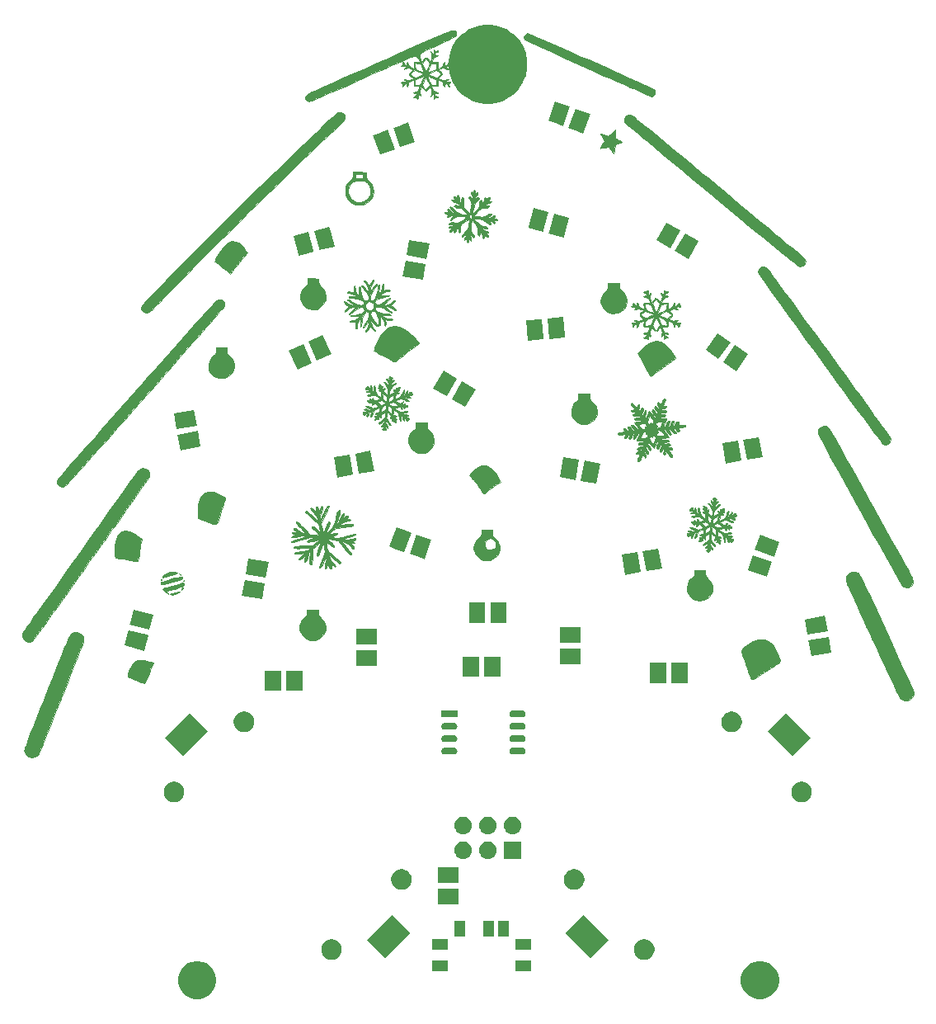
<source format=gbr>
G04 #@! TF.GenerationSoftware,KiCad,Pcbnew,(5.0.1)-rc2*
G04 #@! TF.CreationDate,2018-10-28T19:10:13+01:00*
G04 #@! TF.ProjectId,2D_xmas_tree01,32445F786D61735F7472656530312E6B,rev?*
G04 #@! TF.SameCoordinates,Original*
G04 #@! TF.FileFunction,Soldermask,Bot*
G04 #@! TF.FilePolarity,Negative*
%FSLAX46Y46*%
G04 Gerber Fmt 4.6, Leading zero omitted, Abs format (unit mm)*
G04 Created by KiCad (PCBNEW (5.0.1)-rc2) date 28.10.2018 19:10:13*
%MOMM*%
%LPD*%
G01*
G04 APERTURE LIST*
%ADD10C,0.010000*%
%ADD11C,0.100000*%
G04 APERTURE END LIST*
D10*
G04 #@! TO.C,G\002A\002A\002A*
G36*
X106093286Y-109700094D02*
X105841961Y-109817934D01*
X105664378Y-110005406D01*
X105620256Y-110095780D01*
X105534497Y-110293174D01*
X105410996Y-110587749D01*
X105253649Y-110969665D01*
X105066351Y-111429081D01*
X104852998Y-111956157D01*
X104617485Y-112541055D01*
X104363708Y-113173932D01*
X104095561Y-113844951D01*
X103816942Y-114544270D01*
X103531744Y-115262050D01*
X103243864Y-115988450D01*
X102957198Y-116713631D01*
X102675639Y-117427753D01*
X102403085Y-118120976D01*
X102143430Y-118783459D01*
X101900570Y-119405363D01*
X101678400Y-119976848D01*
X101480817Y-120488073D01*
X101311715Y-120929200D01*
X101174989Y-121290387D01*
X101074536Y-121561795D01*
X101014251Y-121733583D01*
X100997500Y-121793948D01*
X101045726Y-121994246D01*
X101168340Y-122211801D01*
X101332250Y-122396217D01*
X101443906Y-122473763D01*
X101722688Y-122548918D01*
X102022123Y-122521853D01*
X102273515Y-122409912D01*
X102311219Y-122380752D01*
X102350677Y-122339560D01*
X102394881Y-122279296D01*
X102446824Y-122192922D01*
X102509497Y-122073399D01*
X102585893Y-121913687D01*
X102679003Y-121706748D01*
X102791820Y-121445543D01*
X102927336Y-121123033D01*
X103088543Y-120732179D01*
X103278432Y-120265942D01*
X103499997Y-119717283D01*
X103756229Y-119079163D01*
X104050120Y-118344544D01*
X104384663Y-117506386D01*
X104762849Y-116557650D01*
X104787860Y-116494881D01*
X105113056Y-115677656D01*
X105424751Y-114892256D01*
X105719728Y-114146908D01*
X105994768Y-113449837D01*
X106246653Y-112809270D01*
X106472166Y-112233433D01*
X106668087Y-111730553D01*
X106831199Y-111308855D01*
X106958284Y-110976566D01*
X107046123Y-110741912D01*
X107091499Y-110613120D01*
X107097234Y-110591594D01*
X107097646Y-110338717D01*
X107039357Y-110148639D01*
X106903582Y-109963596D01*
X106887087Y-109945399D01*
X106645719Y-109762361D01*
X106371162Y-109681082D01*
X106093286Y-109700094D01*
X106093286Y-109700094D01*
G37*
X106093286Y-109700094D02*
X105841961Y-109817934D01*
X105664378Y-110005406D01*
X105620256Y-110095780D01*
X105534497Y-110293174D01*
X105410996Y-110587749D01*
X105253649Y-110969665D01*
X105066351Y-111429081D01*
X104852998Y-111956157D01*
X104617485Y-112541055D01*
X104363708Y-113173932D01*
X104095561Y-113844951D01*
X103816942Y-114544270D01*
X103531744Y-115262050D01*
X103243864Y-115988450D01*
X102957198Y-116713631D01*
X102675639Y-117427753D01*
X102403085Y-118120976D01*
X102143430Y-118783459D01*
X101900570Y-119405363D01*
X101678400Y-119976848D01*
X101480817Y-120488073D01*
X101311715Y-120929200D01*
X101174989Y-121290387D01*
X101074536Y-121561795D01*
X101014251Y-121733583D01*
X100997500Y-121793948D01*
X101045726Y-121994246D01*
X101168340Y-122211801D01*
X101332250Y-122396217D01*
X101443906Y-122473763D01*
X101722688Y-122548918D01*
X102022123Y-122521853D01*
X102273515Y-122409912D01*
X102311219Y-122380752D01*
X102350677Y-122339560D01*
X102394881Y-122279296D01*
X102446824Y-122192922D01*
X102509497Y-122073399D01*
X102585893Y-121913687D01*
X102679003Y-121706748D01*
X102791820Y-121445543D01*
X102927336Y-121123033D01*
X103088543Y-120732179D01*
X103278432Y-120265942D01*
X103499997Y-119717283D01*
X103756229Y-119079163D01*
X104050120Y-118344544D01*
X104384663Y-117506386D01*
X104762849Y-116557650D01*
X104787860Y-116494881D01*
X105113056Y-115677656D01*
X105424751Y-114892256D01*
X105719728Y-114146908D01*
X105994768Y-113449837D01*
X106246653Y-112809270D01*
X106472166Y-112233433D01*
X106668087Y-111730553D01*
X106831199Y-111308855D01*
X106958284Y-110976566D01*
X107046123Y-110741912D01*
X107091499Y-110613120D01*
X107097234Y-110591594D01*
X107097646Y-110338717D01*
X107039357Y-110148639D01*
X106903582Y-109963596D01*
X106887087Y-109945399D01*
X106645719Y-109762361D01*
X106371162Y-109681082D01*
X106093286Y-109700094D01*
G36*
X185947714Y-103527074D02*
X185687255Y-103639806D01*
X185483118Y-103835802D01*
X185360946Y-104102460D01*
X185345105Y-104186664D01*
X185341697Y-104235613D01*
X185345868Y-104294566D01*
X185360606Y-104370385D01*
X185388896Y-104469930D01*
X185433728Y-104600066D01*
X185498088Y-104767652D01*
X185584963Y-104979551D01*
X185697341Y-105242625D01*
X185838210Y-105563737D01*
X186010556Y-105949746D01*
X186217367Y-106407517D01*
X186461630Y-106943909D01*
X186746333Y-107565786D01*
X187074463Y-108280010D01*
X187449007Y-109093441D01*
X187872953Y-110012943D01*
X188026651Y-110346126D01*
X188404985Y-111165037D01*
X188770578Y-111954121D01*
X189119667Y-112705376D01*
X189448486Y-113410798D01*
X189753270Y-114062385D01*
X190030254Y-114652132D01*
X190275674Y-115172038D01*
X190485765Y-115614099D01*
X190656761Y-115970311D01*
X190784898Y-116232672D01*
X190866411Y-116393179D01*
X190893588Y-116440474D01*
X191031664Y-116571188D01*
X191221442Y-116685473D01*
X191413650Y-116758630D01*
X191548500Y-116768779D01*
X191629440Y-116749091D01*
X191704604Y-116730180D01*
X191978247Y-116599565D01*
X192182422Y-116379640D01*
X192295217Y-116098858D01*
X192310500Y-115943485D01*
X192283147Y-115845118D01*
X192201264Y-115632775D01*
X192065116Y-115307050D01*
X191874969Y-114868539D01*
X191631087Y-114317836D01*
X191333736Y-113655536D01*
X190983180Y-112882234D01*
X190579686Y-111998525D01*
X190123517Y-111005003D01*
X189698179Y-110082457D01*
X189239442Y-109088997D01*
X188830956Y-108204366D01*
X188469592Y-107422155D01*
X188152223Y-106735956D01*
X187875720Y-106139358D01*
X187636955Y-105625954D01*
X187432800Y-105189335D01*
X187260127Y-104823091D01*
X187115809Y-104520814D01*
X186996715Y-104276095D01*
X186899720Y-104082525D01*
X186821694Y-103933696D01*
X186759509Y-103823198D01*
X186710038Y-103744622D01*
X186670152Y-103691561D01*
X186636723Y-103657604D01*
X186606623Y-103636344D01*
X186576724Y-103621371D01*
X186543898Y-103606276D01*
X186535031Y-103601817D01*
X186238853Y-103510210D01*
X185947714Y-103527074D01*
X185947714Y-103527074D01*
G37*
X185947714Y-103527074D02*
X185687255Y-103639806D01*
X185483118Y-103835802D01*
X185360946Y-104102460D01*
X185345105Y-104186664D01*
X185341697Y-104235613D01*
X185345868Y-104294566D01*
X185360606Y-104370385D01*
X185388896Y-104469930D01*
X185433728Y-104600066D01*
X185498088Y-104767652D01*
X185584963Y-104979551D01*
X185697341Y-105242625D01*
X185838210Y-105563737D01*
X186010556Y-105949746D01*
X186217367Y-106407517D01*
X186461630Y-106943909D01*
X186746333Y-107565786D01*
X187074463Y-108280010D01*
X187449007Y-109093441D01*
X187872953Y-110012943D01*
X188026651Y-110346126D01*
X188404985Y-111165037D01*
X188770578Y-111954121D01*
X189119667Y-112705376D01*
X189448486Y-113410798D01*
X189753270Y-114062385D01*
X190030254Y-114652132D01*
X190275674Y-115172038D01*
X190485765Y-115614099D01*
X190656761Y-115970311D01*
X190784898Y-116232672D01*
X190866411Y-116393179D01*
X190893588Y-116440474D01*
X191031664Y-116571188D01*
X191221442Y-116685473D01*
X191413650Y-116758630D01*
X191548500Y-116768779D01*
X191629440Y-116749091D01*
X191704604Y-116730180D01*
X191978247Y-116599565D01*
X192182422Y-116379640D01*
X192295217Y-116098858D01*
X192310500Y-115943485D01*
X192283147Y-115845118D01*
X192201264Y-115632775D01*
X192065116Y-115307050D01*
X191874969Y-114868539D01*
X191631087Y-114317836D01*
X191333736Y-113655536D01*
X190983180Y-112882234D01*
X190579686Y-111998525D01*
X190123517Y-111005003D01*
X189698179Y-110082457D01*
X189239442Y-109088997D01*
X188830956Y-108204366D01*
X188469592Y-107422155D01*
X188152223Y-106735956D01*
X187875720Y-106139358D01*
X187636955Y-105625954D01*
X187432800Y-105189335D01*
X187260127Y-104823091D01*
X187115809Y-104520814D01*
X186996715Y-104276095D01*
X186899720Y-104082525D01*
X186821694Y-103933696D01*
X186759509Y-103823198D01*
X186710038Y-103744622D01*
X186670152Y-103691561D01*
X186636723Y-103657604D01*
X186606623Y-103636344D01*
X186576724Y-103621371D01*
X186543898Y-103606276D01*
X186535031Y-103601817D01*
X186238853Y-103510210D01*
X185947714Y-103527074D01*
G36*
X112673387Y-112590499D02*
X112418373Y-112662198D01*
X112226401Y-112799723D01*
X112125713Y-112924350D01*
X112046326Y-113066961D01*
X111946493Y-113282844D01*
X111839575Y-113538049D01*
X111738931Y-113798623D01*
X111657922Y-114030615D01*
X111609908Y-114200076D01*
X111602404Y-114254203D01*
X111658540Y-114307936D01*
X111808772Y-114387680D01*
X112026407Y-114480221D01*
X112158029Y-114529253D01*
X112452520Y-114635851D01*
X112745745Y-114745051D01*
X112986032Y-114837530D01*
X113039508Y-114858896D01*
X113365766Y-114991036D01*
X113667734Y-114248643D01*
X113799051Y-113931376D01*
X113929184Y-113626604D01*
X114042533Y-113370312D01*
X114119352Y-113206735D01*
X114203508Y-113032844D01*
X114257794Y-112910198D01*
X114269000Y-112875912D01*
X114211371Y-112831184D01*
X114059019Y-112774638D01*
X113842754Y-112713725D01*
X113593382Y-112655901D01*
X113341711Y-112608620D01*
X113118548Y-112579334D01*
X113019530Y-112573605D01*
X112673387Y-112590499D01*
X112673387Y-112590499D01*
G37*
X112673387Y-112590499D02*
X112418373Y-112662198D01*
X112226401Y-112799723D01*
X112125713Y-112924350D01*
X112046326Y-113066961D01*
X111946493Y-113282844D01*
X111839575Y-113538049D01*
X111738931Y-113798623D01*
X111657922Y-114030615D01*
X111609908Y-114200076D01*
X111602404Y-114254203D01*
X111658540Y-114307936D01*
X111808772Y-114387680D01*
X112026407Y-114480221D01*
X112158029Y-114529253D01*
X112452520Y-114635851D01*
X112745745Y-114745051D01*
X112986032Y-114837530D01*
X113039508Y-114858896D01*
X113365766Y-114991036D01*
X113667734Y-114248643D01*
X113799051Y-113931376D01*
X113929184Y-113626604D01*
X114042533Y-113370312D01*
X114119352Y-113206735D01*
X114203508Y-113032844D01*
X114257794Y-112910198D01*
X114269000Y-112875912D01*
X114211371Y-112831184D01*
X114059019Y-112774638D01*
X113842754Y-112713725D01*
X113593382Y-112655901D01*
X113341711Y-112608620D01*
X113118548Y-112579334D01*
X113019530Y-112573605D01*
X112673387Y-112590499D01*
G36*
X176279105Y-110482134D02*
X175812551Y-110654458D01*
X175310433Y-110948565D01*
X175218057Y-111013124D01*
X175005711Y-111171324D01*
X174820334Y-111320647D01*
X174698872Y-111431195D01*
X174691324Y-111439343D01*
X174619750Y-111528828D01*
X174598509Y-111611464D01*
X174626190Y-111732803D01*
X174677790Y-111875500D01*
X174733904Y-112031270D01*
X174821575Y-112281970D01*
X174932007Y-112602109D01*
X175056404Y-112966197D01*
X175174838Y-113315750D01*
X175299308Y-113676164D01*
X175414811Y-113994878D01*
X175513804Y-114252293D01*
X175588739Y-114428812D01*
X175632073Y-114504836D01*
X175632872Y-114505402D01*
X175811787Y-114548413D01*
X176025169Y-114471909D01*
X176181500Y-114357495D01*
X176367673Y-114210254D01*
X176635262Y-114015643D01*
X176957041Y-113792064D01*
X177305785Y-113557922D01*
X177654269Y-113331619D01*
X177975266Y-113131558D01*
X178139516Y-113033990D01*
X178350083Y-112911056D01*
X178486527Y-112813470D01*
X178554627Y-112714235D01*
X178560161Y-112586358D01*
X178508911Y-112402845D01*
X178406655Y-112136699D01*
X178357890Y-112014000D01*
X178094858Y-111452487D01*
X177799079Y-111013655D01*
X177470084Y-110697353D01*
X177107403Y-110503432D01*
X176710566Y-110431742D01*
X176279105Y-110482134D01*
X176279105Y-110482134D01*
G37*
X176279105Y-110482134D02*
X175812551Y-110654458D01*
X175310433Y-110948565D01*
X175218057Y-111013124D01*
X175005711Y-111171324D01*
X174820334Y-111320647D01*
X174698872Y-111431195D01*
X174691324Y-111439343D01*
X174619750Y-111528828D01*
X174598509Y-111611464D01*
X174626190Y-111732803D01*
X174677790Y-111875500D01*
X174733904Y-112031270D01*
X174821575Y-112281970D01*
X174932007Y-112602109D01*
X175056404Y-112966197D01*
X175174838Y-113315750D01*
X175299308Y-113676164D01*
X175414811Y-113994878D01*
X175513804Y-114252293D01*
X175588739Y-114428812D01*
X175632073Y-114504836D01*
X175632872Y-114505402D01*
X175811787Y-114548413D01*
X176025169Y-114471909D01*
X176181500Y-114357495D01*
X176367673Y-114210254D01*
X176635262Y-114015643D01*
X176957041Y-113792064D01*
X177305785Y-113557922D01*
X177654269Y-113331619D01*
X177975266Y-113131558D01*
X178139516Y-113033990D01*
X178350083Y-112911056D01*
X178486527Y-112813470D01*
X178554627Y-112714235D01*
X178560161Y-112586358D01*
X178508911Y-112402845D01*
X178406655Y-112136699D01*
X178357890Y-112014000D01*
X178094858Y-111452487D01*
X177799079Y-111013655D01*
X177470084Y-110697353D01*
X177107403Y-110503432D01*
X176710566Y-110431742D01*
X176279105Y-110482134D01*
G36*
X112907354Y-92945336D02*
X112741294Y-93069084D01*
X112688757Y-93136670D01*
X112567541Y-93301046D01*
X112382471Y-93555439D01*
X112138377Y-93893075D01*
X111840085Y-94307178D01*
X111492424Y-94790976D01*
X111100219Y-95337693D01*
X110668300Y-95940556D01*
X110201493Y-96592791D01*
X109704626Y-97287623D01*
X109182527Y-98018278D01*
X108640023Y-98777982D01*
X108081941Y-99559962D01*
X107513109Y-100357442D01*
X106938354Y-101163649D01*
X106362505Y-101971809D01*
X105790388Y-102775147D01*
X105226831Y-103566890D01*
X104676661Y-104340263D01*
X104144707Y-105088491D01*
X103635795Y-105804802D01*
X103154753Y-106482420D01*
X102706408Y-107114572D01*
X102295588Y-107694484D01*
X101927121Y-108215381D01*
X101605834Y-108670489D01*
X101336555Y-109053034D01*
X101124110Y-109356243D01*
X100973328Y-109573340D01*
X100889036Y-109697551D01*
X100873416Y-109722552D01*
X100800873Y-109975604D01*
X100835030Y-110224551D01*
X100957298Y-110444513D01*
X101149087Y-110610609D01*
X101391808Y-110697957D01*
X101600750Y-110696060D01*
X101747847Y-110640353D01*
X101863521Y-110566530D01*
X101919523Y-110499633D01*
X102043749Y-110335805D01*
X102231420Y-110081779D01*
X102477756Y-109744289D01*
X102777979Y-109330067D01*
X103127310Y-108845848D01*
X103520970Y-108298365D01*
X103954179Y-107694351D01*
X104422160Y-107040539D01*
X104920132Y-106343662D01*
X105443318Y-105610454D01*
X105986937Y-104847649D01*
X106546212Y-104061978D01*
X107116362Y-103260177D01*
X107692610Y-102448977D01*
X108270175Y-101635113D01*
X108844280Y-100825318D01*
X109410145Y-100026324D01*
X109962992Y-99244866D01*
X110498040Y-98487676D01*
X111010512Y-97761489D01*
X111495628Y-97073036D01*
X111948609Y-96429052D01*
X112364677Y-95836269D01*
X112739052Y-95301422D01*
X113066955Y-94831243D01*
X113343608Y-94432466D01*
X113564231Y-94111824D01*
X113724046Y-93876050D01*
X113818273Y-93731877D01*
X113842944Y-93688196D01*
X113868656Y-93498683D01*
X113812341Y-93301027D01*
X113797517Y-93268763D01*
X113630846Y-93043632D01*
X113406722Y-92910863D01*
X113155454Y-92876188D01*
X112907354Y-92945336D01*
X112907354Y-92945336D01*
G37*
X112907354Y-92945336D02*
X112741294Y-93069084D01*
X112688757Y-93136670D01*
X112567541Y-93301046D01*
X112382471Y-93555439D01*
X112138377Y-93893075D01*
X111840085Y-94307178D01*
X111492424Y-94790976D01*
X111100219Y-95337693D01*
X110668300Y-95940556D01*
X110201493Y-96592791D01*
X109704626Y-97287623D01*
X109182527Y-98018278D01*
X108640023Y-98777982D01*
X108081941Y-99559962D01*
X107513109Y-100357442D01*
X106938354Y-101163649D01*
X106362505Y-101971809D01*
X105790388Y-102775147D01*
X105226831Y-103566890D01*
X104676661Y-104340263D01*
X104144707Y-105088491D01*
X103635795Y-105804802D01*
X103154753Y-106482420D01*
X102706408Y-107114572D01*
X102295588Y-107694484D01*
X101927121Y-108215381D01*
X101605834Y-108670489D01*
X101336555Y-109053034D01*
X101124110Y-109356243D01*
X100973328Y-109573340D01*
X100889036Y-109697551D01*
X100873416Y-109722552D01*
X100800873Y-109975604D01*
X100835030Y-110224551D01*
X100957298Y-110444513D01*
X101149087Y-110610609D01*
X101391808Y-110697957D01*
X101600750Y-110696060D01*
X101747847Y-110640353D01*
X101863521Y-110566530D01*
X101919523Y-110499633D01*
X102043749Y-110335805D01*
X102231420Y-110081779D01*
X102477756Y-109744289D01*
X102777979Y-109330067D01*
X103127310Y-108845848D01*
X103520970Y-108298365D01*
X103954179Y-107694351D01*
X104422160Y-107040539D01*
X104920132Y-106343662D01*
X105443318Y-105610454D01*
X105986937Y-104847649D01*
X106546212Y-104061978D01*
X107116362Y-103260177D01*
X107692610Y-102448977D01*
X108270175Y-101635113D01*
X108844280Y-100825318D01*
X109410145Y-100026324D01*
X109962992Y-99244866D01*
X110498040Y-98487676D01*
X111010512Y-97761489D01*
X111495628Y-97073036D01*
X111948609Y-96429052D01*
X112364677Y-95836269D01*
X112739052Y-95301422D01*
X113066955Y-94831243D01*
X113343608Y-94432466D01*
X113564231Y-94111824D01*
X113724046Y-93876050D01*
X113818273Y-93731877D01*
X113842944Y-93688196D01*
X113868656Y-93498683D01*
X113812341Y-93301027D01*
X113797517Y-93268763D01*
X113630846Y-93043632D01*
X113406722Y-92910863D01*
X113155454Y-92876188D01*
X112907354Y-92945336D01*
G36*
X130017000Y-107685372D02*
X130007773Y-107875113D01*
X129962367Y-108002572D01*
X129854198Y-108120378D01*
X129756058Y-108201943D01*
X129574760Y-108381351D01*
X129420963Y-108590027D01*
X129376453Y-108672946D01*
X129269097Y-109043824D01*
X129273200Y-109406429D01*
X129374297Y-109744935D01*
X129557924Y-110043516D01*
X129809618Y-110286350D01*
X130114912Y-110457609D01*
X130459344Y-110541469D01*
X130828450Y-110522106D01*
X131017832Y-110468735D01*
X131356099Y-110284741D01*
X131631882Y-110014143D01*
X131825493Y-109684134D01*
X131917244Y-109321903D01*
X131922000Y-109220000D01*
X131863834Y-108867653D01*
X131703139Y-108526007D01*
X131460624Y-108236453D01*
X131407100Y-108190819D01*
X131256662Y-108057329D01*
X131183928Y-107938207D01*
X131161250Y-107776895D01*
X131160000Y-107685372D01*
X131160000Y-107378500D01*
X130017000Y-107378500D01*
X130017000Y-107685372D01*
X130017000Y-107685372D01*
G37*
X130017000Y-107685372D02*
X130007773Y-107875113D01*
X129962367Y-108002572D01*
X129854198Y-108120378D01*
X129756058Y-108201943D01*
X129574760Y-108381351D01*
X129420963Y-108590027D01*
X129376453Y-108672946D01*
X129269097Y-109043824D01*
X129273200Y-109406429D01*
X129374297Y-109744935D01*
X129557924Y-110043516D01*
X129809618Y-110286350D01*
X130114912Y-110457609D01*
X130459344Y-110541469D01*
X130828450Y-110522106D01*
X131017832Y-110468735D01*
X131356099Y-110284741D01*
X131631882Y-110014143D01*
X131825493Y-109684134D01*
X131917244Y-109321903D01*
X131922000Y-109220000D01*
X131863834Y-108867653D01*
X131703139Y-108526007D01*
X131460624Y-108236453D01*
X131407100Y-108190819D01*
X131256662Y-108057329D01*
X131183928Y-107938207D01*
X131161250Y-107776895D01*
X131160000Y-107685372D01*
X131160000Y-107378500D01*
X130017000Y-107378500D01*
X130017000Y-107685372D01*
G36*
X169768000Y-103653019D02*
X169760334Y-103858062D01*
X169727124Y-103977157D01*
X169653051Y-104050944D01*
X169608156Y-104077085D01*
X169407341Y-104237552D01*
X169221549Y-104478060D01*
X169085472Y-104753182D01*
X169080056Y-104768600D01*
X169008883Y-105145784D01*
X169048205Y-105500449D01*
X169181887Y-105819740D01*
X169393792Y-106090802D01*
X169667785Y-106300781D01*
X169987729Y-106436820D01*
X170337488Y-106486066D01*
X170700926Y-106435664D01*
X171008496Y-106304903D01*
X171307712Y-106069162D01*
X171518166Y-105771098D01*
X171638230Y-105434132D01*
X171666277Y-105081682D01*
X171600679Y-104737167D01*
X171439810Y-104424007D01*
X171182042Y-104165620D01*
X171158321Y-104148800D01*
X171015186Y-104039975D01*
X170942949Y-103938106D01*
X170917053Y-103792965D01*
X170913410Y-103647875D01*
X170911000Y-103314500D01*
X169768000Y-103314500D01*
X169768000Y-103653019D01*
X169768000Y-103653019D01*
G37*
X169768000Y-103653019D02*
X169760334Y-103858062D01*
X169727124Y-103977157D01*
X169653051Y-104050944D01*
X169608156Y-104077085D01*
X169407341Y-104237552D01*
X169221549Y-104478060D01*
X169085472Y-104753182D01*
X169080056Y-104768600D01*
X169008883Y-105145784D01*
X169048205Y-105500449D01*
X169181887Y-105819740D01*
X169393792Y-106090802D01*
X169667785Y-106300781D01*
X169987729Y-106436820D01*
X170337488Y-106486066D01*
X170700926Y-106435664D01*
X171008496Y-106304903D01*
X171307712Y-106069162D01*
X171518166Y-105771098D01*
X171638230Y-105434132D01*
X171666277Y-105081682D01*
X171600679Y-104737167D01*
X171439810Y-104424007D01*
X171182042Y-104165620D01*
X171158321Y-104148800D01*
X171015186Y-104039975D01*
X170942949Y-103938106D01*
X170917053Y-103792965D01*
X170913410Y-103647875D01*
X170911000Y-103314500D01*
X169768000Y-103314500D01*
X169768000Y-103653019D01*
G36*
X116763278Y-105559944D02*
X116506359Y-105619535D01*
X116490372Y-105623755D01*
X116257772Y-105690867D01*
X116081400Y-105752041D01*
X115990068Y-105796899D01*
X115983500Y-105806365D01*
X116037771Y-105847159D01*
X116176361Y-105852272D01*
X116362934Y-105825669D01*
X116561156Y-105771318D01*
X116658291Y-105732717D01*
X116860222Y-105631607D01*
X116943101Y-105567857D01*
X116909823Y-105543344D01*
X116763278Y-105559944D01*
X116763278Y-105559944D01*
G37*
X116763278Y-105559944D02*
X116506359Y-105619535D01*
X116490372Y-105623755D01*
X116257772Y-105690867D01*
X116081400Y-105752041D01*
X115990068Y-105796899D01*
X115983500Y-105806365D01*
X116037771Y-105847159D01*
X116176361Y-105852272D01*
X116362934Y-105825669D01*
X116561156Y-105771318D01*
X116658291Y-105732717D01*
X116860222Y-105631607D01*
X116943101Y-105567857D01*
X116909823Y-105543344D01*
X116763278Y-105559944D01*
G36*
X115539000Y-105627781D02*
X115587678Y-105678781D01*
X115666000Y-105727500D01*
X115764179Y-105768376D01*
X115793000Y-105763718D01*
X115744323Y-105712718D01*
X115666000Y-105664000D01*
X115567822Y-105623123D01*
X115539000Y-105627781D01*
X115539000Y-105627781D01*
G37*
X115539000Y-105627781D02*
X115587678Y-105678781D01*
X115666000Y-105727500D01*
X115764179Y-105768376D01*
X115793000Y-105763718D01*
X115744323Y-105712718D01*
X115666000Y-105664000D01*
X115567822Y-105623123D01*
X115539000Y-105627781D01*
G36*
X117238428Y-104664211D02*
X117055373Y-104708165D01*
X116802074Y-104772844D01*
X116504484Y-104851229D01*
X116188556Y-104936302D01*
X115880244Y-105021044D01*
X115605500Y-105098437D01*
X115390278Y-105161463D01*
X115260531Y-105203102D01*
X115237767Y-105212526D01*
X115195682Y-105270416D01*
X115242105Y-105374264D01*
X115257243Y-105396430D01*
X115355829Y-105498998D01*
X115431476Y-105530840D01*
X115516501Y-105511889D01*
X115700098Y-105463809D01*
X115958893Y-105392944D01*
X116269514Y-105305638D01*
X116428000Y-105260373D01*
X116781633Y-105157773D01*
X117031488Y-105080575D01*
X117196140Y-105020125D01*
X117294160Y-104967771D01*
X117344120Y-104914859D01*
X117364594Y-104852736D01*
X117368843Y-104822032D01*
X117363612Y-104696321D01*
X117325286Y-104648000D01*
X117238428Y-104664211D01*
X117238428Y-104664211D01*
G37*
X117238428Y-104664211D02*
X117055373Y-104708165D01*
X116802074Y-104772844D01*
X116504484Y-104851229D01*
X116188556Y-104936302D01*
X115880244Y-105021044D01*
X115605500Y-105098437D01*
X115390278Y-105161463D01*
X115260531Y-105203102D01*
X115237767Y-105212526D01*
X115195682Y-105270416D01*
X115242105Y-105374264D01*
X115257243Y-105396430D01*
X115355829Y-105498998D01*
X115431476Y-105530840D01*
X115516501Y-105511889D01*
X115700098Y-105463809D01*
X115958893Y-105392944D01*
X116269514Y-105305638D01*
X116428000Y-105260373D01*
X116781633Y-105157773D01*
X117031488Y-105080575D01*
X117196140Y-105020125D01*
X117294160Y-104967771D01*
X117344120Y-104914859D01*
X117364594Y-104852736D01*
X117368843Y-104822032D01*
X117363612Y-104696321D01*
X117325286Y-104648000D01*
X117238428Y-104664211D01*
G36*
X117245503Y-105139529D02*
X117164090Y-105251250D01*
X117097127Y-105369168D01*
X117092553Y-105410828D01*
X117148689Y-105360070D01*
X117172338Y-105330625D01*
X117262488Y-105199698D01*
X117303745Y-105110935D01*
X117296301Y-105092500D01*
X117245503Y-105139529D01*
X117245503Y-105139529D01*
G37*
X117245503Y-105139529D02*
X117164090Y-105251250D01*
X117097127Y-105369168D01*
X117092553Y-105410828D01*
X117148689Y-105360070D01*
X117172338Y-105330625D01*
X117262488Y-105199698D01*
X117303745Y-105110935D01*
X117296301Y-105092500D01*
X117245503Y-105139529D01*
G36*
X182945621Y-88582047D02*
X182694587Y-88722201D01*
X182528788Y-88936073D01*
X182468012Y-89197993D01*
X182468000Y-89201701D01*
X182479993Y-89255697D01*
X182517661Y-89352926D01*
X182583537Y-89498092D01*
X182680156Y-89695898D01*
X182810052Y-89951047D01*
X182975759Y-90268242D01*
X183179811Y-90652187D01*
X183424742Y-91107585D01*
X183713086Y-91639139D01*
X184047378Y-92251552D01*
X184430151Y-92949528D01*
X184863940Y-93737770D01*
X185351278Y-94620981D01*
X185894700Y-95603864D01*
X186496740Y-96691123D01*
X186731510Y-97114763D01*
X187240803Y-98032855D01*
X187734735Y-98921793D01*
X188209661Y-99775091D01*
X188661936Y-100586261D01*
X189087916Y-101348813D01*
X189483957Y-102056261D01*
X189846414Y-102702116D01*
X190171644Y-103279892D01*
X190456002Y-103783099D01*
X190695843Y-104205250D01*
X190887524Y-104539857D01*
X191027400Y-104780432D01*
X191111826Y-104920487D01*
X191135071Y-104954367D01*
X191313822Y-105070347D01*
X191546306Y-105131593D01*
X191775555Y-105128289D01*
X191897750Y-105085787D01*
X192118839Y-104893607D01*
X192230344Y-104637748D01*
X192244152Y-104489250D01*
X192237436Y-104441087D01*
X192215382Y-104368784D01*
X192175118Y-104266998D01*
X192113772Y-104130386D01*
X192028473Y-103953607D01*
X191916350Y-103731317D01*
X191774530Y-103458175D01*
X191600141Y-103128838D01*
X191390313Y-102737964D01*
X191142174Y-102280211D01*
X190852852Y-101750236D01*
X190519475Y-101142697D01*
X190139172Y-100452251D01*
X189709071Y-99673557D01*
X189226301Y-98801271D01*
X188687990Y-97830052D01*
X188091267Y-96754558D01*
X187943439Y-96488250D01*
X187341376Y-95403913D01*
X186797664Y-94425196D01*
X186309133Y-93546609D01*
X185872619Y-92762666D01*
X185484951Y-92067878D01*
X185142965Y-91456758D01*
X184843491Y-90923818D01*
X184583363Y-90463571D01*
X184359413Y-90070529D01*
X184168475Y-89739204D01*
X184007380Y-89464108D01*
X183872961Y-89239754D01*
X183762051Y-89060654D01*
X183671482Y-88921321D01*
X183598088Y-88816266D01*
X183538700Y-88740002D01*
X183490152Y-88687041D01*
X183449276Y-88651896D01*
X183412905Y-88629078D01*
X183405003Y-88625075D01*
X183223545Y-88552972D01*
X183073232Y-88548184D01*
X182945621Y-88582047D01*
X182945621Y-88582047D01*
G37*
X182945621Y-88582047D02*
X182694587Y-88722201D01*
X182528788Y-88936073D01*
X182468012Y-89197993D01*
X182468000Y-89201701D01*
X182479993Y-89255697D01*
X182517661Y-89352926D01*
X182583537Y-89498092D01*
X182680156Y-89695898D01*
X182810052Y-89951047D01*
X182975759Y-90268242D01*
X183179811Y-90652187D01*
X183424742Y-91107585D01*
X183713086Y-91639139D01*
X184047378Y-92251552D01*
X184430151Y-92949528D01*
X184863940Y-93737770D01*
X185351278Y-94620981D01*
X185894700Y-95603864D01*
X186496740Y-96691123D01*
X186731510Y-97114763D01*
X187240803Y-98032855D01*
X187734735Y-98921793D01*
X188209661Y-99775091D01*
X188661936Y-100586261D01*
X189087916Y-101348813D01*
X189483957Y-102056261D01*
X189846414Y-102702116D01*
X190171644Y-103279892D01*
X190456002Y-103783099D01*
X190695843Y-104205250D01*
X190887524Y-104539857D01*
X191027400Y-104780432D01*
X191111826Y-104920487D01*
X191135071Y-104954367D01*
X191313822Y-105070347D01*
X191546306Y-105131593D01*
X191775555Y-105128289D01*
X191897750Y-105085787D01*
X192118839Y-104893607D01*
X192230344Y-104637748D01*
X192244152Y-104489250D01*
X192237436Y-104441087D01*
X192215382Y-104368784D01*
X192175118Y-104266998D01*
X192113772Y-104130386D01*
X192028473Y-103953607D01*
X191916350Y-103731317D01*
X191774530Y-103458175D01*
X191600141Y-103128838D01*
X191390313Y-102737964D01*
X191142174Y-102280211D01*
X190852852Y-101750236D01*
X190519475Y-101142697D01*
X190139172Y-100452251D01*
X189709071Y-99673557D01*
X189226301Y-98801271D01*
X188687990Y-97830052D01*
X188091267Y-96754558D01*
X187943439Y-96488250D01*
X187341376Y-95403913D01*
X186797664Y-94425196D01*
X186309133Y-93546609D01*
X185872619Y-92762666D01*
X185484951Y-92067878D01*
X185142965Y-91456758D01*
X184843491Y-90923818D01*
X184583363Y-90463571D01*
X184359413Y-90070529D01*
X184168475Y-89739204D01*
X184007380Y-89464108D01*
X183872961Y-89239754D01*
X183762051Y-89060654D01*
X183671482Y-88921321D01*
X183598088Y-88816266D01*
X183538700Y-88740002D01*
X183490152Y-88687041D01*
X183449276Y-88651896D01*
X183412905Y-88629078D01*
X183405003Y-88625075D01*
X183223545Y-88552972D01*
X183073232Y-88548184D01*
X182945621Y-88582047D01*
G36*
X116968211Y-104029249D02*
X116743152Y-104074398D01*
X116424353Y-104153732D01*
X116114288Y-104236149D01*
X115766533Y-104332328D01*
X115460696Y-104421726D01*
X115218386Y-104497642D01*
X115061210Y-104553377D01*
X115012220Y-104577880D01*
X114978192Y-104679234D01*
X115016638Y-104784772D01*
X115103618Y-104831445D01*
X115108383Y-104831142D01*
X115194085Y-104812004D01*
X115379823Y-104763682D01*
X115643584Y-104692123D01*
X115963361Y-104603275D01*
X116221625Y-104530318D01*
X116561732Y-104429964D01*
X116854509Y-104336652D01*
X117079980Y-104257313D01*
X117218169Y-104198882D01*
X117252528Y-104172550D01*
X117241688Y-104089937D01*
X117201405Y-104037917D01*
X117115604Y-104017388D01*
X116968211Y-104029249D01*
X116968211Y-104029249D01*
G37*
X116968211Y-104029249D02*
X116743152Y-104074398D01*
X116424353Y-104153732D01*
X116114288Y-104236149D01*
X115766533Y-104332328D01*
X115460696Y-104421726D01*
X115218386Y-104497642D01*
X115061210Y-104553377D01*
X115012220Y-104577880D01*
X114978192Y-104679234D01*
X115016638Y-104784772D01*
X115103618Y-104831445D01*
X115108383Y-104831142D01*
X115194085Y-104812004D01*
X115379823Y-104763682D01*
X115643584Y-104692123D01*
X115963361Y-104603275D01*
X116221625Y-104530318D01*
X116561732Y-104429964D01*
X116854509Y-104336652D01*
X117079980Y-104257313D01*
X117218169Y-104198882D01*
X117252528Y-104172550D01*
X117241688Y-104089937D01*
X117201405Y-104037917D01*
X117115604Y-104017388D01*
X116968211Y-104029249D01*
G36*
X117317000Y-104425750D02*
X117348750Y-104457500D01*
X117380500Y-104425750D01*
X117348750Y-104394000D01*
X117317000Y-104425750D01*
X117317000Y-104425750D01*
G37*
X117317000Y-104425750D02*
X117348750Y-104457500D01*
X117380500Y-104425750D01*
X117348750Y-104394000D01*
X117317000Y-104425750D01*
G36*
X115052167Y-104288166D02*
X115044567Y-104363526D01*
X115052167Y-104372833D01*
X115089918Y-104364116D01*
X115094500Y-104330500D01*
X115071267Y-104278232D01*
X115052167Y-104288166D01*
X115052167Y-104288166D01*
G37*
X115052167Y-104288166D02*
X115044567Y-104363526D01*
X115052167Y-104372833D01*
X115089918Y-104364116D01*
X115094500Y-104330500D01*
X115071267Y-104278232D01*
X115052167Y-104288166D01*
G36*
X115913880Y-103534884D02*
X115711586Y-103592429D01*
X115573491Y-103670328D01*
X115429491Y-103779575D01*
X115303187Y-103896870D01*
X115218177Y-103998911D01*
X115198061Y-104062398D01*
X115225495Y-104072371D01*
X115319841Y-104054130D01*
X115508463Y-104007590D01*
X115763675Y-103939870D01*
X116047000Y-103861149D01*
X116352993Y-103772539D01*
X116551686Y-103708697D01*
X116658636Y-103662214D01*
X116689402Y-103625686D01*
X116659541Y-103591705D01*
X116638550Y-103579528D01*
X116443035Y-103522912D01*
X116183092Y-103508286D01*
X115913880Y-103534884D01*
X115913880Y-103534884D01*
G37*
X115913880Y-103534884D02*
X115711586Y-103592429D01*
X115573491Y-103670328D01*
X115429491Y-103779575D01*
X115303187Y-103896870D01*
X115218177Y-103998911D01*
X115198061Y-104062398D01*
X115225495Y-104072371D01*
X115319841Y-104054130D01*
X115508463Y-104007590D01*
X115763675Y-103939870D01*
X116047000Y-103861149D01*
X116352993Y-103772539D01*
X116551686Y-103708697D01*
X116658636Y-103662214D01*
X116689402Y-103625686D01*
X116659541Y-103591705D01*
X116638550Y-103579528D01*
X116443035Y-103522912D01*
X116183092Y-103508286D01*
X115913880Y-103534884D01*
G36*
X116892428Y-103728865D02*
X116927901Y-103774875D01*
X117020586Y-103873597D01*
X117061958Y-103873167D01*
X117063000Y-103862025D01*
X117019606Y-103809019D01*
X116951875Y-103750900D01*
X116876660Y-103695982D01*
X116892428Y-103728865D01*
X116892428Y-103728865D01*
G37*
X116892428Y-103728865D02*
X116927901Y-103774875D01*
X117020586Y-103873597D01*
X117061958Y-103873167D01*
X117063000Y-103862025D01*
X117019606Y-103809019D01*
X116951875Y-103750900D01*
X116876660Y-103695982D01*
X116892428Y-103728865D01*
G36*
X132130358Y-96768607D02*
X132016559Y-96937648D01*
X131867853Y-97209703D01*
X131763691Y-97419566D01*
X131620650Y-97711715D01*
X131520781Y-97901448D01*
X131454799Y-98002011D01*
X131413422Y-98026648D01*
X131387364Y-97988604D01*
X131380840Y-97965739D01*
X131382053Y-97790875D01*
X131445307Y-97524145D01*
X131504498Y-97346698D01*
X131578788Y-97121357D01*
X131625302Y-96941122D01*
X131635646Y-96839594D01*
X131633022Y-96832276D01*
X131552346Y-96775301D01*
X131466897Y-96835579D01*
X131410545Y-96948625D01*
X131350574Y-97110652D01*
X131309652Y-97218500D01*
X131271626Y-97233594D01*
X131220204Y-97128601D01*
X131198376Y-97059750D01*
X131119828Y-96872852D01*
X131039031Y-96802839D01*
X130973117Y-96849223D01*
X130939219Y-97011518D01*
X130937750Y-97067150D01*
X130937750Y-97328550D01*
X130687511Y-97114189D01*
X130506630Y-96977207D01*
X130400634Y-96933612D01*
X130370065Y-96973828D01*
X130415461Y-97088278D01*
X130537364Y-97267385D01*
X130669840Y-97427622D01*
X130863074Y-97666664D01*
X131002811Y-97877646D01*
X131080377Y-98043154D01*
X131087098Y-98145776D01*
X131040174Y-98171000D01*
X130968366Y-98128986D01*
X130829097Y-98015402D01*
X130644255Y-97848930D01*
X130487357Y-97699115D01*
X130256471Y-97484616D01*
X130072092Y-97335841D01*
X129949377Y-97264393D01*
X129915567Y-97261409D01*
X129835510Y-97321761D01*
X129826500Y-97348215D01*
X129871138Y-97409908D01*
X129991589Y-97534578D01*
X130167658Y-97702067D01*
X130312686Y-97833547D01*
X130545136Y-98040766D01*
X130766562Y-98238744D01*
X130943857Y-98397856D01*
X131009110Y-98456750D01*
X131149819Y-98615861D01*
X131245474Y-98814524D01*
X131308174Y-99044125D01*
X131349091Y-99247239D01*
X131369244Y-99390333D01*
X131364976Y-99441000D01*
X131304719Y-99401436D01*
X131182105Y-99299132D01*
X131065139Y-99194137D01*
X130821990Y-98984268D01*
X130648454Y-98869359D01*
X130535591Y-98844582D01*
X130485907Y-98881382D01*
X130508489Y-98961037D01*
X130623116Y-99108549D01*
X130821534Y-99313866D01*
X130910678Y-99398861D01*
X131092336Y-99576216D01*
X131216839Y-99712282D01*
X131270806Y-99791351D01*
X131255250Y-99803330D01*
X131124291Y-99776230D01*
X130918493Y-99745119D01*
X130747250Y-99724123D01*
X130366250Y-99682202D01*
X129678653Y-98989427D01*
X129438100Y-98752920D01*
X129226517Y-98555897D01*
X129060564Y-98413020D01*
X128956902Y-98338952D01*
X128932528Y-98332823D01*
X128880983Y-98396501D01*
X128897992Y-98492805D01*
X128991358Y-98633937D01*
X129168888Y-98832101D01*
X129397875Y-99060392D01*
X129619796Y-99278063D01*
X129758577Y-99423534D01*
X129824267Y-99510890D01*
X129826916Y-99554214D01*
X129776573Y-99567589D01*
X129760023Y-99567911D01*
X129631984Y-99533955D01*
X129437859Y-99443858D01*
X129214820Y-99315415D01*
X129163233Y-99282250D01*
X128955421Y-99149829D01*
X128786934Y-99049988D01*
X128686501Y-98999510D01*
X128674085Y-98996500D01*
X128619177Y-99034623D01*
X128647015Y-99130354D01*
X128746498Y-99255731D01*
X128794625Y-99300107D01*
X128969250Y-99449735D01*
X128732289Y-99417798D01*
X128559844Y-99416035D01*
X128456582Y-99455004D01*
X128443886Y-99520270D01*
X128500740Y-99574127D01*
X128625808Y-99615651D01*
X128778750Y-99632547D01*
X128905131Y-99639508D01*
X128918656Y-99667990D01*
X128845989Y-99728769D01*
X128686013Y-99804068D01*
X128576114Y-99822000D01*
X128455251Y-99859654D01*
X128429500Y-99925365D01*
X128451356Y-99988875D01*
X128537814Y-100005247D01*
X128685872Y-99987736D01*
X128920198Y-99937810D01*
X129168491Y-99867413D01*
X129209747Y-99853544D01*
X129407337Y-99799005D01*
X129602182Y-99767762D01*
X129762151Y-99761620D01*
X129855111Y-99782381D01*
X129861365Y-99816960D01*
X129789914Y-99859119D01*
X129622973Y-99929672D01*
X129386070Y-100018499D01*
X129127367Y-100107961D01*
X128788868Y-100228602D01*
X128558482Y-100328365D01*
X128442598Y-100404298D01*
X128429500Y-100430500D01*
X128435245Y-100478503D01*
X128463820Y-100504721D01*
X128532240Y-100505736D01*
X128657516Y-100478131D01*
X128856663Y-100418487D01*
X129146693Y-100323386D01*
X129419917Y-100231520D01*
X129804014Y-100106426D01*
X130096173Y-100023323D01*
X130322105Y-99976365D01*
X130507519Y-99959707D01*
X130606955Y-99961645D01*
X130937750Y-99980750D01*
X130477375Y-100136123D01*
X130212737Y-100233284D01*
X130064463Y-100309330D01*
X130024908Y-100370536D01*
X130086425Y-100423177D01*
X130113709Y-100434596D01*
X130194879Y-100442771D01*
X130343433Y-100425210D01*
X130574108Y-100379095D01*
X130901634Y-100301608D01*
X131191750Y-100228390D01*
X131215317Y-100248409D01*
X131149610Y-100337273D01*
X131003629Y-100483379D01*
X130969500Y-100514881D01*
X130620250Y-100833957D01*
X129794750Y-100842308D01*
X129372080Y-100850512D01*
X129061804Y-100866934D01*
X128849449Y-100893967D01*
X128720545Y-100934006D01*
X128660618Y-100989444D01*
X128651750Y-101031362D01*
X128670320Y-101069341D01*
X128738508Y-101093885D01*
X128875029Y-101106587D01*
X129098602Y-101109036D01*
X129427943Y-101102824D01*
X129477250Y-101101524D01*
X130302750Y-101079299D01*
X130175750Y-101209347D01*
X130075782Y-101279541D01*
X129914621Y-101336150D01*
X129668239Y-101385925D01*
X129418898Y-101422072D01*
X129078656Y-101475018D01*
X128861740Y-101528661D01*
X128764476Y-101583956D01*
X128759556Y-101593650D01*
X128764819Y-101637003D01*
X128831747Y-101657636D01*
X128981904Y-101657656D01*
X129230659Y-101639703D01*
X129731250Y-101596855D01*
X129426567Y-101885292D01*
X129277380Y-102040323D01*
X129181822Y-102166916D01*
X129160546Y-102236286D01*
X129242381Y-102260449D01*
X129387427Y-102198736D01*
X129575559Y-102061109D01*
X129651875Y-101993110D01*
X129765201Y-101903236D01*
X129819353Y-101907575D01*
X129817924Y-102013840D01*
X129764508Y-102229741D01*
X129763615Y-102232858D01*
X129734666Y-102408820D01*
X129759001Y-102507437D01*
X129823488Y-102512094D01*
X129908692Y-102416413D01*
X129978037Y-102266585D01*
X130048469Y-102054200D01*
X130078447Y-101938546D01*
X130139439Y-101727053D01*
X130210541Y-101553525D01*
X130246665Y-101494046D01*
X130286599Y-101455529D01*
X130310214Y-101473738D01*
X130319061Y-101565921D01*
X130314693Y-101749324D01*
X130298661Y-102041195D01*
X130297548Y-102059480D01*
X130281071Y-102364779D01*
X130277511Y-102566660D01*
X130288913Y-102688236D01*
X130317323Y-102752625D01*
X130361465Y-102781700D01*
X130470206Y-102797929D01*
X130505008Y-102784158D01*
X130521962Y-102709497D01*
X130540384Y-102533741D01*
X130558106Y-102282743D01*
X130572959Y-101982357D01*
X130573581Y-101966689D01*
X130604122Y-101187250D01*
X130991461Y-100825691D01*
X131170110Y-100663001D01*
X131310100Y-100543169D01*
X131388849Y-100485232D01*
X131397819Y-100483151D01*
X131384723Y-100546503D01*
X131334172Y-100701957D01*
X131255016Y-100923359D01*
X131191777Y-101091930D01*
X131069674Y-101449191D01*
X131013011Y-101708047D01*
X131022165Y-101865235D01*
X131096217Y-101917500D01*
X131132358Y-101889154D01*
X131184406Y-101795259D01*
X131257944Y-101622531D01*
X131358557Y-101357684D01*
X131491830Y-100987434D01*
X131516611Y-100917375D01*
X131588013Y-100735022D01*
X131648884Y-100613932D01*
X131677138Y-100584000D01*
X131708580Y-100641422D01*
X131750882Y-100792452D01*
X131795221Y-101005230D01*
X131797881Y-101019980D01*
X131875795Y-101455961D01*
X131581398Y-102191738D01*
X131441074Y-102549962D01*
X131349339Y-102806669D01*
X131303291Y-102976436D01*
X131300027Y-103073838D01*
X131336647Y-103113453D01*
X131398125Y-103112362D01*
X131479235Y-103043692D01*
X131580663Y-102861459D01*
X131705083Y-102560695D01*
X131727253Y-102501376D01*
X131832590Y-102228312D01*
X131908356Y-102063961D01*
X131961837Y-101995499D01*
X132000320Y-102010105D01*
X132003449Y-102015327D01*
X132031560Y-102081026D01*
X132037995Y-102162043D01*
X132018818Y-102286019D01*
X131970095Y-102480596D01*
X131903152Y-102719890D01*
X131856385Y-102945959D01*
X131858056Y-103105540D01*
X131905235Y-103179114D01*
X131970060Y-103165292D01*
X132018105Y-103083601D01*
X132064329Y-102924564D01*
X132077638Y-102855532D01*
X132122958Y-102584250D01*
X132228854Y-102864755D01*
X132328415Y-103074634D01*
X132423077Y-103171239D01*
X132506596Y-103149117D01*
X132525409Y-103123742D01*
X132544767Y-103012363D01*
X132530019Y-102898140D01*
X132520923Y-102773563D01*
X132576542Y-102753970D01*
X132688237Y-102840669D01*
X132715750Y-102870000D01*
X132840630Y-102978199D01*
X132917439Y-102979694D01*
X132938000Y-102901584D01*
X132893718Y-102807791D01*
X132780194Y-102670626D01*
X132685259Y-102577832D01*
X132490036Y-102347701D01*
X132354194Y-102081574D01*
X132303355Y-101832975D01*
X132346644Y-101850865D01*
X132464212Y-101939931D01*
X132637153Y-102085062D01*
X132809249Y-102237316D01*
X133060805Y-102456132D01*
X133240227Y-102590977D01*
X133361506Y-102651210D01*
X133428108Y-102651219D01*
X133472335Y-102616301D01*
X133454678Y-102553953D01*
X133363464Y-102445725D01*
X133191735Y-102277629D01*
X132957434Y-102060799D01*
X132699427Y-101829491D01*
X132507086Y-101662501D01*
X132329785Y-101503459D01*
X132215683Y-101366107D01*
X132137630Y-101205425D01*
X132068473Y-100976392D01*
X132049582Y-100903920D01*
X131994356Y-100676940D01*
X131958027Y-100503326D01*
X131946987Y-100414357D01*
X131948524Y-100409309D01*
X132003045Y-100436840D01*
X132126940Y-100528832D01*
X132294208Y-100665887D01*
X132306983Y-100676764D01*
X132486489Y-100820848D01*
X132635674Y-100924199D01*
X132722926Y-100964971D01*
X132724083Y-100965000D01*
X132816653Y-100939853D01*
X132814511Y-100860336D01*
X132714685Y-100720333D01*
X132514204Y-100513727D01*
X132496814Y-100497080D01*
X132315919Y-100321882D01*
X132218461Y-100215854D01*
X132194612Y-100161961D01*
X132234548Y-100143169D01*
X132291840Y-100141730D01*
X132425642Y-100154451D01*
X132621909Y-100185242D01*
X132843001Y-100226590D01*
X133051277Y-100270981D01*
X133209097Y-100310902D01*
X133278734Y-100338718D01*
X133321054Y-100398351D01*
X133416201Y-100532470D01*
X133542838Y-100711000D01*
X133823550Y-101091110D01*
X134071805Y-101396068D01*
X134280036Y-101618054D01*
X134440674Y-101749246D01*
X134546152Y-101781823D01*
X134567371Y-101769795D01*
X134563488Y-101686423D01*
X134477246Y-101521037D01*
X134314543Y-101282946D01*
X134081275Y-100981458D01*
X134021088Y-100907565D01*
X133857518Y-100704430D01*
X133732347Y-100541359D01*
X133662196Y-100440439D01*
X133653384Y-100418949D01*
X133720756Y-100419591D01*
X133864547Y-100444341D01*
X133906273Y-100453396D01*
X134105899Y-100537534D01*
X134309597Y-100708373D01*
X134534850Y-100981182D01*
X134576726Y-101039054D01*
X134680582Y-101132579D01*
X134751351Y-101155500D01*
X134826788Y-101110391D01*
X134837477Y-101007738D01*
X134787776Y-100896547D01*
X134723471Y-100841998D01*
X134607452Y-100745504D01*
X134566726Y-100681044D01*
X134568357Y-100612281D01*
X134664493Y-100597175D01*
X134702130Y-100599905D01*
X134850847Y-100586931D01*
X134897796Y-100527636D01*
X134832208Y-100445436D01*
X134785714Y-100418129D01*
X134698770Y-100367010D01*
X134707794Y-100328770D01*
X134823223Y-100274702D01*
X134840464Y-100267550D01*
X134973009Y-100188603D01*
X135033173Y-100105290D01*
X135033500Y-100100046D01*
X135023842Y-100041484D01*
X134978884Y-100019831D01*
X134874654Y-100037096D01*
X134687177Y-100095292D01*
X134555346Y-100140155D01*
X134214457Y-100226999D01*
X133964090Y-100226496D01*
X133870249Y-100205584D01*
X133838796Y-100181964D01*
X133883215Y-100146475D01*
X134016988Y-100089953D01*
X134253598Y-100003235D01*
X134335941Y-99973785D01*
X134595214Y-99877216D01*
X134811024Y-99789412D01*
X134953887Y-99722761D01*
X134992398Y-99698002D01*
X135040031Y-99625389D01*
X134990320Y-99597358D01*
X134838402Y-99614568D01*
X134579415Y-99677678D01*
X134208496Y-99787346D01*
X134113677Y-99817065D01*
X133745148Y-99929964D01*
X133471322Y-100004054D01*
X133267682Y-100044300D01*
X133109715Y-100055669D01*
X132986660Y-100045367D01*
X132727724Y-100001474D01*
X132588041Y-99963881D01*
X132560742Y-99923977D01*
X132638959Y-99873149D01*
X132798370Y-99809274D01*
X132985315Y-99724238D01*
X133103629Y-99640105D01*
X133128500Y-99595312D01*
X133115284Y-99536834D01*
X133060012Y-99512126D01*
X132939253Y-99521060D01*
X132729574Y-99563504D01*
X132604625Y-99592405D01*
X132410896Y-99635366D01*
X132278501Y-99659699D01*
X132239500Y-99661196D01*
X132283853Y-99614664D01*
X132401359Y-99506831D01*
X132568694Y-99358984D01*
X132609335Y-99323672D01*
X132979170Y-99003279D01*
X133810920Y-98927299D01*
X134202136Y-98888835D01*
X134479840Y-98853319D01*
X134657322Y-98816590D01*
X134747872Y-98774483D01*
X134764778Y-98722836D01*
X134721331Y-98657486D01*
X134709885Y-98645698D01*
X134650687Y-98599116D01*
X134572301Y-98577553D01*
X134446203Y-98580902D01*
X134243871Y-98609057D01*
X134043135Y-98643199D01*
X133719662Y-98698587D01*
X133505442Y-98730195D01*
X133384841Y-98737325D01*
X133342228Y-98719281D01*
X133361969Y-98675367D01*
X133417928Y-98615350D01*
X133543263Y-98533725D01*
X133747276Y-98444046D01*
X133974634Y-98369088D01*
X134235339Y-98292854D01*
X134389260Y-98234742D01*
X134453435Y-98184628D01*
X134444899Y-98132384D01*
X134420482Y-98104081D01*
X134308082Y-98073377D01*
X134171668Y-98109242D01*
X133987656Y-98179203D01*
X134129578Y-98028134D01*
X134247068Y-97865942D01*
X134261025Y-97760884D01*
X134187583Y-97727567D01*
X134042878Y-97780598D01*
X133936673Y-97853500D01*
X133798401Y-97953656D01*
X133740609Y-97960377D01*
X133749409Y-97865221D01*
X133780082Y-97758304D01*
X133817436Y-97575967D01*
X133794075Y-97484670D01*
X133713041Y-97496191D01*
X133712472Y-97496542D01*
X133660526Y-97571556D01*
X133584655Y-97730181D01*
X133512294Y-97909530D01*
X133410817Y-98142531D01*
X133298820Y-98340634D01*
X133192906Y-98479940D01*
X133109676Y-98536545D01*
X133082951Y-98527617D01*
X133088117Y-98457395D01*
X133128852Y-98295547D01*
X133197618Y-98069910D01*
X133246881Y-97922222D01*
X133353804Y-97576734D01*
X133399900Y-97337215D01*
X133385634Y-97198403D01*
X133314441Y-97155000D01*
X133268853Y-97174356D01*
X133220718Y-97243331D01*
X133163620Y-97378281D01*
X133091140Y-97595563D01*
X132996861Y-97911533D01*
X132940717Y-98107500D01*
X132848489Y-98423682D01*
X132772387Y-98649030D01*
X132696010Y-98815471D01*
X132602956Y-98954935D01*
X132476824Y-99099351D01*
X132378878Y-99201214D01*
X132211509Y-99367300D01*
X132080251Y-99487100D01*
X132007502Y-99540510D01*
X132000598Y-99540764D01*
X132012241Y-99475433D01*
X132064147Y-99322432D01*
X132146208Y-99110672D01*
X132177970Y-99033339D01*
X132294842Y-98715651D01*
X132338230Y-98499742D01*
X132308305Y-98383932D01*
X132246423Y-98361500D01*
X132199897Y-98416996D01*
X132121726Y-98566971D01*
X132023945Y-98786652D01*
X131945614Y-98980625D01*
X131705368Y-99599750D01*
X131592455Y-99105901D01*
X131479543Y-98612053D01*
X131707126Y-98058151D01*
X131832903Y-97765961D01*
X131967762Y-97474804D01*
X132087943Y-97235410D01*
X132118855Y-97179020D01*
X132241358Y-96947738D01*
X132293422Y-96803566D01*
X132278055Y-96730005D01*
X132204329Y-96710500D01*
X132130358Y-96768607D01*
X132130358Y-96768607D01*
G37*
X132130358Y-96768607D02*
X132016559Y-96937648D01*
X131867853Y-97209703D01*
X131763691Y-97419566D01*
X131620650Y-97711715D01*
X131520781Y-97901448D01*
X131454799Y-98002011D01*
X131413422Y-98026648D01*
X131387364Y-97988604D01*
X131380840Y-97965739D01*
X131382053Y-97790875D01*
X131445307Y-97524145D01*
X131504498Y-97346698D01*
X131578788Y-97121357D01*
X131625302Y-96941122D01*
X131635646Y-96839594D01*
X131633022Y-96832276D01*
X131552346Y-96775301D01*
X131466897Y-96835579D01*
X131410545Y-96948625D01*
X131350574Y-97110652D01*
X131309652Y-97218500D01*
X131271626Y-97233594D01*
X131220204Y-97128601D01*
X131198376Y-97059750D01*
X131119828Y-96872852D01*
X131039031Y-96802839D01*
X130973117Y-96849223D01*
X130939219Y-97011518D01*
X130937750Y-97067150D01*
X130937750Y-97328550D01*
X130687511Y-97114189D01*
X130506630Y-96977207D01*
X130400634Y-96933612D01*
X130370065Y-96973828D01*
X130415461Y-97088278D01*
X130537364Y-97267385D01*
X130669840Y-97427622D01*
X130863074Y-97666664D01*
X131002811Y-97877646D01*
X131080377Y-98043154D01*
X131087098Y-98145776D01*
X131040174Y-98171000D01*
X130968366Y-98128986D01*
X130829097Y-98015402D01*
X130644255Y-97848930D01*
X130487357Y-97699115D01*
X130256471Y-97484616D01*
X130072092Y-97335841D01*
X129949377Y-97264393D01*
X129915567Y-97261409D01*
X129835510Y-97321761D01*
X129826500Y-97348215D01*
X129871138Y-97409908D01*
X129991589Y-97534578D01*
X130167658Y-97702067D01*
X130312686Y-97833547D01*
X130545136Y-98040766D01*
X130766562Y-98238744D01*
X130943857Y-98397856D01*
X131009110Y-98456750D01*
X131149819Y-98615861D01*
X131245474Y-98814524D01*
X131308174Y-99044125D01*
X131349091Y-99247239D01*
X131369244Y-99390333D01*
X131364976Y-99441000D01*
X131304719Y-99401436D01*
X131182105Y-99299132D01*
X131065139Y-99194137D01*
X130821990Y-98984268D01*
X130648454Y-98869359D01*
X130535591Y-98844582D01*
X130485907Y-98881382D01*
X130508489Y-98961037D01*
X130623116Y-99108549D01*
X130821534Y-99313866D01*
X130910678Y-99398861D01*
X131092336Y-99576216D01*
X131216839Y-99712282D01*
X131270806Y-99791351D01*
X131255250Y-99803330D01*
X131124291Y-99776230D01*
X130918493Y-99745119D01*
X130747250Y-99724123D01*
X130366250Y-99682202D01*
X129678653Y-98989427D01*
X129438100Y-98752920D01*
X129226517Y-98555897D01*
X129060564Y-98413020D01*
X128956902Y-98338952D01*
X128932528Y-98332823D01*
X128880983Y-98396501D01*
X128897992Y-98492805D01*
X128991358Y-98633937D01*
X129168888Y-98832101D01*
X129397875Y-99060392D01*
X129619796Y-99278063D01*
X129758577Y-99423534D01*
X129824267Y-99510890D01*
X129826916Y-99554214D01*
X129776573Y-99567589D01*
X129760023Y-99567911D01*
X129631984Y-99533955D01*
X129437859Y-99443858D01*
X129214820Y-99315415D01*
X129163233Y-99282250D01*
X128955421Y-99149829D01*
X128786934Y-99049988D01*
X128686501Y-98999510D01*
X128674085Y-98996500D01*
X128619177Y-99034623D01*
X128647015Y-99130354D01*
X128746498Y-99255731D01*
X128794625Y-99300107D01*
X128969250Y-99449735D01*
X128732289Y-99417798D01*
X128559844Y-99416035D01*
X128456582Y-99455004D01*
X128443886Y-99520270D01*
X128500740Y-99574127D01*
X128625808Y-99615651D01*
X128778750Y-99632547D01*
X128905131Y-99639508D01*
X128918656Y-99667990D01*
X128845989Y-99728769D01*
X128686013Y-99804068D01*
X128576114Y-99822000D01*
X128455251Y-99859654D01*
X128429500Y-99925365D01*
X128451356Y-99988875D01*
X128537814Y-100005247D01*
X128685872Y-99987736D01*
X128920198Y-99937810D01*
X129168491Y-99867413D01*
X129209747Y-99853544D01*
X129407337Y-99799005D01*
X129602182Y-99767762D01*
X129762151Y-99761620D01*
X129855111Y-99782381D01*
X129861365Y-99816960D01*
X129789914Y-99859119D01*
X129622973Y-99929672D01*
X129386070Y-100018499D01*
X129127367Y-100107961D01*
X128788868Y-100228602D01*
X128558482Y-100328365D01*
X128442598Y-100404298D01*
X128429500Y-100430500D01*
X128435245Y-100478503D01*
X128463820Y-100504721D01*
X128532240Y-100505736D01*
X128657516Y-100478131D01*
X128856663Y-100418487D01*
X129146693Y-100323386D01*
X129419917Y-100231520D01*
X129804014Y-100106426D01*
X130096173Y-100023323D01*
X130322105Y-99976365D01*
X130507519Y-99959707D01*
X130606955Y-99961645D01*
X130937750Y-99980750D01*
X130477375Y-100136123D01*
X130212737Y-100233284D01*
X130064463Y-100309330D01*
X130024908Y-100370536D01*
X130086425Y-100423177D01*
X130113709Y-100434596D01*
X130194879Y-100442771D01*
X130343433Y-100425210D01*
X130574108Y-100379095D01*
X130901634Y-100301608D01*
X131191750Y-100228390D01*
X131215317Y-100248409D01*
X131149610Y-100337273D01*
X131003629Y-100483379D01*
X130969500Y-100514881D01*
X130620250Y-100833957D01*
X129794750Y-100842308D01*
X129372080Y-100850512D01*
X129061804Y-100866934D01*
X128849449Y-100893967D01*
X128720545Y-100934006D01*
X128660618Y-100989444D01*
X128651750Y-101031362D01*
X128670320Y-101069341D01*
X128738508Y-101093885D01*
X128875029Y-101106587D01*
X129098602Y-101109036D01*
X129427943Y-101102824D01*
X129477250Y-101101524D01*
X130302750Y-101079299D01*
X130175750Y-101209347D01*
X130075782Y-101279541D01*
X129914621Y-101336150D01*
X129668239Y-101385925D01*
X129418898Y-101422072D01*
X129078656Y-101475018D01*
X128861740Y-101528661D01*
X128764476Y-101583956D01*
X128759556Y-101593650D01*
X128764819Y-101637003D01*
X128831747Y-101657636D01*
X128981904Y-101657656D01*
X129230659Y-101639703D01*
X129731250Y-101596855D01*
X129426567Y-101885292D01*
X129277380Y-102040323D01*
X129181822Y-102166916D01*
X129160546Y-102236286D01*
X129242381Y-102260449D01*
X129387427Y-102198736D01*
X129575559Y-102061109D01*
X129651875Y-101993110D01*
X129765201Y-101903236D01*
X129819353Y-101907575D01*
X129817924Y-102013840D01*
X129764508Y-102229741D01*
X129763615Y-102232858D01*
X129734666Y-102408820D01*
X129759001Y-102507437D01*
X129823488Y-102512094D01*
X129908692Y-102416413D01*
X129978037Y-102266585D01*
X130048469Y-102054200D01*
X130078447Y-101938546D01*
X130139439Y-101727053D01*
X130210541Y-101553525D01*
X130246665Y-101494046D01*
X130286599Y-101455529D01*
X130310214Y-101473738D01*
X130319061Y-101565921D01*
X130314693Y-101749324D01*
X130298661Y-102041195D01*
X130297548Y-102059480D01*
X130281071Y-102364779D01*
X130277511Y-102566660D01*
X130288913Y-102688236D01*
X130317323Y-102752625D01*
X130361465Y-102781700D01*
X130470206Y-102797929D01*
X130505008Y-102784158D01*
X130521962Y-102709497D01*
X130540384Y-102533741D01*
X130558106Y-102282743D01*
X130572959Y-101982357D01*
X130573581Y-101966689D01*
X130604122Y-101187250D01*
X130991461Y-100825691D01*
X131170110Y-100663001D01*
X131310100Y-100543169D01*
X131388849Y-100485232D01*
X131397819Y-100483151D01*
X131384723Y-100546503D01*
X131334172Y-100701957D01*
X131255016Y-100923359D01*
X131191777Y-101091930D01*
X131069674Y-101449191D01*
X131013011Y-101708047D01*
X131022165Y-101865235D01*
X131096217Y-101917500D01*
X131132358Y-101889154D01*
X131184406Y-101795259D01*
X131257944Y-101622531D01*
X131358557Y-101357684D01*
X131491830Y-100987434D01*
X131516611Y-100917375D01*
X131588013Y-100735022D01*
X131648884Y-100613932D01*
X131677138Y-100584000D01*
X131708580Y-100641422D01*
X131750882Y-100792452D01*
X131795221Y-101005230D01*
X131797881Y-101019980D01*
X131875795Y-101455961D01*
X131581398Y-102191738D01*
X131441074Y-102549962D01*
X131349339Y-102806669D01*
X131303291Y-102976436D01*
X131300027Y-103073838D01*
X131336647Y-103113453D01*
X131398125Y-103112362D01*
X131479235Y-103043692D01*
X131580663Y-102861459D01*
X131705083Y-102560695D01*
X131727253Y-102501376D01*
X131832590Y-102228312D01*
X131908356Y-102063961D01*
X131961837Y-101995499D01*
X132000320Y-102010105D01*
X132003449Y-102015327D01*
X132031560Y-102081026D01*
X132037995Y-102162043D01*
X132018818Y-102286019D01*
X131970095Y-102480596D01*
X131903152Y-102719890D01*
X131856385Y-102945959D01*
X131858056Y-103105540D01*
X131905235Y-103179114D01*
X131970060Y-103165292D01*
X132018105Y-103083601D01*
X132064329Y-102924564D01*
X132077638Y-102855532D01*
X132122958Y-102584250D01*
X132228854Y-102864755D01*
X132328415Y-103074634D01*
X132423077Y-103171239D01*
X132506596Y-103149117D01*
X132525409Y-103123742D01*
X132544767Y-103012363D01*
X132530019Y-102898140D01*
X132520923Y-102773563D01*
X132576542Y-102753970D01*
X132688237Y-102840669D01*
X132715750Y-102870000D01*
X132840630Y-102978199D01*
X132917439Y-102979694D01*
X132938000Y-102901584D01*
X132893718Y-102807791D01*
X132780194Y-102670626D01*
X132685259Y-102577832D01*
X132490036Y-102347701D01*
X132354194Y-102081574D01*
X132303355Y-101832975D01*
X132346644Y-101850865D01*
X132464212Y-101939931D01*
X132637153Y-102085062D01*
X132809249Y-102237316D01*
X133060805Y-102456132D01*
X133240227Y-102590977D01*
X133361506Y-102651210D01*
X133428108Y-102651219D01*
X133472335Y-102616301D01*
X133454678Y-102553953D01*
X133363464Y-102445725D01*
X133191735Y-102277629D01*
X132957434Y-102060799D01*
X132699427Y-101829491D01*
X132507086Y-101662501D01*
X132329785Y-101503459D01*
X132215683Y-101366107D01*
X132137630Y-101205425D01*
X132068473Y-100976392D01*
X132049582Y-100903920D01*
X131994356Y-100676940D01*
X131958027Y-100503326D01*
X131946987Y-100414357D01*
X131948524Y-100409309D01*
X132003045Y-100436840D01*
X132126940Y-100528832D01*
X132294208Y-100665887D01*
X132306983Y-100676764D01*
X132486489Y-100820848D01*
X132635674Y-100924199D01*
X132722926Y-100964971D01*
X132724083Y-100965000D01*
X132816653Y-100939853D01*
X132814511Y-100860336D01*
X132714685Y-100720333D01*
X132514204Y-100513727D01*
X132496814Y-100497080D01*
X132315919Y-100321882D01*
X132218461Y-100215854D01*
X132194612Y-100161961D01*
X132234548Y-100143169D01*
X132291840Y-100141730D01*
X132425642Y-100154451D01*
X132621909Y-100185242D01*
X132843001Y-100226590D01*
X133051277Y-100270981D01*
X133209097Y-100310902D01*
X133278734Y-100338718D01*
X133321054Y-100398351D01*
X133416201Y-100532470D01*
X133542838Y-100711000D01*
X133823550Y-101091110D01*
X134071805Y-101396068D01*
X134280036Y-101618054D01*
X134440674Y-101749246D01*
X134546152Y-101781823D01*
X134567371Y-101769795D01*
X134563488Y-101686423D01*
X134477246Y-101521037D01*
X134314543Y-101282946D01*
X134081275Y-100981458D01*
X134021088Y-100907565D01*
X133857518Y-100704430D01*
X133732347Y-100541359D01*
X133662196Y-100440439D01*
X133653384Y-100418949D01*
X133720756Y-100419591D01*
X133864547Y-100444341D01*
X133906273Y-100453396D01*
X134105899Y-100537534D01*
X134309597Y-100708373D01*
X134534850Y-100981182D01*
X134576726Y-101039054D01*
X134680582Y-101132579D01*
X134751351Y-101155500D01*
X134826788Y-101110391D01*
X134837477Y-101007738D01*
X134787776Y-100896547D01*
X134723471Y-100841998D01*
X134607452Y-100745504D01*
X134566726Y-100681044D01*
X134568357Y-100612281D01*
X134664493Y-100597175D01*
X134702130Y-100599905D01*
X134850847Y-100586931D01*
X134897796Y-100527636D01*
X134832208Y-100445436D01*
X134785714Y-100418129D01*
X134698770Y-100367010D01*
X134707794Y-100328770D01*
X134823223Y-100274702D01*
X134840464Y-100267550D01*
X134973009Y-100188603D01*
X135033173Y-100105290D01*
X135033500Y-100100046D01*
X135023842Y-100041484D01*
X134978884Y-100019831D01*
X134874654Y-100037096D01*
X134687177Y-100095292D01*
X134555346Y-100140155D01*
X134214457Y-100226999D01*
X133964090Y-100226496D01*
X133870249Y-100205584D01*
X133838796Y-100181964D01*
X133883215Y-100146475D01*
X134016988Y-100089953D01*
X134253598Y-100003235D01*
X134335941Y-99973785D01*
X134595214Y-99877216D01*
X134811024Y-99789412D01*
X134953887Y-99722761D01*
X134992398Y-99698002D01*
X135040031Y-99625389D01*
X134990320Y-99597358D01*
X134838402Y-99614568D01*
X134579415Y-99677678D01*
X134208496Y-99787346D01*
X134113677Y-99817065D01*
X133745148Y-99929964D01*
X133471322Y-100004054D01*
X133267682Y-100044300D01*
X133109715Y-100055669D01*
X132986660Y-100045367D01*
X132727724Y-100001474D01*
X132588041Y-99963881D01*
X132560742Y-99923977D01*
X132638959Y-99873149D01*
X132798370Y-99809274D01*
X132985315Y-99724238D01*
X133103629Y-99640105D01*
X133128500Y-99595312D01*
X133115284Y-99536834D01*
X133060012Y-99512126D01*
X132939253Y-99521060D01*
X132729574Y-99563504D01*
X132604625Y-99592405D01*
X132410896Y-99635366D01*
X132278501Y-99659699D01*
X132239500Y-99661196D01*
X132283853Y-99614664D01*
X132401359Y-99506831D01*
X132568694Y-99358984D01*
X132609335Y-99323672D01*
X132979170Y-99003279D01*
X133810920Y-98927299D01*
X134202136Y-98888835D01*
X134479840Y-98853319D01*
X134657322Y-98816590D01*
X134747872Y-98774483D01*
X134764778Y-98722836D01*
X134721331Y-98657486D01*
X134709885Y-98645698D01*
X134650687Y-98599116D01*
X134572301Y-98577553D01*
X134446203Y-98580902D01*
X134243871Y-98609057D01*
X134043135Y-98643199D01*
X133719662Y-98698587D01*
X133505442Y-98730195D01*
X133384841Y-98737325D01*
X133342228Y-98719281D01*
X133361969Y-98675367D01*
X133417928Y-98615350D01*
X133543263Y-98533725D01*
X133747276Y-98444046D01*
X133974634Y-98369088D01*
X134235339Y-98292854D01*
X134389260Y-98234742D01*
X134453435Y-98184628D01*
X134444899Y-98132384D01*
X134420482Y-98104081D01*
X134308082Y-98073377D01*
X134171668Y-98109242D01*
X133987656Y-98179203D01*
X134129578Y-98028134D01*
X134247068Y-97865942D01*
X134261025Y-97760884D01*
X134187583Y-97727567D01*
X134042878Y-97780598D01*
X133936673Y-97853500D01*
X133798401Y-97953656D01*
X133740609Y-97960377D01*
X133749409Y-97865221D01*
X133780082Y-97758304D01*
X133817436Y-97575967D01*
X133794075Y-97484670D01*
X133713041Y-97496191D01*
X133712472Y-97496542D01*
X133660526Y-97571556D01*
X133584655Y-97730181D01*
X133512294Y-97909530D01*
X133410817Y-98142531D01*
X133298820Y-98340634D01*
X133192906Y-98479940D01*
X133109676Y-98536545D01*
X133082951Y-98527617D01*
X133088117Y-98457395D01*
X133128852Y-98295547D01*
X133197618Y-98069910D01*
X133246881Y-97922222D01*
X133353804Y-97576734D01*
X133399900Y-97337215D01*
X133385634Y-97198403D01*
X133314441Y-97155000D01*
X133268853Y-97174356D01*
X133220718Y-97243331D01*
X133163620Y-97378281D01*
X133091140Y-97595563D01*
X132996861Y-97911533D01*
X132940717Y-98107500D01*
X132848489Y-98423682D01*
X132772387Y-98649030D01*
X132696010Y-98815471D01*
X132602956Y-98954935D01*
X132476824Y-99099351D01*
X132378878Y-99201214D01*
X132211509Y-99367300D01*
X132080251Y-99487100D01*
X132007502Y-99540510D01*
X132000598Y-99540764D01*
X132012241Y-99475433D01*
X132064147Y-99322432D01*
X132146208Y-99110672D01*
X132177970Y-99033339D01*
X132294842Y-98715651D01*
X132338230Y-98499742D01*
X132308305Y-98383932D01*
X132246423Y-98361500D01*
X132199897Y-98416996D01*
X132121726Y-98566971D01*
X132023945Y-98786652D01*
X131945614Y-98980625D01*
X131705368Y-99599750D01*
X131592455Y-99105901D01*
X131479543Y-98612053D01*
X131707126Y-98058151D01*
X131832903Y-97765961D01*
X131967762Y-97474804D01*
X132087943Y-97235410D01*
X132118855Y-97179020D01*
X132241358Y-96947738D01*
X132293422Y-96803566D01*
X132278055Y-96730005D01*
X132204329Y-96710500D01*
X132130358Y-96768607D01*
G36*
X111067591Y-99371551D02*
X110792498Y-99562095D01*
X110571703Y-99866245D01*
X110427485Y-100223414D01*
X110364678Y-100501649D01*
X110316085Y-100848447D01*
X110285751Y-101215404D01*
X110277725Y-101554121D01*
X110294918Y-101808823D01*
X110337006Y-102089489D01*
X110858378Y-102127777D01*
X111178561Y-102162174D01*
X111519426Y-102222787D01*
X111912683Y-102316342D01*
X112390044Y-102449565D01*
X112427500Y-102460571D01*
X112552891Y-102447847D01*
X112621939Y-102409442D01*
X112679597Y-102310632D01*
X112732299Y-102105497D01*
X112782040Y-101785351D01*
X112800578Y-101631750D01*
X112842518Y-101295462D01*
X112890855Y-100957756D01*
X112938308Y-100667594D01*
X112963710Y-100534856D01*
X113047391Y-100136463D01*
X112798047Y-99923033D01*
X112603430Y-99776046D01*
X112355772Y-99614814D01*
X112163623Y-99504358D01*
X111758657Y-99340404D01*
X111391479Y-99296894D01*
X111067591Y-99371551D01*
X111067591Y-99371551D01*
G37*
X111067591Y-99371551D02*
X110792498Y-99562095D01*
X110571703Y-99866245D01*
X110427485Y-100223414D01*
X110364678Y-100501649D01*
X110316085Y-100848447D01*
X110285751Y-101215404D01*
X110277725Y-101554121D01*
X110294918Y-101808823D01*
X110337006Y-102089489D01*
X110858378Y-102127777D01*
X111178561Y-102162174D01*
X111519426Y-102222787D01*
X111912683Y-102316342D01*
X112390044Y-102449565D01*
X112427500Y-102460571D01*
X112552891Y-102447847D01*
X112621939Y-102409442D01*
X112679597Y-102310632D01*
X112732299Y-102105497D01*
X112782040Y-101785351D01*
X112800578Y-101631750D01*
X112842518Y-101295462D01*
X112890855Y-100957756D01*
X112938308Y-100667594D01*
X112963710Y-100534856D01*
X113047391Y-100136463D01*
X112798047Y-99923033D01*
X112603430Y-99776046D01*
X112355772Y-99614814D01*
X112163623Y-99504358D01*
X111758657Y-99340404D01*
X111391479Y-99296894D01*
X111067591Y-99371551D01*
G36*
X147924000Y-99476452D02*
X147915958Y-99643669D01*
X147876988Y-99767152D01*
X147784832Y-99887838D01*
X147617228Y-100046660D01*
X147610741Y-100052496D01*
X147336284Y-100373822D01*
X147180475Y-100730694D01*
X147145722Y-101110585D01*
X147234433Y-101500966D01*
X147303061Y-101653443D01*
X147517505Y-101941191D01*
X147813592Y-102162171D01*
X148159815Y-102303915D01*
X148524668Y-102353951D01*
X148876644Y-102299808D01*
X148908250Y-102288800D01*
X149255340Y-102101056D01*
X149524261Y-101834563D01*
X149706499Y-101511819D01*
X149793535Y-101155324D01*
X149776855Y-100787574D01*
X149752247Y-100719520D01*
X149413711Y-100719520D01*
X149353124Y-100950905D01*
X149227834Y-101142284D01*
X149175012Y-101187053D01*
X148963657Y-101271603D01*
X148726922Y-101273877D01*
X148517556Y-101197315D01*
X148447777Y-101139625D01*
X148307562Y-100912917D01*
X148269329Y-100668908D01*
X148322136Y-100435508D01*
X148455040Y-100240629D01*
X148657097Y-100112181D01*
X148864784Y-100076000D01*
X149026344Y-100126106D01*
X149201157Y-100251645D01*
X149343744Y-100415444D01*
X149391149Y-100506235D01*
X149413711Y-100719520D01*
X149752247Y-100719520D01*
X149647942Y-100431069D01*
X149626014Y-100392611D01*
X149487066Y-100197863D01*
X149330079Y-100032860D01*
X149264762Y-99982125D01*
X149145189Y-99885851D01*
X149083575Y-99768925D01*
X149056852Y-99582705D01*
X149053941Y-99537625D01*
X149035250Y-99218750D01*
X148479625Y-99200402D01*
X147924000Y-99182055D01*
X147924000Y-99476452D01*
X147924000Y-99476452D01*
G37*
X147924000Y-99476452D02*
X147915958Y-99643669D01*
X147876988Y-99767152D01*
X147784832Y-99887838D01*
X147617228Y-100046660D01*
X147610741Y-100052496D01*
X147336284Y-100373822D01*
X147180475Y-100730694D01*
X147145722Y-101110585D01*
X147234433Y-101500966D01*
X147303061Y-101653443D01*
X147517505Y-101941191D01*
X147813592Y-102162171D01*
X148159815Y-102303915D01*
X148524668Y-102353951D01*
X148876644Y-102299808D01*
X148908250Y-102288800D01*
X149255340Y-102101056D01*
X149524261Y-101834563D01*
X149706499Y-101511819D01*
X149793535Y-101155324D01*
X149776855Y-100787574D01*
X149752247Y-100719520D01*
X149413711Y-100719520D01*
X149353124Y-100950905D01*
X149227834Y-101142284D01*
X149175012Y-101187053D01*
X148963657Y-101271603D01*
X148726922Y-101273877D01*
X148517556Y-101197315D01*
X148447777Y-101139625D01*
X148307562Y-100912917D01*
X148269329Y-100668908D01*
X148322136Y-100435508D01*
X148455040Y-100240629D01*
X148657097Y-100112181D01*
X148864784Y-100076000D01*
X149026344Y-100126106D01*
X149201157Y-100251645D01*
X149343744Y-100415444D01*
X149391149Y-100506235D01*
X149413711Y-100719520D01*
X149752247Y-100719520D01*
X149647942Y-100431069D01*
X149626014Y-100392611D01*
X149487066Y-100197863D01*
X149330079Y-100032860D01*
X149264762Y-99982125D01*
X149145189Y-99885851D01*
X149083575Y-99768925D01*
X149056852Y-99582705D01*
X149053941Y-99537625D01*
X149035250Y-99218750D01*
X148479625Y-99200402D01*
X147924000Y-99182055D01*
X147924000Y-99476452D01*
G36*
X171789139Y-95932941D02*
X171691589Y-96003684D01*
X171680973Y-96106863D01*
X171733727Y-96169036D01*
X171768493Y-96251685D01*
X171759036Y-96298864D01*
X171717663Y-96346710D01*
X171648066Y-96295953D01*
X171613178Y-96254772D01*
X171517977Y-96164912D01*
X171470331Y-96171544D01*
X171473455Y-96252153D01*
X171530559Y-96384223D01*
X171583005Y-96466260D01*
X171686103Y-96653767D01*
X171700855Y-96792458D01*
X171698826Y-96798290D01*
X171661302Y-96850920D01*
X171603500Y-96820045D01*
X171503688Y-96693246D01*
X171495926Y-96682369D01*
X171377328Y-96543463D01*
X171271070Y-96463856D01*
X171242364Y-96456500D01*
X171198239Y-96456561D01*
X171179828Y-96469732D01*
X171197224Y-96515494D01*
X171260522Y-96613328D01*
X171379817Y-96782716D01*
X171495639Y-96945292D01*
X171599595Y-97110532D01*
X171639729Y-97253729D01*
X171630705Y-97439279D01*
X171622271Y-97501335D01*
X171577015Y-97815921D01*
X171362475Y-97624229D01*
X171232986Y-97497956D01*
X171187814Y-97408885D01*
X171210542Y-97316875D01*
X171225112Y-97288330D01*
X171271894Y-97156103D01*
X171244592Y-97099415D01*
X171154199Y-97137835D01*
X171144817Y-97145400D01*
X171046364Y-97186108D01*
X171004838Y-97139523D01*
X171044018Y-97052499D01*
X171079435Y-96955152D01*
X171050643Y-96876495D01*
X170978583Y-96867298D01*
X170969664Y-96872238D01*
X170900692Y-96856126D01*
X170872008Y-96809774D01*
X170799989Y-96718813D01*
X170720835Y-96714188D01*
X170681907Y-96786557D01*
X170691267Y-96845427D01*
X170691646Y-96984472D01*
X170647921Y-97035929D01*
X170609008Y-97085189D01*
X170684769Y-97124982D01*
X170704625Y-97130657D01*
X170827047Y-97188395D01*
X170825870Y-97251383D01*
X170714111Y-97302069D01*
X170626476Y-97357705D01*
X170640891Y-97425438D01*
X170741836Y-97469343D01*
X170787748Y-97472500D01*
X170864996Y-97492448D01*
X170901491Y-97573553D01*
X170910987Y-97747704D01*
X170911000Y-97758250D01*
X170903847Y-97928723D01*
X170885750Y-98030933D01*
X170875014Y-98044000D01*
X170806829Y-98008874D01*
X170678545Y-97920701D01*
X170622722Y-97879015D01*
X170443402Y-97690305D01*
X170368679Y-97482140D01*
X170321595Y-97205608D01*
X170285165Y-97032207D01*
X170252750Y-96939248D01*
X170217712Y-96904046D01*
X170198610Y-96901000D01*
X170161407Y-96960618D01*
X170160669Y-97134233D01*
X170169860Y-97226490D01*
X170189779Y-97414001D01*
X170185661Y-97496418D01*
X170149461Y-97494634D01*
X170086887Y-97442004D01*
X169996274Y-97302678D01*
X169946445Y-97119316D01*
X169946057Y-97115187D01*
X169911339Y-96971636D01*
X169858185Y-96918278D01*
X169813484Y-96963848D01*
X169801684Y-97068282D01*
X169774150Y-97167289D01*
X169722309Y-97172613D01*
X169653164Y-97090703D01*
X169641000Y-97024953D01*
X169617898Y-96911454D01*
X169592675Y-96878628D01*
X169501838Y-96885999D01*
X169397674Y-96968887D01*
X169323339Y-97089062D01*
X169313420Y-97126013D01*
X169325564Y-97220477D01*
X169427620Y-97236307D01*
X169428389Y-97236228D01*
X169573675Y-97264814D01*
X169642539Y-97315603D01*
X169678794Y-97382728D01*
X169617242Y-97406991D01*
X169548234Y-97409000D01*
X169422859Y-97432988D01*
X169402925Y-97488375D01*
X169481564Y-97541256D01*
X169629267Y-97547215D01*
X169821745Y-97545508D01*
X169974078Y-97575525D01*
X170053234Y-97627835D01*
X170050925Y-97667571D01*
X169967084Y-97710451D01*
X169832946Y-97726500D01*
X169634146Y-97744024D01*
X169509270Y-97790035D01*
X169483534Y-97854692D01*
X169487168Y-97861455D01*
X169564982Y-97886044D01*
X169732636Y-97891113D01*
X169924903Y-97878438D01*
X170152790Y-97860319D01*
X170303314Y-97870833D01*
X170424798Y-97920407D01*
X170560452Y-98015564D01*
X170794203Y-98193855D01*
X170646227Y-98269763D01*
X170430041Y-98369062D01*
X170295215Y-98395589D01*
X170218971Y-98349266D01*
X170186911Y-98268189D01*
X170129790Y-98143327D01*
X170066485Y-98111427D01*
X170030509Y-98174213D01*
X170036434Y-98260452D01*
X170028376Y-98365782D01*
X169969334Y-98380379D01*
X169894004Y-98307250D01*
X169863625Y-98245465D01*
X169824220Y-98174987D01*
X169773216Y-98207870D01*
X169738851Y-98252753D01*
X169640852Y-98336016D01*
X169576698Y-98348003D01*
X169489861Y-98362930D01*
X169476746Y-98431529D01*
X169538146Y-98503502D01*
X169574005Y-98519140D01*
X169678906Y-98593461D01*
X169704500Y-98661370D01*
X169715399Y-98726188D01*
X169768840Y-98702194D01*
X169820626Y-98657091D01*
X169943712Y-98565455D01*
X169997913Y-98579077D01*
X169987377Y-98699315D01*
X169984576Y-98710750D01*
X169970563Y-98838934D01*
X170016963Y-98857268D01*
X170118809Y-98764778D01*
X170138822Y-98740968D01*
X170207699Y-98666202D01*
X170271252Y-98652071D01*
X170369399Y-98703519D01*
X170483477Y-98783643D01*
X170722703Y-98954850D01*
X170431616Y-99080854D01*
X170140528Y-99206858D01*
X169810162Y-99069929D01*
X169558498Y-98974019D01*
X169403913Y-98937497D01*
X169332448Y-98958106D01*
X169323500Y-98991248D01*
X169377598Y-99045410D01*
X169515656Y-99119193D01*
X169618800Y-99162271D01*
X169787591Y-99230862D01*
X169851652Y-99275068D01*
X169826354Y-99311787D01*
X169777007Y-99336219D01*
X169582096Y-99357950D01*
X169478720Y-99323945D01*
X169325656Y-99268650D01*
X169225263Y-99250500D01*
X169139754Y-99277347D01*
X169150325Y-99337172D01*
X169243396Y-99398895D01*
X169297784Y-99416438D01*
X169402803Y-99457088D01*
X169389804Y-99502144D01*
X169377687Y-99510256D01*
X169251304Y-99538156D01*
X169152897Y-99527600D01*
X169048615Y-99522176D01*
X169021492Y-99602278D01*
X169023076Y-99641368D01*
X169064467Y-99820533D01*
X169149888Y-99885818D01*
X169268871Y-99832309D01*
X169319963Y-99780665D01*
X169434416Y-99673530D01*
X169496282Y-99661257D01*
X169489324Y-99740602D01*
X169457879Y-99808212D01*
X169424015Y-99938655D01*
X169478848Y-100008041D01*
X169511827Y-100012500D01*
X169557191Y-99959082D01*
X169618524Y-99826973D01*
X169632339Y-99790292D01*
X169718274Y-99624012D01*
X169822572Y-99510220D01*
X169835595Y-99502308D01*
X169919759Y-99463145D01*
X169950177Y-99478873D01*
X169928434Y-99570197D01*
X169856114Y-99757818D01*
X169855302Y-99759849D01*
X169800999Y-99925166D01*
X169785703Y-100037925D01*
X169792860Y-100058526D01*
X169853630Y-100066524D01*
X169927567Y-99971903D01*
X170020896Y-99765525D01*
X170057422Y-99670236D01*
X170148060Y-99468303D01*
X170258506Y-99342662D01*
X170432762Y-99244930D01*
X170452049Y-99236305D01*
X170618180Y-99168449D01*
X170728243Y-99134094D01*
X170750833Y-99134069D01*
X170753538Y-99203785D01*
X170736222Y-99352125D01*
X170727004Y-99409250D01*
X170689312Y-99572005D01*
X170631979Y-99641777D01*
X170525082Y-99652163D01*
X170511450Y-99651295D01*
X170373432Y-99670725D01*
X170339500Y-99730670D01*
X170392549Y-99804003D01*
X170470248Y-99822000D01*
X170558051Y-99846444D01*
X170561750Y-99885500D01*
X170472651Y-99937872D01*
X170392459Y-99949000D01*
X170298640Y-99975973D01*
X170302052Y-100052298D01*
X170300477Y-100186396D01*
X170271629Y-100240016D01*
X170224691Y-100351146D01*
X170268661Y-100411752D01*
X170368643Y-100388689D01*
X170401357Y-100363237D01*
X170523202Y-100290237D01*
X170601428Y-100279725D01*
X170666136Y-100247788D01*
X170668884Y-100155375D01*
X170673204Y-100035567D01*
X170731697Y-100029071D01*
X170828562Y-100123625D01*
X170885419Y-100182983D01*
X170901091Y-100152501D01*
X170883601Y-100015106D01*
X170882571Y-100008679D01*
X170869251Y-99858170D01*
X170911533Y-99768769D01*
X171037705Y-99691575D01*
X171076996Y-99672583D01*
X171228256Y-99609894D01*
X171324420Y-99587606D01*
X171336376Y-99591208D01*
X171344759Y-99665447D01*
X171333271Y-99820859D01*
X171321126Y-99912619D01*
X171281021Y-100093531D01*
X171206356Y-100229272D01*
X171067309Y-100364804D01*
X170969817Y-100442314D01*
X170807290Y-100574476D01*
X170694837Y-100679069D01*
X170659705Y-100726875D01*
X170698587Y-100774076D01*
X170812459Y-100742357D01*
X170982046Y-100637903D01*
X171016132Y-100612518D01*
X171149152Y-100515805D01*
X171210590Y-100493985D01*
X171227836Y-100542371D01*
X171228500Y-100576166D01*
X171181242Y-100693257D01*
X171063784Y-100828308D01*
X171024062Y-100861792D01*
X170907309Y-100977873D01*
X170871264Y-101063212D01*
X170913701Y-101094057D01*
X171032397Y-101046654D01*
X171040888Y-101041433D01*
X171135786Y-100996268D01*
X171164470Y-101035353D01*
X171165000Y-101051936D01*
X171120133Y-101162245D01*
X171064016Y-101223758D01*
X170998039Y-101296871D01*
X171035940Y-101359452D01*
X171076153Y-101390284D01*
X171184870Y-101456997D01*
X171276059Y-101454401D01*
X171341399Y-101430353D01*
X171392284Y-101355357D01*
X171383500Y-101184864D01*
X171380090Y-101165492D01*
X171337631Y-100933250D01*
X171468100Y-101092000D01*
X171579163Y-101199259D01*
X171638550Y-101205989D01*
X171639079Y-101130611D01*
X171573569Y-100991544D01*
X171531814Y-100928560D01*
X171430095Y-100745681D01*
X171399054Y-100597112D01*
X171402366Y-100577253D01*
X171431249Y-100517408D01*
X171481706Y-100535478D01*
X171573815Y-100643490D01*
X171623049Y-100709443D01*
X171741011Y-100849221D01*
X171835830Y-100925435D01*
X171869172Y-100929744D01*
X171907692Y-100903755D01*
X171915495Y-100870386D01*
X171880645Y-100804016D01*
X171791208Y-100679021D01*
X171687757Y-100540278D01*
X171552941Y-100346497D01*
X171484827Y-100198503D01*
X171466062Y-100046879D01*
X171471901Y-99925559D01*
X171495786Y-99752260D01*
X171529823Y-99646618D01*
X171547522Y-99631500D01*
X171625099Y-99669059D01*
X171754487Y-99762705D01*
X171797816Y-99798155D01*
X171919774Y-99909022D01*
X171954171Y-99981456D01*
X171914035Y-100054549D01*
X171891717Y-100079904D01*
X171828606Y-100196634D01*
X171835223Y-100272118D01*
X171893110Y-100306939D01*
X171962347Y-100240569D01*
X172043351Y-100174455D01*
X172085121Y-100201981D01*
X172086309Y-100303196D01*
X172051692Y-100364531D01*
X172015942Y-100446642D01*
X172091912Y-100469452D01*
X172131480Y-100465151D01*
X172193344Y-100508440D01*
X172245791Y-100586410D01*
X172327111Y-100668599D01*
X172399170Y-100659376D01*
X172416777Y-100572418D01*
X172406484Y-100537778D01*
X172411152Y-100410684D01*
X172444348Y-100350487D01*
X172478990Y-100275098D01*
X172404655Y-100230431D01*
X172381943Y-100224129D01*
X172266250Y-100167667D01*
X172258249Y-100107864D01*
X172359041Y-100076375D01*
X172376792Y-100076000D01*
X172471983Y-100046243D01*
X172474232Y-99981418D01*
X172395395Y-99918196D01*
X172318902Y-99896958D01*
X172232145Y-99865568D01*
X172191578Y-99781560D01*
X172181032Y-99609303D01*
X172181000Y-99593099D01*
X172186532Y-99421957D01*
X172211510Y-99352773D01*
X172268511Y-99360692D01*
X172292125Y-99373459D01*
X172514544Y-99523071D01*
X172648303Y-99683768D01*
X172725560Y-99902208D01*
X172751893Y-100040519D01*
X172802325Y-100286243D01*
X172853977Y-100441248D01*
X172898380Y-100498599D01*
X172927066Y-100451362D01*
X172931568Y-100292600D01*
X172923247Y-100180849D01*
X172905509Y-99976302D01*
X172907776Y-99877061D01*
X172936731Y-99862136D01*
X172999057Y-99910533D01*
X173007009Y-99917710D01*
X173094405Y-100054140D01*
X173144588Y-100238822D01*
X173145944Y-100252452D01*
X173181056Y-100410196D01*
X173242125Y-100502567D01*
X173253020Y-100507806D01*
X173311608Y-100495941D01*
X173318363Y-100389725D01*
X173312609Y-100344673D01*
X173307457Y-100211074D01*
X173351774Y-100179838D01*
X173367715Y-100184627D01*
X173438560Y-100267232D01*
X173451000Y-100333046D01*
X173482170Y-100459226D01*
X173570412Y-100474480D01*
X173695384Y-100388830D01*
X173810816Y-100253655D01*
X173810610Y-100170730D01*
X173694742Y-100139752D01*
X173676998Y-100139500D01*
X173536785Y-100115581D01*
X173483052Y-100060569D01*
X173531639Y-99999579D01*
X173577078Y-99981042D01*
X173690588Y-99921491D01*
X173690926Y-99865507D01*
X173591107Y-99831005D01*
X173466875Y-99829352D01*
X173273829Y-99822444D01*
X173116942Y-99782978D01*
X173103609Y-99776215D01*
X173038056Y-99729644D01*
X173063461Y-99698911D01*
X173196000Y-99669697D01*
X173230609Y-99663809D01*
X173465474Y-99619785D01*
X173591506Y-99581685D01*
X173626188Y-99542274D01*
X173604494Y-99509104D01*
X173514194Y-99487935D01*
X173339841Y-99489642D01*
X173169470Y-99507290D01*
X172953585Y-99532792D01*
X172811850Y-99525523D01*
X172693138Y-99473587D01*
X172546327Y-99365084D01*
X172541291Y-99361098D01*
X172422520Y-99267029D01*
X172006562Y-99267029D01*
X172001940Y-99435166D01*
X171976810Y-99596354D01*
X171943683Y-99687440D01*
X171932211Y-99695000D01*
X171863833Y-99653192D01*
X171748363Y-99548932D01*
X171709220Y-99509164D01*
X171595597Y-99372612D01*
X171561145Y-99252995D01*
X171586505Y-99090233D01*
X171419000Y-99090233D01*
X171402341Y-99242671D01*
X171330225Y-99343192D01*
X171180875Y-99433843D01*
X171015271Y-99504300D01*
X170931637Y-99489087D01*
X170915367Y-99375679D01*
X170937378Y-99225053D01*
X171025338Y-99026077D01*
X171137294Y-98942711D01*
X171303445Y-98880669D01*
X171388100Y-98899985D01*
X171417150Y-99014218D01*
X171419000Y-99090233D01*
X171586505Y-99090233D01*
X171586896Y-99087729D01*
X171642614Y-98852130D01*
X171834667Y-99013732D01*
X171960110Y-99139351D01*
X172006562Y-99267029D01*
X172422520Y-99267029D01*
X172289894Y-99161987D01*
X172505322Y-99084074D01*
X172706658Y-99019584D01*
X172823538Y-99011673D01*
X172886641Y-99063322D01*
X172911250Y-99123500D01*
X172968260Y-99226123D01*
X173010780Y-99250500D01*
X173058908Y-99197277D01*
X173070000Y-99123500D01*
X173091217Y-99013511D01*
X173157022Y-99020651D01*
X173241614Y-99107625D01*
X173321000Y-99175949D01*
X173365031Y-99139375D01*
X173448522Y-99072753D01*
X173519792Y-99060000D01*
X173619798Y-99018871D01*
X173641500Y-98964750D01*
X173588773Y-98887141D01*
X173516493Y-98869500D01*
X173425522Y-98838735D01*
X173425696Y-98834262D01*
X172642792Y-98834262D01*
X172459521Y-98912517D01*
X172245404Y-98982236D01*
X172079729Y-98969650D01*
X171910191Y-98869783D01*
X171896206Y-98858907D01*
X171721285Y-98721314D01*
X171851247Y-98654639D01*
X171355500Y-98654639D01*
X171305285Y-98692399D01*
X171187348Y-98755806D01*
X171050748Y-98820601D01*
X170944547Y-98862528D01*
X170925985Y-98867014D01*
X170867648Y-98837509D01*
X170741739Y-98760629D01*
X170688646Y-98726625D01*
X170551195Y-98629485D01*
X170473609Y-98558944D01*
X170467287Y-98546176D01*
X170521416Y-98506673D01*
X170658187Y-98452381D01*
X170722255Y-98431976D01*
X170898895Y-98389878D01*
X171022099Y-98403842D01*
X171156130Y-98482220D01*
X171166755Y-98489749D01*
X171290371Y-98585268D01*
X171353428Y-98648655D01*
X171355500Y-98654639D01*
X171851247Y-98654639D01*
X171952487Y-98602700D01*
X172183688Y-98484087D01*
X172413240Y-98659174D01*
X172642792Y-98834262D01*
X173425696Y-98834262D01*
X173428037Y-98774250D01*
X173417401Y-98692964D01*
X173362544Y-98679000D01*
X173273769Y-98711285D01*
X173260500Y-98742500D01*
X173208915Y-98798472D01*
X173163016Y-98806000D01*
X173099623Y-98783011D01*
X173125419Y-98694295D01*
X173131438Y-98682853D01*
X173163590Y-98563592D01*
X173118531Y-98520656D01*
X173029471Y-98567632D01*
X172983470Y-98622320D01*
X172888251Y-98758265D01*
X172661626Y-98618203D01*
X172521395Y-98522334D01*
X172441968Y-98450187D01*
X172435239Y-98435695D01*
X172488637Y-98388731D01*
X172623793Y-98317959D01*
X172709556Y-98280563D01*
X172865092Y-98220954D01*
X172980419Y-98202031D01*
X173103554Y-98227264D01*
X173282516Y-98300125D01*
X173341764Y-98326257D01*
X173568634Y-98413273D01*
X173706333Y-98435800D01*
X173740555Y-98418844D01*
X173764899Y-98375767D01*
X173754278Y-98343022D01*
X173684299Y-98301770D01*
X173530570Y-98233174D01*
X173460992Y-98202931D01*
X173302243Y-98128697D01*
X173247863Y-98082576D01*
X173283441Y-98047740D01*
X173316602Y-98034309D01*
X173480888Y-98025586D01*
X173669695Y-98078356D01*
X173842016Y-98146731D01*
X173927975Y-98165723D01*
X173956836Y-98138484D01*
X173959000Y-98109528D01*
X173908786Y-98039255D01*
X173787665Y-97955115D01*
X173784375Y-97953320D01*
X173675558Y-97887791D01*
X173673532Y-97858173D01*
X173736750Y-97848730D01*
X173903708Y-97845903D01*
X173974875Y-97850179D01*
X174062126Y-97814585D01*
X174084762Y-97713662D01*
X174040924Y-97592493D01*
X173987936Y-97533664D01*
X173902662Y-97490932D01*
X173826182Y-97545875D01*
X173793835Y-97589388D01*
X173691218Y-97703278D01*
X173626764Y-97717910D01*
X173620224Y-97635784D01*
X173640646Y-97569998D01*
X173666744Y-97425087D01*
X173636148Y-97373942D01*
X173577059Y-97402230D01*
X173502594Y-97519711D01*
X173471625Y-97590296D01*
X173378850Y-97767035D01*
X173273796Y-97882175D01*
X173181208Y-97911762D01*
X173155328Y-97896494D01*
X173162372Y-97829063D01*
X173208901Y-97690214D01*
X173227917Y-97643039D01*
X173304629Y-97433907D01*
X173317643Y-97318609D01*
X173268539Y-97282039D01*
X173265685Y-97282000D01*
X173214305Y-97336529D01*
X173138089Y-97478728D01*
X173062430Y-97655785D01*
X172971745Y-97868892D01*
X172883329Y-98000195D01*
X172761845Y-98089194D01*
X172612927Y-98158246D01*
X172308361Y-98286921D01*
X172335947Y-98149585D01*
X172384893Y-97911391D01*
X172403097Y-97843979D01*
X172215217Y-97843979D01*
X172196028Y-97979445D01*
X172151778Y-98187222D01*
X172051648Y-98355223D01*
X171828833Y-98494084D01*
X171688875Y-98546820D01*
X171678926Y-98493913D01*
X171673400Y-98355472D01*
X171673000Y-98299290D01*
X171684688Y-98134266D01*
X171719920Y-98070752D01*
X171534413Y-98070752D01*
X171528269Y-98211379D01*
X171520541Y-98255048D01*
X171475377Y-98426061D01*
X171412890Y-98476768D01*
X171311315Y-98413448D01*
X171235552Y-98337255D01*
X171139388Y-98196365D01*
X171109358Y-98021666D01*
X171113358Y-97910651D01*
X171133250Y-97635292D01*
X171348794Y-97828445D01*
X171481750Y-97960896D01*
X171534413Y-98070752D01*
X171719920Y-98070752D01*
X171741342Y-98032134D01*
X171875352Y-97943823D01*
X171924471Y-97918290D01*
X172094522Y-97831247D01*
X172186409Y-97800529D01*
X172215217Y-97843979D01*
X172403097Y-97843979D01*
X172422235Y-97773109D01*
X172462265Y-97710322D01*
X172519276Y-97698612D01*
X172592796Y-97710775D01*
X172716182Y-97711616D01*
X172752496Y-97640036D01*
X172752500Y-97638652D01*
X172703012Y-97549851D01*
X172653503Y-97536000D01*
X172587777Y-97505215D01*
X172593750Y-97472500D01*
X172682784Y-97420264D01*
X172764023Y-97409000D01*
X172851952Y-97391832D01*
X172828969Y-97329388D01*
X172827408Y-97327495D01*
X172796551Y-97204332D01*
X172818660Y-97152870D01*
X172874653Y-97025860D01*
X172831244Y-96969622D01*
X172782258Y-96964500D01*
X172676705Y-97015941D01*
X172647842Y-97061370D01*
X172595492Y-97123009D01*
X172522835Y-97085345D01*
X172463215Y-97057743D01*
X172437571Y-97122783D01*
X172432981Y-97226599D01*
X172426211Y-97362603D01*
X172400144Y-97388643D01*
X172346606Y-97329625D01*
X172248496Y-97230562D01*
X172199361Y-97247954D01*
X172206199Y-97378392D01*
X172209934Y-97396176D01*
X172221136Y-97517981D01*
X172168218Y-97599407D01*
X172023898Y-97681166D01*
X172016618Y-97684647D01*
X171865930Y-97748629D01*
X171771626Y-97773921D01*
X171760181Y-97771347D01*
X171753672Y-97699803D01*
X171764889Y-97546415D01*
X171775685Y-97458346D01*
X171812357Y-97281539D01*
X171883241Y-97149392D01*
X172017539Y-97018017D01*
X172125142Y-96933140D01*
X172323998Y-96767860D01*
X172424934Y-96651790D01*
X172423368Y-96591124D01*
X172383837Y-96583500D01*
X172305221Y-96618284D01*
X172169349Y-96705505D01*
X172113962Y-96745318D01*
X171975160Y-96840174D01*
X171904864Y-96859259D01*
X171874982Y-96809252D01*
X171873498Y-96802474D01*
X171905799Y-96697606D01*
X172016048Y-96563076D01*
X172063998Y-96519850D01*
X172190106Y-96392537D01*
X172229985Y-96306546D01*
X172184058Y-96279797D01*
X172059439Y-96326589D01*
X171958340Y-96365376D01*
X171927453Y-96322255D01*
X171927000Y-96307759D01*
X171971899Y-96194634D01*
X172022955Y-96138415D01*
X172084678Y-96066274D01*
X172039896Y-96001744D01*
X172012094Y-95980675D01*
X171870289Y-95929147D01*
X171789139Y-95932941D01*
X171789139Y-95932941D01*
G37*
X171789139Y-95932941D02*
X171691589Y-96003684D01*
X171680973Y-96106863D01*
X171733727Y-96169036D01*
X171768493Y-96251685D01*
X171759036Y-96298864D01*
X171717663Y-96346710D01*
X171648066Y-96295953D01*
X171613178Y-96254772D01*
X171517977Y-96164912D01*
X171470331Y-96171544D01*
X171473455Y-96252153D01*
X171530559Y-96384223D01*
X171583005Y-96466260D01*
X171686103Y-96653767D01*
X171700855Y-96792458D01*
X171698826Y-96798290D01*
X171661302Y-96850920D01*
X171603500Y-96820045D01*
X171503688Y-96693246D01*
X171495926Y-96682369D01*
X171377328Y-96543463D01*
X171271070Y-96463856D01*
X171242364Y-96456500D01*
X171198239Y-96456561D01*
X171179828Y-96469732D01*
X171197224Y-96515494D01*
X171260522Y-96613328D01*
X171379817Y-96782716D01*
X171495639Y-96945292D01*
X171599595Y-97110532D01*
X171639729Y-97253729D01*
X171630705Y-97439279D01*
X171622271Y-97501335D01*
X171577015Y-97815921D01*
X171362475Y-97624229D01*
X171232986Y-97497956D01*
X171187814Y-97408885D01*
X171210542Y-97316875D01*
X171225112Y-97288330D01*
X171271894Y-97156103D01*
X171244592Y-97099415D01*
X171154199Y-97137835D01*
X171144817Y-97145400D01*
X171046364Y-97186108D01*
X171004838Y-97139523D01*
X171044018Y-97052499D01*
X171079435Y-96955152D01*
X171050643Y-96876495D01*
X170978583Y-96867298D01*
X170969664Y-96872238D01*
X170900692Y-96856126D01*
X170872008Y-96809774D01*
X170799989Y-96718813D01*
X170720835Y-96714188D01*
X170681907Y-96786557D01*
X170691267Y-96845427D01*
X170691646Y-96984472D01*
X170647921Y-97035929D01*
X170609008Y-97085189D01*
X170684769Y-97124982D01*
X170704625Y-97130657D01*
X170827047Y-97188395D01*
X170825870Y-97251383D01*
X170714111Y-97302069D01*
X170626476Y-97357705D01*
X170640891Y-97425438D01*
X170741836Y-97469343D01*
X170787748Y-97472500D01*
X170864996Y-97492448D01*
X170901491Y-97573553D01*
X170910987Y-97747704D01*
X170911000Y-97758250D01*
X170903847Y-97928723D01*
X170885750Y-98030933D01*
X170875014Y-98044000D01*
X170806829Y-98008874D01*
X170678545Y-97920701D01*
X170622722Y-97879015D01*
X170443402Y-97690305D01*
X170368679Y-97482140D01*
X170321595Y-97205608D01*
X170285165Y-97032207D01*
X170252750Y-96939248D01*
X170217712Y-96904046D01*
X170198610Y-96901000D01*
X170161407Y-96960618D01*
X170160669Y-97134233D01*
X170169860Y-97226490D01*
X170189779Y-97414001D01*
X170185661Y-97496418D01*
X170149461Y-97494634D01*
X170086887Y-97442004D01*
X169996274Y-97302678D01*
X169946445Y-97119316D01*
X169946057Y-97115187D01*
X169911339Y-96971636D01*
X169858185Y-96918278D01*
X169813484Y-96963848D01*
X169801684Y-97068282D01*
X169774150Y-97167289D01*
X169722309Y-97172613D01*
X169653164Y-97090703D01*
X169641000Y-97024953D01*
X169617898Y-96911454D01*
X169592675Y-96878628D01*
X169501838Y-96885999D01*
X169397674Y-96968887D01*
X169323339Y-97089062D01*
X169313420Y-97126013D01*
X169325564Y-97220477D01*
X169427620Y-97236307D01*
X169428389Y-97236228D01*
X169573675Y-97264814D01*
X169642539Y-97315603D01*
X169678794Y-97382728D01*
X169617242Y-97406991D01*
X169548234Y-97409000D01*
X169422859Y-97432988D01*
X169402925Y-97488375D01*
X169481564Y-97541256D01*
X169629267Y-97547215D01*
X169821745Y-97545508D01*
X169974078Y-97575525D01*
X170053234Y-97627835D01*
X170050925Y-97667571D01*
X169967084Y-97710451D01*
X169832946Y-97726500D01*
X169634146Y-97744024D01*
X169509270Y-97790035D01*
X169483534Y-97854692D01*
X169487168Y-97861455D01*
X169564982Y-97886044D01*
X169732636Y-97891113D01*
X169924903Y-97878438D01*
X170152790Y-97860319D01*
X170303314Y-97870833D01*
X170424798Y-97920407D01*
X170560452Y-98015564D01*
X170794203Y-98193855D01*
X170646227Y-98269763D01*
X170430041Y-98369062D01*
X170295215Y-98395589D01*
X170218971Y-98349266D01*
X170186911Y-98268189D01*
X170129790Y-98143327D01*
X170066485Y-98111427D01*
X170030509Y-98174213D01*
X170036434Y-98260452D01*
X170028376Y-98365782D01*
X169969334Y-98380379D01*
X169894004Y-98307250D01*
X169863625Y-98245465D01*
X169824220Y-98174987D01*
X169773216Y-98207870D01*
X169738851Y-98252753D01*
X169640852Y-98336016D01*
X169576698Y-98348003D01*
X169489861Y-98362930D01*
X169476746Y-98431529D01*
X169538146Y-98503502D01*
X169574005Y-98519140D01*
X169678906Y-98593461D01*
X169704500Y-98661370D01*
X169715399Y-98726188D01*
X169768840Y-98702194D01*
X169820626Y-98657091D01*
X169943712Y-98565455D01*
X169997913Y-98579077D01*
X169987377Y-98699315D01*
X169984576Y-98710750D01*
X169970563Y-98838934D01*
X170016963Y-98857268D01*
X170118809Y-98764778D01*
X170138822Y-98740968D01*
X170207699Y-98666202D01*
X170271252Y-98652071D01*
X170369399Y-98703519D01*
X170483477Y-98783643D01*
X170722703Y-98954850D01*
X170431616Y-99080854D01*
X170140528Y-99206858D01*
X169810162Y-99069929D01*
X169558498Y-98974019D01*
X169403913Y-98937497D01*
X169332448Y-98958106D01*
X169323500Y-98991248D01*
X169377598Y-99045410D01*
X169515656Y-99119193D01*
X169618800Y-99162271D01*
X169787591Y-99230862D01*
X169851652Y-99275068D01*
X169826354Y-99311787D01*
X169777007Y-99336219D01*
X169582096Y-99357950D01*
X169478720Y-99323945D01*
X169325656Y-99268650D01*
X169225263Y-99250500D01*
X169139754Y-99277347D01*
X169150325Y-99337172D01*
X169243396Y-99398895D01*
X169297784Y-99416438D01*
X169402803Y-99457088D01*
X169389804Y-99502144D01*
X169377687Y-99510256D01*
X169251304Y-99538156D01*
X169152897Y-99527600D01*
X169048615Y-99522176D01*
X169021492Y-99602278D01*
X169023076Y-99641368D01*
X169064467Y-99820533D01*
X169149888Y-99885818D01*
X169268871Y-99832309D01*
X169319963Y-99780665D01*
X169434416Y-99673530D01*
X169496282Y-99661257D01*
X169489324Y-99740602D01*
X169457879Y-99808212D01*
X169424015Y-99938655D01*
X169478848Y-100008041D01*
X169511827Y-100012500D01*
X169557191Y-99959082D01*
X169618524Y-99826973D01*
X169632339Y-99790292D01*
X169718274Y-99624012D01*
X169822572Y-99510220D01*
X169835595Y-99502308D01*
X169919759Y-99463145D01*
X169950177Y-99478873D01*
X169928434Y-99570197D01*
X169856114Y-99757818D01*
X169855302Y-99759849D01*
X169800999Y-99925166D01*
X169785703Y-100037925D01*
X169792860Y-100058526D01*
X169853630Y-100066524D01*
X169927567Y-99971903D01*
X170020896Y-99765525D01*
X170057422Y-99670236D01*
X170148060Y-99468303D01*
X170258506Y-99342662D01*
X170432762Y-99244930D01*
X170452049Y-99236305D01*
X170618180Y-99168449D01*
X170728243Y-99134094D01*
X170750833Y-99134069D01*
X170753538Y-99203785D01*
X170736222Y-99352125D01*
X170727004Y-99409250D01*
X170689312Y-99572005D01*
X170631979Y-99641777D01*
X170525082Y-99652163D01*
X170511450Y-99651295D01*
X170373432Y-99670725D01*
X170339500Y-99730670D01*
X170392549Y-99804003D01*
X170470248Y-99822000D01*
X170558051Y-99846444D01*
X170561750Y-99885500D01*
X170472651Y-99937872D01*
X170392459Y-99949000D01*
X170298640Y-99975973D01*
X170302052Y-100052298D01*
X170300477Y-100186396D01*
X170271629Y-100240016D01*
X170224691Y-100351146D01*
X170268661Y-100411752D01*
X170368643Y-100388689D01*
X170401357Y-100363237D01*
X170523202Y-100290237D01*
X170601428Y-100279725D01*
X170666136Y-100247788D01*
X170668884Y-100155375D01*
X170673204Y-100035567D01*
X170731697Y-100029071D01*
X170828562Y-100123625D01*
X170885419Y-100182983D01*
X170901091Y-100152501D01*
X170883601Y-100015106D01*
X170882571Y-100008679D01*
X170869251Y-99858170D01*
X170911533Y-99768769D01*
X171037705Y-99691575D01*
X171076996Y-99672583D01*
X171228256Y-99609894D01*
X171324420Y-99587606D01*
X171336376Y-99591208D01*
X171344759Y-99665447D01*
X171333271Y-99820859D01*
X171321126Y-99912619D01*
X171281021Y-100093531D01*
X171206356Y-100229272D01*
X171067309Y-100364804D01*
X170969817Y-100442314D01*
X170807290Y-100574476D01*
X170694837Y-100679069D01*
X170659705Y-100726875D01*
X170698587Y-100774076D01*
X170812459Y-100742357D01*
X170982046Y-100637903D01*
X171016132Y-100612518D01*
X171149152Y-100515805D01*
X171210590Y-100493985D01*
X171227836Y-100542371D01*
X171228500Y-100576166D01*
X171181242Y-100693257D01*
X171063784Y-100828308D01*
X171024062Y-100861792D01*
X170907309Y-100977873D01*
X170871264Y-101063212D01*
X170913701Y-101094057D01*
X171032397Y-101046654D01*
X171040888Y-101041433D01*
X171135786Y-100996268D01*
X171164470Y-101035353D01*
X171165000Y-101051936D01*
X171120133Y-101162245D01*
X171064016Y-101223758D01*
X170998039Y-101296871D01*
X171035940Y-101359452D01*
X171076153Y-101390284D01*
X171184870Y-101456997D01*
X171276059Y-101454401D01*
X171341399Y-101430353D01*
X171392284Y-101355357D01*
X171383500Y-101184864D01*
X171380090Y-101165492D01*
X171337631Y-100933250D01*
X171468100Y-101092000D01*
X171579163Y-101199259D01*
X171638550Y-101205989D01*
X171639079Y-101130611D01*
X171573569Y-100991544D01*
X171531814Y-100928560D01*
X171430095Y-100745681D01*
X171399054Y-100597112D01*
X171402366Y-100577253D01*
X171431249Y-100517408D01*
X171481706Y-100535478D01*
X171573815Y-100643490D01*
X171623049Y-100709443D01*
X171741011Y-100849221D01*
X171835830Y-100925435D01*
X171869172Y-100929744D01*
X171907692Y-100903755D01*
X171915495Y-100870386D01*
X171880645Y-100804016D01*
X171791208Y-100679021D01*
X171687757Y-100540278D01*
X171552941Y-100346497D01*
X171484827Y-100198503D01*
X171466062Y-100046879D01*
X171471901Y-99925559D01*
X171495786Y-99752260D01*
X171529823Y-99646618D01*
X171547522Y-99631500D01*
X171625099Y-99669059D01*
X171754487Y-99762705D01*
X171797816Y-99798155D01*
X171919774Y-99909022D01*
X171954171Y-99981456D01*
X171914035Y-100054549D01*
X171891717Y-100079904D01*
X171828606Y-100196634D01*
X171835223Y-100272118D01*
X171893110Y-100306939D01*
X171962347Y-100240569D01*
X172043351Y-100174455D01*
X172085121Y-100201981D01*
X172086309Y-100303196D01*
X172051692Y-100364531D01*
X172015942Y-100446642D01*
X172091912Y-100469452D01*
X172131480Y-100465151D01*
X172193344Y-100508440D01*
X172245791Y-100586410D01*
X172327111Y-100668599D01*
X172399170Y-100659376D01*
X172416777Y-100572418D01*
X172406484Y-100537778D01*
X172411152Y-100410684D01*
X172444348Y-100350487D01*
X172478990Y-100275098D01*
X172404655Y-100230431D01*
X172381943Y-100224129D01*
X172266250Y-100167667D01*
X172258249Y-100107864D01*
X172359041Y-100076375D01*
X172376792Y-100076000D01*
X172471983Y-100046243D01*
X172474232Y-99981418D01*
X172395395Y-99918196D01*
X172318902Y-99896958D01*
X172232145Y-99865568D01*
X172191578Y-99781560D01*
X172181032Y-99609303D01*
X172181000Y-99593099D01*
X172186532Y-99421957D01*
X172211510Y-99352773D01*
X172268511Y-99360692D01*
X172292125Y-99373459D01*
X172514544Y-99523071D01*
X172648303Y-99683768D01*
X172725560Y-99902208D01*
X172751893Y-100040519D01*
X172802325Y-100286243D01*
X172853977Y-100441248D01*
X172898380Y-100498599D01*
X172927066Y-100451362D01*
X172931568Y-100292600D01*
X172923247Y-100180849D01*
X172905509Y-99976302D01*
X172907776Y-99877061D01*
X172936731Y-99862136D01*
X172999057Y-99910533D01*
X173007009Y-99917710D01*
X173094405Y-100054140D01*
X173144588Y-100238822D01*
X173145944Y-100252452D01*
X173181056Y-100410196D01*
X173242125Y-100502567D01*
X173253020Y-100507806D01*
X173311608Y-100495941D01*
X173318363Y-100389725D01*
X173312609Y-100344673D01*
X173307457Y-100211074D01*
X173351774Y-100179838D01*
X173367715Y-100184627D01*
X173438560Y-100267232D01*
X173451000Y-100333046D01*
X173482170Y-100459226D01*
X173570412Y-100474480D01*
X173695384Y-100388830D01*
X173810816Y-100253655D01*
X173810610Y-100170730D01*
X173694742Y-100139752D01*
X173676998Y-100139500D01*
X173536785Y-100115581D01*
X173483052Y-100060569D01*
X173531639Y-99999579D01*
X173577078Y-99981042D01*
X173690588Y-99921491D01*
X173690926Y-99865507D01*
X173591107Y-99831005D01*
X173466875Y-99829352D01*
X173273829Y-99822444D01*
X173116942Y-99782978D01*
X173103609Y-99776215D01*
X173038056Y-99729644D01*
X173063461Y-99698911D01*
X173196000Y-99669697D01*
X173230609Y-99663809D01*
X173465474Y-99619785D01*
X173591506Y-99581685D01*
X173626188Y-99542274D01*
X173604494Y-99509104D01*
X173514194Y-99487935D01*
X173339841Y-99489642D01*
X173169470Y-99507290D01*
X172953585Y-99532792D01*
X172811850Y-99525523D01*
X172693138Y-99473587D01*
X172546327Y-99365084D01*
X172541291Y-99361098D01*
X172422520Y-99267029D01*
X172006562Y-99267029D01*
X172001940Y-99435166D01*
X171976810Y-99596354D01*
X171943683Y-99687440D01*
X171932211Y-99695000D01*
X171863833Y-99653192D01*
X171748363Y-99548932D01*
X171709220Y-99509164D01*
X171595597Y-99372612D01*
X171561145Y-99252995D01*
X171586505Y-99090233D01*
X171419000Y-99090233D01*
X171402341Y-99242671D01*
X171330225Y-99343192D01*
X171180875Y-99433843D01*
X171015271Y-99504300D01*
X170931637Y-99489087D01*
X170915367Y-99375679D01*
X170937378Y-99225053D01*
X171025338Y-99026077D01*
X171137294Y-98942711D01*
X171303445Y-98880669D01*
X171388100Y-98899985D01*
X171417150Y-99014218D01*
X171419000Y-99090233D01*
X171586505Y-99090233D01*
X171586896Y-99087729D01*
X171642614Y-98852130D01*
X171834667Y-99013732D01*
X171960110Y-99139351D01*
X172006562Y-99267029D01*
X172422520Y-99267029D01*
X172289894Y-99161987D01*
X172505322Y-99084074D01*
X172706658Y-99019584D01*
X172823538Y-99011673D01*
X172886641Y-99063322D01*
X172911250Y-99123500D01*
X172968260Y-99226123D01*
X173010780Y-99250500D01*
X173058908Y-99197277D01*
X173070000Y-99123500D01*
X173091217Y-99013511D01*
X173157022Y-99020651D01*
X173241614Y-99107625D01*
X173321000Y-99175949D01*
X173365031Y-99139375D01*
X173448522Y-99072753D01*
X173519792Y-99060000D01*
X173619798Y-99018871D01*
X173641500Y-98964750D01*
X173588773Y-98887141D01*
X173516493Y-98869500D01*
X173425522Y-98838735D01*
X173425696Y-98834262D01*
X172642792Y-98834262D01*
X172459521Y-98912517D01*
X172245404Y-98982236D01*
X172079729Y-98969650D01*
X171910191Y-98869783D01*
X171896206Y-98858907D01*
X171721285Y-98721314D01*
X171851247Y-98654639D01*
X171355500Y-98654639D01*
X171305285Y-98692399D01*
X171187348Y-98755806D01*
X171050748Y-98820601D01*
X170944547Y-98862528D01*
X170925985Y-98867014D01*
X170867648Y-98837509D01*
X170741739Y-98760629D01*
X170688646Y-98726625D01*
X170551195Y-98629485D01*
X170473609Y-98558944D01*
X170467287Y-98546176D01*
X170521416Y-98506673D01*
X170658187Y-98452381D01*
X170722255Y-98431976D01*
X170898895Y-98389878D01*
X171022099Y-98403842D01*
X171156130Y-98482220D01*
X171166755Y-98489749D01*
X171290371Y-98585268D01*
X171353428Y-98648655D01*
X171355500Y-98654639D01*
X171851247Y-98654639D01*
X171952487Y-98602700D01*
X172183688Y-98484087D01*
X172413240Y-98659174D01*
X172642792Y-98834262D01*
X173425696Y-98834262D01*
X173428037Y-98774250D01*
X173417401Y-98692964D01*
X173362544Y-98679000D01*
X173273769Y-98711285D01*
X173260500Y-98742500D01*
X173208915Y-98798472D01*
X173163016Y-98806000D01*
X173099623Y-98783011D01*
X173125419Y-98694295D01*
X173131438Y-98682853D01*
X173163590Y-98563592D01*
X173118531Y-98520656D01*
X173029471Y-98567632D01*
X172983470Y-98622320D01*
X172888251Y-98758265D01*
X172661626Y-98618203D01*
X172521395Y-98522334D01*
X172441968Y-98450187D01*
X172435239Y-98435695D01*
X172488637Y-98388731D01*
X172623793Y-98317959D01*
X172709556Y-98280563D01*
X172865092Y-98220954D01*
X172980419Y-98202031D01*
X173103554Y-98227264D01*
X173282516Y-98300125D01*
X173341764Y-98326257D01*
X173568634Y-98413273D01*
X173706333Y-98435800D01*
X173740555Y-98418844D01*
X173764899Y-98375767D01*
X173754278Y-98343022D01*
X173684299Y-98301770D01*
X173530570Y-98233174D01*
X173460992Y-98202931D01*
X173302243Y-98128697D01*
X173247863Y-98082576D01*
X173283441Y-98047740D01*
X173316602Y-98034309D01*
X173480888Y-98025586D01*
X173669695Y-98078356D01*
X173842016Y-98146731D01*
X173927975Y-98165723D01*
X173956836Y-98138484D01*
X173959000Y-98109528D01*
X173908786Y-98039255D01*
X173787665Y-97955115D01*
X173784375Y-97953320D01*
X173675558Y-97887791D01*
X173673532Y-97858173D01*
X173736750Y-97848730D01*
X173903708Y-97845903D01*
X173974875Y-97850179D01*
X174062126Y-97814585D01*
X174084762Y-97713662D01*
X174040924Y-97592493D01*
X173987936Y-97533664D01*
X173902662Y-97490932D01*
X173826182Y-97545875D01*
X173793835Y-97589388D01*
X173691218Y-97703278D01*
X173626764Y-97717910D01*
X173620224Y-97635784D01*
X173640646Y-97569998D01*
X173666744Y-97425087D01*
X173636148Y-97373942D01*
X173577059Y-97402230D01*
X173502594Y-97519711D01*
X173471625Y-97590296D01*
X173378850Y-97767035D01*
X173273796Y-97882175D01*
X173181208Y-97911762D01*
X173155328Y-97896494D01*
X173162372Y-97829063D01*
X173208901Y-97690214D01*
X173227917Y-97643039D01*
X173304629Y-97433907D01*
X173317643Y-97318609D01*
X173268539Y-97282039D01*
X173265685Y-97282000D01*
X173214305Y-97336529D01*
X173138089Y-97478728D01*
X173062430Y-97655785D01*
X172971745Y-97868892D01*
X172883329Y-98000195D01*
X172761845Y-98089194D01*
X172612927Y-98158246D01*
X172308361Y-98286921D01*
X172335947Y-98149585D01*
X172384893Y-97911391D01*
X172403097Y-97843979D01*
X172215217Y-97843979D01*
X172196028Y-97979445D01*
X172151778Y-98187222D01*
X172051648Y-98355223D01*
X171828833Y-98494084D01*
X171688875Y-98546820D01*
X171678926Y-98493913D01*
X171673400Y-98355472D01*
X171673000Y-98299290D01*
X171684688Y-98134266D01*
X171719920Y-98070752D01*
X171534413Y-98070752D01*
X171528269Y-98211379D01*
X171520541Y-98255048D01*
X171475377Y-98426061D01*
X171412890Y-98476768D01*
X171311315Y-98413448D01*
X171235552Y-98337255D01*
X171139388Y-98196365D01*
X171109358Y-98021666D01*
X171113358Y-97910651D01*
X171133250Y-97635292D01*
X171348794Y-97828445D01*
X171481750Y-97960896D01*
X171534413Y-98070752D01*
X171719920Y-98070752D01*
X171741342Y-98032134D01*
X171875352Y-97943823D01*
X171924471Y-97918290D01*
X172094522Y-97831247D01*
X172186409Y-97800529D01*
X172215217Y-97843979D01*
X172403097Y-97843979D01*
X172422235Y-97773109D01*
X172462265Y-97710322D01*
X172519276Y-97698612D01*
X172592796Y-97710775D01*
X172716182Y-97711616D01*
X172752496Y-97640036D01*
X172752500Y-97638652D01*
X172703012Y-97549851D01*
X172653503Y-97536000D01*
X172587777Y-97505215D01*
X172593750Y-97472500D01*
X172682784Y-97420264D01*
X172764023Y-97409000D01*
X172851952Y-97391832D01*
X172828969Y-97329388D01*
X172827408Y-97327495D01*
X172796551Y-97204332D01*
X172818660Y-97152870D01*
X172874653Y-97025860D01*
X172831244Y-96969622D01*
X172782258Y-96964500D01*
X172676705Y-97015941D01*
X172647842Y-97061370D01*
X172595492Y-97123009D01*
X172522835Y-97085345D01*
X172463215Y-97057743D01*
X172437571Y-97122783D01*
X172432981Y-97226599D01*
X172426211Y-97362603D01*
X172400144Y-97388643D01*
X172346606Y-97329625D01*
X172248496Y-97230562D01*
X172199361Y-97247954D01*
X172206199Y-97378392D01*
X172209934Y-97396176D01*
X172221136Y-97517981D01*
X172168218Y-97599407D01*
X172023898Y-97681166D01*
X172016618Y-97684647D01*
X171865930Y-97748629D01*
X171771626Y-97773921D01*
X171760181Y-97771347D01*
X171753672Y-97699803D01*
X171764889Y-97546415D01*
X171775685Y-97458346D01*
X171812357Y-97281539D01*
X171883241Y-97149392D01*
X172017539Y-97018017D01*
X172125142Y-96933140D01*
X172323998Y-96767860D01*
X172424934Y-96651790D01*
X172423368Y-96591124D01*
X172383837Y-96583500D01*
X172305221Y-96618284D01*
X172169349Y-96705505D01*
X172113962Y-96745318D01*
X171975160Y-96840174D01*
X171904864Y-96859259D01*
X171874982Y-96809252D01*
X171873498Y-96802474D01*
X171905799Y-96697606D01*
X172016048Y-96563076D01*
X172063998Y-96519850D01*
X172190106Y-96392537D01*
X172229985Y-96306546D01*
X172184058Y-96279797D01*
X172059439Y-96326589D01*
X171958340Y-96365376D01*
X171927453Y-96322255D01*
X171927000Y-96307759D01*
X171971899Y-96194634D01*
X172022955Y-96138415D01*
X172084678Y-96066274D01*
X172039896Y-96001744D01*
X172012094Y-95980675D01*
X171870289Y-95929147D01*
X171789139Y-95932941D01*
G36*
X119577512Y-95385815D02*
X119296316Y-95585724D01*
X119072804Y-95887458D01*
X118910772Y-96285538D01*
X118814015Y-96774484D01*
X118786329Y-97348820D01*
X118790026Y-97489748D01*
X118809250Y-97983247D01*
X119539500Y-98305151D01*
X119888993Y-98457642D01*
X120144179Y-98562575D01*
X120326321Y-98625052D01*
X120456679Y-98650175D01*
X120556515Y-98643045D01*
X120647091Y-98608764D01*
X120696162Y-98582697D01*
X120848967Y-98436418D01*
X120936945Y-98217756D01*
X121072714Y-97705783D01*
X121210887Y-97225089D01*
X121342639Y-96804888D01*
X121459146Y-96474392D01*
X121478491Y-96424998D01*
X121558511Y-96216630D01*
X121614930Y-96053780D01*
X121635000Y-95974805D01*
X121579139Y-95891676D01*
X121429379Y-95782074D01*
X121212460Y-95659224D01*
X120955119Y-95536352D01*
X120684094Y-95426683D01*
X120426124Y-95343441D01*
X120297773Y-95313384D01*
X119912596Y-95293208D01*
X119577512Y-95385815D01*
X119577512Y-95385815D01*
G37*
X119577512Y-95385815D02*
X119296316Y-95585724D01*
X119072804Y-95887458D01*
X118910772Y-96285538D01*
X118814015Y-96774484D01*
X118786329Y-97348820D01*
X118790026Y-97489748D01*
X118809250Y-97983247D01*
X119539500Y-98305151D01*
X119888993Y-98457642D01*
X120144179Y-98562575D01*
X120326321Y-98625052D01*
X120456679Y-98650175D01*
X120556515Y-98643045D01*
X120647091Y-98608764D01*
X120696162Y-98582697D01*
X120848967Y-98436418D01*
X120936945Y-98217756D01*
X121072714Y-97705783D01*
X121210887Y-97225089D01*
X121342639Y-96804888D01*
X121459146Y-96474392D01*
X121478491Y-96424998D01*
X121558511Y-96216630D01*
X121614930Y-96053780D01*
X121635000Y-95974805D01*
X121579139Y-95891676D01*
X121429379Y-95782074D01*
X121212460Y-95659224D01*
X120955119Y-95536352D01*
X120684094Y-95426683D01*
X120426124Y-95343441D01*
X120297773Y-95313384D01*
X119912596Y-95293208D01*
X119577512Y-95385815D01*
G36*
X147949472Y-92633250D02*
X147647490Y-92768399D01*
X147334930Y-92973331D01*
X147050875Y-93222798D01*
X146890003Y-93393254D01*
X146771733Y-93532008D01*
X146718492Y-93612485D01*
X146717500Y-93617848D01*
X146757458Y-93688233D01*
X146863626Y-93825293D01*
X147015447Y-94002963D01*
X147063852Y-94057005D01*
X147262210Y-94289687D01*
X147490633Y-94578060D01*
X147709542Y-94871615D01*
X147778227Y-94968592D01*
X147935105Y-95190006D01*
X148065324Y-95366279D01*
X148152154Y-95475197D01*
X148178000Y-95499463D01*
X148239079Y-95463829D01*
X148373862Y-95367221D01*
X148556944Y-95228077D01*
X148622500Y-95176856D01*
X148893309Y-94970954D01*
X149199571Y-94748615D01*
X149462813Y-94566257D01*
X149890376Y-94280279D01*
X149661329Y-93844400D01*
X149379420Y-93382270D01*
X149074105Y-93018083D01*
X148754372Y-92759634D01*
X148429207Y-92614723D01*
X148209750Y-92585014D01*
X147949472Y-92633250D01*
X147949472Y-92633250D01*
G37*
X147949472Y-92633250D02*
X147647490Y-92768399D01*
X147334930Y-92973331D01*
X147050875Y-93222798D01*
X146890003Y-93393254D01*
X146771733Y-93532008D01*
X146718492Y-93612485D01*
X146717500Y-93617848D01*
X146757458Y-93688233D01*
X146863626Y-93825293D01*
X147015447Y-94002963D01*
X147063852Y-94057005D01*
X147262210Y-94289687D01*
X147490633Y-94578060D01*
X147709542Y-94871615D01*
X147778227Y-94968592D01*
X147935105Y-95190006D01*
X148065324Y-95366279D01*
X148152154Y-95475197D01*
X148178000Y-95499463D01*
X148239079Y-95463829D01*
X148373862Y-95367221D01*
X148556944Y-95228077D01*
X148622500Y-95176856D01*
X148893309Y-94970954D01*
X149199571Y-94748615D01*
X149462813Y-94566257D01*
X149890376Y-94280279D01*
X149661329Y-93844400D01*
X149379420Y-93382270D01*
X149074105Y-93018083D01*
X148754372Y-92759634D01*
X148429207Y-92614723D01*
X148209750Y-92585014D01*
X147949472Y-92633250D01*
G36*
X120742021Y-75645583D02*
X120714256Y-75666361D01*
X120661580Y-75721960D01*
X120529589Y-75866919D01*
X120323279Y-76095623D01*
X120047649Y-76402458D01*
X119707695Y-76781807D01*
X119308416Y-77228057D01*
X118854809Y-77735591D01*
X118351871Y-78298795D01*
X117804601Y-78912055D01*
X117217995Y-79569754D01*
X116597052Y-80266278D01*
X115946768Y-80996012D01*
X115272141Y-81753341D01*
X114578169Y-82532649D01*
X113869850Y-83328322D01*
X113152180Y-84134746D01*
X112430157Y-84946303D01*
X111708780Y-85757381D01*
X110993045Y-86562363D01*
X110287950Y-87355635D01*
X109598493Y-88131581D01*
X108929671Y-88884587D01*
X108286481Y-89609038D01*
X107673921Y-90299318D01*
X107096990Y-90949813D01*
X106560683Y-91554907D01*
X106069999Y-92108985D01*
X105629936Y-92606433D01*
X105245490Y-93041635D01*
X104921660Y-93408977D01*
X104823375Y-93520691D01*
X104580309Y-93812296D01*
X104428229Y-94039978D01*
X104362284Y-94223143D01*
X104377623Y-94381200D01*
X104469394Y-94533556D01*
X104548616Y-94619884D01*
X104737507Y-94764177D01*
X104920915Y-94799342D01*
X105118447Y-94723312D01*
X105348053Y-94535625D01*
X105418406Y-94460949D01*
X105568736Y-94296075D01*
X105794746Y-94045815D01*
X106092144Y-93714983D01*
X106456633Y-93308393D01*
X106883919Y-92830859D01*
X107369707Y-92287194D01*
X107909703Y-91682212D01*
X108499612Y-91020726D01*
X109135139Y-90307551D01*
X109811989Y-89547500D01*
X110525868Y-88745386D01*
X111272480Y-87906023D01*
X112047531Y-87034225D01*
X112846727Y-86134805D01*
X113599357Y-85287378D01*
X114569134Y-84195041D01*
X115457918Y-83193547D01*
X116269179Y-82278897D01*
X117006387Y-81447091D01*
X117673011Y-80694130D01*
X118272522Y-80016015D01*
X118808390Y-79408747D01*
X119284084Y-78868327D01*
X119703075Y-78390755D01*
X120068832Y-77972033D01*
X120384826Y-77608160D01*
X120654525Y-77295138D01*
X120881401Y-77028968D01*
X121068924Y-76805651D01*
X121220562Y-76621187D01*
X121339786Y-76471577D01*
X121430067Y-76352822D01*
X121494873Y-76260922D01*
X121537675Y-76191880D01*
X121561943Y-76141694D01*
X121571147Y-76106367D01*
X121571500Y-76099294D01*
X121518590Y-75858846D01*
X121379590Y-75678303D01*
X121184098Y-75572614D01*
X120961709Y-75556725D01*
X120742021Y-75645583D01*
X120742021Y-75645583D01*
G37*
X120742021Y-75645583D02*
X120714256Y-75666361D01*
X120661580Y-75721960D01*
X120529589Y-75866919D01*
X120323279Y-76095623D01*
X120047649Y-76402458D01*
X119707695Y-76781807D01*
X119308416Y-77228057D01*
X118854809Y-77735591D01*
X118351871Y-78298795D01*
X117804601Y-78912055D01*
X117217995Y-79569754D01*
X116597052Y-80266278D01*
X115946768Y-80996012D01*
X115272141Y-81753341D01*
X114578169Y-82532649D01*
X113869850Y-83328322D01*
X113152180Y-84134746D01*
X112430157Y-84946303D01*
X111708780Y-85757381D01*
X110993045Y-86562363D01*
X110287950Y-87355635D01*
X109598493Y-88131581D01*
X108929671Y-88884587D01*
X108286481Y-89609038D01*
X107673921Y-90299318D01*
X107096990Y-90949813D01*
X106560683Y-91554907D01*
X106069999Y-92108985D01*
X105629936Y-92606433D01*
X105245490Y-93041635D01*
X104921660Y-93408977D01*
X104823375Y-93520691D01*
X104580309Y-93812296D01*
X104428229Y-94039978D01*
X104362284Y-94223143D01*
X104377623Y-94381200D01*
X104469394Y-94533556D01*
X104548616Y-94619884D01*
X104737507Y-94764177D01*
X104920915Y-94799342D01*
X105118447Y-94723312D01*
X105348053Y-94535625D01*
X105418406Y-94460949D01*
X105568736Y-94296075D01*
X105794746Y-94045815D01*
X106092144Y-93714983D01*
X106456633Y-93308393D01*
X106883919Y-92830859D01*
X107369707Y-92287194D01*
X107909703Y-91682212D01*
X108499612Y-91020726D01*
X109135139Y-90307551D01*
X109811989Y-89547500D01*
X110525868Y-88745386D01*
X111272480Y-87906023D01*
X112047531Y-87034225D01*
X112846727Y-86134805D01*
X113599357Y-85287378D01*
X114569134Y-84195041D01*
X115457918Y-83193547D01*
X116269179Y-82278897D01*
X117006387Y-81447091D01*
X117673011Y-80694130D01*
X118272522Y-80016015D01*
X118808390Y-79408747D01*
X119284084Y-78868327D01*
X119703075Y-78390755D01*
X120068832Y-77972033D01*
X120384826Y-77608160D01*
X120654525Y-77295138D01*
X120881401Y-77028968D01*
X121068924Y-76805651D01*
X121220562Y-76621187D01*
X121339786Y-76471577D01*
X121430067Y-76352822D01*
X121494873Y-76260922D01*
X121537675Y-76191880D01*
X121561943Y-76141694D01*
X121571147Y-76106367D01*
X121571500Y-76099294D01*
X121518590Y-75858846D01*
X121379590Y-75678303D01*
X121184098Y-75572614D01*
X120961709Y-75556725D01*
X120742021Y-75645583D01*
G36*
X166624708Y-85782160D02*
X166511982Y-85956710D01*
X166469172Y-86049202D01*
X166329704Y-86373404D01*
X166181605Y-86234272D01*
X166033505Y-86095140D01*
X165989759Y-86232972D01*
X165992324Y-86380838D01*
X166090866Y-86524993D01*
X166184706Y-86656713D01*
X166171151Y-86743694D01*
X166169228Y-86745672D01*
X166091416Y-86755683D01*
X165974329Y-86657939D01*
X165938078Y-86616476D01*
X165830778Y-86496252D01*
X165770275Y-86465399D01*
X165724093Y-86514070D01*
X165706306Y-86546191D01*
X165679431Y-86643291D01*
X165720559Y-86750036D01*
X165834835Y-86894415D01*
X165960269Y-87064243D01*
X165987736Y-87182513D01*
X165975939Y-87214689D01*
X165929310Y-87254412D01*
X165859487Y-87215050D01*
X165745846Y-87083469D01*
X165722411Y-87053229D01*
X165603996Y-86905729D01*
X165534321Y-86848377D01*
X165487840Y-86868316D01*
X165456480Y-86919393D01*
X165430872Y-87012624D01*
X165466444Y-87121269D01*
X165576039Y-87279777D01*
X165604298Y-87315856D01*
X165718009Y-87482717D01*
X165780587Y-87621324D01*
X165784026Y-87678526D01*
X165738804Y-87709914D01*
X165653945Y-87642608D01*
X165583624Y-87558230D01*
X165439180Y-87377750D01*
X165298860Y-87208843D01*
X165279845Y-87186701D01*
X165141440Y-87026750D01*
X164968796Y-87407750D01*
X164865824Y-87633147D01*
X164800672Y-87762944D01*
X164758549Y-87817132D01*
X164724662Y-87815701D01*
X164690044Y-87784443D01*
X164676447Y-87687462D01*
X164729048Y-87508855D01*
X164755818Y-87445650D01*
X164825423Y-87237845D01*
X164842477Y-87063424D01*
X164806914Y-86953552D01*
X164756865Y-86931500D01*
X164703103Y-86983990D01*
X164625884Y-87116208D01*
X164592750Y-87185500D01*
X164514358Y-87339549D01*
X164451196Y-87429744D01*
X164434940Y-87439500D01*
X164364224Y-87407821D01*
X164363223Y-87302717D01*
X164432397Y-87109090D01*
X164445955Y-87078014D01*
X164518451Y-86899789D01*
X164536400Y-86794375D01*
X164503118Y-86721527D01*
X164477600Y-86693885D01*
X164411512Y-86646786D01*
X164353864Y-86675806D01*
X164278028Y-86798861D01*
X164254288Y-86844134D01*
X164170445Y-86988572D01*
X164117590Y-87027120D01*
X164085032Y-86984086D01*
X164080090Y-86847233D01*
X164115129Y-86743563D01*
X164152919Y-86602494D01*
X164139441Y-86461227D01*
X164083509Y-86370670D01*
X164048721Y-86360000D01*
X163990559Y-86401697D01*
X163989500Y-86411363D01*
X163955672Y-86499215D01*
X163907969Y-86574227D01*
X163854650Y-86628138D01*
X163797905Y-86616602D01*
X163713373Y-86524748D01*
X163620248Y-86398613D01*
X163467568Y-86216189D01*
X163352769Y-86144519D01*
X163320779Y-86147293D01*
X163239844Y-86213507D01*
X163253483Y-86323793D01*
X163364925Y-86491990D01*
X163415420Y-86552898D01*
X163528657Y-86692755D01*
X163597038Y-86791395D01*
X163605920Y-86812437D01*
X163552969Y-86850689D01*
X163420960Y-86889574D01*
X163410202Y-86891784D01*
X163281008Y-86928099D01*
X163258002Y-86976775D01*
X163290977Y-87026722D01*
X163407890Y-87091969D01*
X163590775Y-87121664D01*
X163612528Y-87122000D01*
X163802560Y-87139554D01*
X163885570Y-87182139D01*
X163855859Y-87234637D01*
X163707727Y-87281933D01*
X163674989Y-87287637D01*
X163490968Y-87329952D01*
X163425225Y-87385244D01*
X163469062Y-87464073D01*
X163503954Y-87495284D01*
X163635138Y-87535780D01*
X163858583Y-87529442D01*
X163893513Y-87525005D01*
X164076639Y-87506480D01*
X164160177Y-87519805D01*
X164168499Y-87569213D01*
X164167423Y-87572570D01*
X164086449Y-87655980D01*
X164015988Y-87680097D01*
X163795028Y-87719087D01*
X163677831Y-87758956D01*
X163641578Y-87810855D01*
X163651345Y-87858264D01*
X163701289Y-87914928D01*
X163813409Y-87940309D01*
X164016439Y-87939792D01*
X164071601Y-87936992D01*
X164324169Y-87936761D01*
X164459949Y-87963436D01*
X164476758Y-88006301D01*
X164372416Y-88054639D01*
X164144738Y-88097734D01*
X164105298Y-88102468D01*
X163889903Y-88130627D01*
X163726605Y-88158968D01*
X163657770Y-88178544D01*
X163666678Y-88241063D01*
X163737525Y-88376266D01*
X163855286Y-88555818D01*
X163865140Y-88569653D01*
X164003235Y-88780409D01*
X164060259Y-88912063D01*
X164045036Y-88955571D01*
X163958861Y-88937333D01*
X163842450Y-88825731D01*
X163684935Y-88610116D01*
X163670604Y-88588614D01*
X163537721Y-88474163D01*
X163427297Y-88465061D01*
X163280637Y-88487250D01*
X163476717Y-88757125D01*
X163585539Y-88913678D01*
X163622302Y-88994618D01*
X163593600Y-89024042D01*
X163550578Y-89027000D01*
X163435084Y-88973532D01*
X163310665Y-88835014D01*
X163291000Y-88804750D01*
X163169477Y-88655366D01*
X163050145Y-88584386D01*
X163031821Y-88582500D01*
X162930790Y-88612096D01*
X162926216Y-88706278D01*
X163018336Y-88873130D01*
X163041324Y-88906072D01*
X163121218Y-89028393D01*
X163125544Y-89080299D01*
X163066338Y-89090500D01*
X162954623Y-89043899D01*
X162835233Y-88931848D01*
X162835156Y-88931750D01*
X162710380Y-88819227D01*
X162587892Y-88773000D01*
X162490688Y-88784910D01*
X162477290Y-88838728D01*
X162544708Y-88961582D01*
X162563868Y-88991096D01*
X162615410Y-89078515D01*
X162607860Y-89128053D01*
X162518985Y-89157967D01*
X162326551Y-89186513D01*
X162325743Y-89186622D01*
X162096436Y-89220977D01*
X161969892Y-89254236D01*
X161922558Y-89298476D01*
X161930884Y-89365773D01*
X161938051Y-89385407D01*
X161982003Y-89440520D01*
X162077862Y-89461740D01*
X162256233Y-89453339D01*
X162352203Y-89443248D01*
X162558889Y-89422237D01*
X162663666Y-89423696D01*
X162690624Y-89454193D01*
X162663853Y-89520294D01*
X162660175Y-89527199D01*
X162597915Y-89688287D01*
X162629916Y-89771674D01*
X162715390Y-89789000D01*
X162831837Y-89729466D01*
X162918647Y-89566750D01*
X162989685Y-89432325D01*
X163070340Y-89353631D01*
X163133795Y-89342223D01*
X163153235Y-89409660D01*
X163139657Y-89471500D01*
X163085779Y-89646249D01*
X163061344Y-89725500D01*
X163057230Y-89825388D01*
X163149114Y-89852495D01*
X163151342Y-89852500D01*
X163252570Y-89812617D01*
X163342287Y-89678808D01*
X163389626Y-89566750D01*
X163469937Y-89399600D01*
X163551113Y-89296712D01*
X163585377Y-89281000D01*
X163646738Y-89287105D01*
X163664640Y-89324851D01*
X163637569Y-89423376D01*
X163568802Y-89599849D01*
X163514898Y-89765638D01*
X163500661Y-89879435D01*
X163508347Y-89900513D01*
X163594910Y-89913186D01*
X163702633Y-89827325D01*
X163810732Y-89664267D01*
X163870842Y-89528370D01*
X163952769Y-89357931D01*
X164040860Y-89247869D01*
X164076039Y-89228945D01*
X164123106Y-89235170D01*
X164129214Y-89295094D01*
X164091273Y-89430713D01*
X164020072Y-89627270D01*
X163942062Y-89839031D01*
X163885712Y-90000593D01*
X163862580Y-90078747D01*
X163862500Y-90080044D01*
X163920329Y-90090991D01*
X164072799Y-90088122D01*
X164288387Y-90072164D01*
X164315300Y-90069572D01*
X164552726Y-90050136D01*
X164686757Y-90051795D01*
X164739602Y-90076845D01*
X164738994Y-90113352D01*
X164656327Y-90175979D01*
X164467144Y-90221484D01*
X164365570Y-90233500D01*
X164161617Y-90259848D01*
X164053022Y-90300242D01*
X164008144Y-90369231D01*
X164001930Y-90400713D01*
X164000995Y-90481371D01*
X164049328Y-90515176D01*
X164177503Y-90513327D01*
X164280164Y-90502637D01*
X164461804Y-90489468D01*
X164542965Y-90507278D01*
X164548575Y-90557674D01*
X164469639Y-90621220D01*
X164307863Y-90661627D01*
X164270342Y-90665364D01*
X164060911Y-90716647D01*
X163914012Y-90820135D01*
X163862500Y-90944887D01*
X163917959Y-90967964D01*
X164057296Y-90964085D01*
X164124948Y-90955033D01*
X164290805Y-90936492D01*
X164358483Y-90955518D01*
X164358176Y-91001908D01*
X164280088Y-91071940D01*
X164143353Y-91110575D01*
X163966188Y-91170064D01*
X163837843Y-91284912D01*
X163799000Y-91395843D01*
X163853173Y-91428701D01*
X163984060Y-91427229D01*
X163989500Y-91426454D01*
X164109196Y-91414248D01*
X164163663Y-91438127D01*
X164156539Y-91521247D01*
X164091456Y-91686760D01*
X164046454Y-91789259D01*
X163971913Y-91975207D01*
X163954523Y-92081493D01*
X163990072Y-92139643D01*
X163998829Y-92145609D01*
X164078154Y-92187008D01*
X164137060Y-92175795D01*
X164195943Y-92091987D01*
X164275195Y-91915596D01*
X164303924Y-91846628D01*
X164451217Y-91491256D01*
X164592980Y-91669044D01*
X164688444Y-91782799D01*
X164736750Y-91803303D01*
X164769501Y-91736931D01*
X164779246Y-91706617D01*
X164774054Y-91536919D01*
X164695923Y-91403898D01*
X164617774Y-91262280D01*
X164605433Y-91144313D01*
X164606520Y-91141265D01*
X164646584Y-91096826D01*
X164716530Y-91138467D01*
X164816227Y-91251002D01*
X164925904Y-91377360D01*
X164989227Y-91413844D01*
X165036401Y-91371914D01*
X165054392Y-91341359D01*
X165080175Y-91246054D01*
X165038981Y-91132836D01*
X164927796Y-90977565D01*
X164807199Y-90798321D01*
X164786105Y-90688888D01*
X164799081Y-90668519D01*
X164876169Y-90666492D01*
X164995040Y-90778035D01*
X165037459Y-90831378D01*
X165152431Y-90968457D01*
X165240577Y-91049554D01*
X165262381Y-91059000D01*
X165330551Y-91013341D01*
X165326938Y-90894234D01*
X165257724Y-90728484D01*
X165148975Y-90567225D01*
X165010735Y-90369874D01*
X164964050Y-90251842D01*
X164997744Y-90217778D01*
X165100641Y-90272331D01*
X165261566Y-90420151D01*
X165327814Y-90492825D01*
X165477188Y-90655832D01*
X165591900Y-90767492D01*
X165649678Y-90806349D01*
X165651802Y-90805000D01*
X165688533Y-90735301D01*
X165762726Y-90584328D01*
X165851471Y-90399141D01*
X165965867Y-90183553D01*
X166049114Y-90086442D01*
X166093862Y-90089961D01*
X166112982Y-90189611D01*
X166047304Y-90372194D01*
X166026645Y-90413915D01*
X165927050Y-90636805D01*
X165901033Y-90786400D01*
X165946056Y-90891063D01*
X165980945Y-90924692D01*
X166042531Y-90945501D01*
X166101584Y-90881616D01*
X166175163Y-90714216D01*
X166177688Y-90707623D01*
X166251733Y-90537099D01*
X166310688Y-90470382D01*
X166371868Y-90488481D01*
X166375113Y-90491120D01*
X166420574Y-90555440D01*
X166407829Y-90652242D01*
X166331940Y-90818839D01*
X166331669Y-90819370D01*
X166255264Y-90983897D01*
X166239593Y-91081397D01*
X166280400Y-91153953D01*
X166296183Y-91170396D01*
X166362514Y-91217215D01*
X166420245Y-91186476D01*
X166496370Y-91060274D01*
X166514263Y-91025737D01*
X166608460Y-90883492D01*
X166674119Y-90854947D01*
X166698584Y-90927800D01*
X166669199Y-91089749D01*
X166647495Y-91155244D01*
X166601378Y-91314627D01*
X166615066Y-91412574D01*
X166665835Y-91476549D01*
X166738146Y-91531210D01*
X166790280Y-91497563D01*
X166845014Y-91381295D01*
X166925394Y-91187242D01*
X167143106Y-91472371D01*
X167271387Y-91628193D01*
X167374471Y-91731758D01*
X167417662Y-91757500D01*
X167504378Y-91715467D01*
X167501153Y-91597294D01*
X167409591Y-91414864D01*
X167361994Y-91344992D01*
X167251402Y-91184565D01*
X167179733Y-91068259D01*
X167164500Y-91032744D01*
X167219820Y-91006693D01*
X167353293Y-90995507D01*
X167357235Y-90995500D01*
X167486648Y-90986654D01*
X167513887Y-90941975D01*
X167478176Y-90861353D01*
X167408715Y-90774651D01*
X167300541Y-90750879D01*
X167165114Y-90765786D01*
X166991010Y-90778522D01*
X166904185Y-90739514D01*
X166887416Y-90709433D01*
X166898194Y-90632057D01*
X166991868Y-90610036D01*
X167161628Y-90585905D01*
X167245567Y-90560987D01*
X167321136Y-90509323D01*
X167289991Y-90427529D01*
X167277317Y-90410526D01*
X167197677Y-90345715D01*
X167073307Y-90334064D01*
X166926982Y-90355688D01*
X166726957Y-90377737D01*
X166612563Y-90345964D01*
X166588238Y-90323011D01*
X166571139Y-90269885D01*
X166639377Y-90232280D01*
X166812542Y-90200415D01*
X166841631Y-90196468D01*
X167053073Y-90158922D01*
X167148422Y-90112234D01*
X167138587Y-90046638D01*
X167076871Y-89985824D01*
X166941217Y-89944012D01*
X166696200Y-89948301D01*
X166632371Y-89955042D01*
X166419333Y-89965553D01*
X166295229Y-89944905D01*
X166269810Y-89904479D01*
X166352826Y-89855652D01*
X166513625Y-89816448D01*
X166540484Y-89811601D01*
X165797978Y-89811601D01*
X165757728Y-89945748D01*
X165707781Y-90065930D01*
X165631620Y-90233815D01*
X165575163Y-90340486D01*
X165558135Y-90360500D01*
X165508674Y-90315461D01*
X165407553Y-90200172D01*
X165331220Y-90107226D01*
X165213415Y-89951126D01*
X165167939Y-89847652D01*
X165182853Y-89754410D01*
X165213689Y-89689804D01*
X165280805Y-89581409D01*
X165334668Y-89576548D01*
X165386189Y-89629874D01*
X165456409Y-89694824D01*
X165510125Y-89658950D01*
X165548425Y-89592567D01*
X165573447Y-89545813D01*
X164992221Y-89545813D01*
X164939766Y-89666174D01*
X164866365Y-89744678D01*
X164732498Y-89781574D01*
X164559888Y-89789000D01*
X164245744Y-89789000D01*
X164357366Y-89487375D01*
X164438330Y-89300408D01*
X164520946Y-89204482D01*
X164635037Y-89166804D01*
X164650723Y-89164814D01*
X164776610Y-89162603D01*
X164809480Y-89213317D01*
X164797925Y-89275939D01*
X164797775Y-89380248D01*
X164884445Y-89408000D01*
X164986595Y-89441052D01*
X164992221Y-89545813D01*
X165573447Y-89545813D01*
X165624168Y-89451041D01*
X165729108Y-89611200D01*
X165787694Y-89715941D01*
X165797978Y-89811601D01*
X166540484Y-89811601D01*
X166739684Y-89775654D01*
X166956341Y-89734945D01*
X166961862Y-89733875D01*
X167171973Y-89693109D01*
X167036018Y-89503250D01*
X166726051Y-89503250D01*
X166516651Y-89542515D01*
X166263791Y-89581062D01*
X166099918Y-89577915D01*
X165992496Y-89528273D01*
X165927975Y-89455625D01*
X165863977Y-89351510D01*
X165884738Y-89308189D01*
X165956124Y-89292458D01*
X166067475Y-89243216D01*
X166070093Y-89165951D01*
X166020465Y-89121609D01*
X165979378Y-89054307D01*
X166037140Y-88992829D01*
X166167290Y-88963649D01*
X166178505Y-88963500D01*
X166324119Y-89017336D01*
X166489552Y-89184231D01*
X166527032Y-89233375D01*
X166726051Y-89503250D01*
X167036018Y-89503250D01*
X166914237Y-89333185D01*
X166766160Y-89122494D01*
X166686385Y-88993633D01*
X166666955Y-88926876D01*
X166699915Y-88902496D01*
X166739527Y-88900000D01*
X166819962Y-88948294D01*
X166937533Y-89072339D01*
X167020634Y-89181019D01*
X167155295Y-89351324D01*
X167259877Y-89426288D01*
X167348624Y-89428066D01*
X167419233Y-89402000D01*
X167432685Y-89355316D01*
X167383234Y-89258978D01*
X167286717Y-89115297D01*
X167181203Y-88953731D01*
X167146555Y-88869489D01*
X167176253Y-88839194D01*
X167209075Y-88836933D01*
X167313962Y-88886315D01*
X167437318Y-89009175D01*
X167474311Y-89059183D01*
X167625798Y-89226787D01*
X167780832Y-89280984D01*
X167783681Y-89281000D01*
X167891597Y-89273131D01*
X167898144Y-89226492D01*
X167839522Y-89138125D01*
X167708121Y-88948002D01*
X167648833Y-88837275D01*
X167655033Y-88785691D01*
X167720075Y-88773000D01*
X167829297Y-88823641D01*
X167937988Y-88946638D01*
X167944627Y-88957537D01*
X168051962Y-89088721D01*
X168166620Y-89112067D01*
X168180568Y-89108881D01*
X168291997Y-89052546D01*
X168280808Y-88969093D01*
X168212250Y-88900000D01*
X168133674Y-88816590D01*
X168145388Y-88758903D01*
X168259485Y-88717747D01*
X168488060Y-88683930D01*
X168498000Y-88682798D01*
X168721873Y-88652287D01*
X168838671Y-88616365D01*
X168868095Y-88562061D01*
X168829847Y-88476408D01*
X168824487Y-88467866D01*
X168749162Y-88420208D01*
X168593731Y-88413220D01*
X168437412Y-88429357D01*
X168102905Y-88473731D01*
X168148039Y-88268239D01*
X168169214Y-88129881D01*
X168139444Y-88081118D01*
X168075712Y-88084548D01*
X167972555Y-88153597D01*
X167876388Y-88293358D01*
X167867416Y-88312674D01*
X167791748Y-88432989D01*
X167706028Y-88507947D01*
X167639039Y-88524566D01*
X167619564Y-88469864D01*
X167634228Y-88417850D01*
X167707452Y-88197322D01*
X167717409Y-88069249D01*
X167663519Y-88015640D01*
X167621136Y-88011000D01*
X167519918Y-88051379D01*
X167429896Y-88186456D01*
X167383375Y-88296750D01*
X167303064Y-88463899D01*
X167221888Y-88566787D01*
X167187624Y-88582500D01*
X167123509Y-88573950D01*
X167108427Y-88528595D01*
X167143241Y-88416870D01*
X167196250Y-88286955D01*
X167265307Y-88115576D01*
X167280884Y-88033492D01*
X167238099Y-88012660D01*
X167150174Y-88022458D01*
X167036899Y-88081374D01*
X166940808Y-88236180D01*
X166903708Y-88328500D01*
X166821913Y-88501131D01*
X166734129Y-88613729D01*
X166696962Y-88634554D01*
X166649895Y-88628329D01*
X166643787Y-88568405D01*
X166681728Y-88432786D01*
X166752929Y-88236229D01*
X166806176Y-88092804D01*
X166529500Y-88092804D01*
X166506511Y-88166575D01*
X166447974Y-88315641D01*
X166406740Y-88413858D01*
X166310095Y-88600927D01*
X166208481Y-88695981D01*
X166105115Y-88727108D01*
X165971492Y-88749461D01*
X165911947Y-88763485D01*
X165920680Y-88720020D01*
X165958000Y-88614250D01*
X165980552Y-88528397D01*
X164899117Y-88528397D01*
X164885853Y-88576638D01*
X164808060Y-88602714D01*
X164719220Y-88646265D01*
X164730421Y-88731455D01*
X164748984Y-88768297D01*
X164784545Y-88857666D01*
X164741579Y-88893183D01*
X164610860Y-88898644D01*
X164461516Y-88876018D01*
X164340372Y-88791399D01*
X164224873Y-88646544D01*
X164047496Y-88395801D01*
X164193123Y-88366333D01*
X164450664Y-88317964D01*
X164615697Y-88301813D01*
X164719244Y-88320618D01*
X164792329Y-88377117D01*
X164828686Y-88422428D01*
X164899117Y-88528397D01*
X165980552Y-88528397D01*
X165988374Y-88498622D01*
X165943725Y-88458553D01*
X165892929Y-88455500D01*
X165787679Y-88413643D01*
X165778045Y-88303862D01*
X165817290Y-88221509D01*
X165892164Y-88179287D01*
X166039277Y-88136192D01*
X166217334Y-88099686D01*
X166385038Y-88077234D01*
X166501096Y-88076296D01*
X166529500Y-88092804D01*
X166806176Y-88092804D01*
X166825574Y-88040554D01*
X165584656Y-88040554D01*
X165575409Y-88148233D01*
X165555540Y-88206858D01*
X165501104Y-88326923D01*
X165447124Y-88342205D01*
X165374679Y-88286051D01*
X165286485Y-88218968D01*
X165241259Y-88244549D01*
X165221229Y-88290847D01*
X165182024Y-88361568D01*
X165123384Y-88343092D01*
X165061155Y-88289649D01*
X164982440Y-88212071D01*
X164952126Y-88140542D01*
X164971125Y-88038283D01*
X165040347Y-87868514D01*
X165073442Y-87793498D01*
X165204884Y-87496352D01*
X165414378Y-87761090D01*
X165535555Y-87925958D01*
X165584656Y-88040554D01*
X166825574Y-88040554D01*
X166830739Y-88026643D01*
X166887047Y-87869508D01*
X166910396Y-87796851D01*
X166910500Y-87795778D01*
X166852544Y-87789184D01*
X166699986Y-87792309D01*
X166484796Y-87804435D01*
X166466000Y-87805760D01*
X166215329Y-87815021D01*
X166062859Y-87801331D01*
X166021500Y-87773469D01*
X166078554Y-87718867D01*
X166224060Y-87670253D01*
X166419539Y-87637748D01*
X166566954Y-87630000D01*
X166714965Y-87578473D01*
X166783500Y-87503000D01*
X166813716Y-87428680D01*
X166784236Y-87390959D01*
X166670156Y-87377532D01*
X166526443Y-87376000D01*
X166316641Y-87357393D01*
X166225741Y-87312820D01*
X166253090Y-87259148D01*
X166398032Y-87213247D01*
X166533393Y-87196999D01*
X166767454Y-87152716D01*
X166888605Y-87059962D01*
X166909528Y-86979125D01*
X166853732Y-86949555D01*
X166712850Y-86932869D01*
X166651209Y-86931500D01*
X166475116Y-86908090D01*
X166414290Y-86854220D01*
X166469526Y-86794425D01*
X166641616Y-86753242D01*
X166645431Y-86752858D01*
X166821715Y-86697349D01*
X166912650Y-86609983D01*
X166943328Y-86524910D01*
X166891460Y-86491812D01*
X166781456Y-86487000D01*
X166647956Y-86475998D01*
X166611097Y-86424487D01*
X166628516Y-86344125D01*
X166690911Y-86179780D01*
X166762390Y-86024760D01*
X166814473Y-85882693D01*
X166814426Y-85787178D01*
X166814098Y-85786635D01*
X166727329Y-85724010D01*
X166624708Y-85782160D01*
X166624708Y-85782160D01*
G37*
X166624708Y-85782160D02*
X166511982Y-85956710D01*
X166469172Y-86049202D01*
X166329704Y-86373404D01*
X166181605Y-86234272D01*
X166033505Y-86095140D01*
X165989759Y-86232972D01*
X165992324Y-86380838D01*
X166090866Y-86524993D01*
X166184706Y-86656713D01*
X166171151Y-86743694D01*
X166169228Y-86745672D01*
X166091416Y-86755683D01*
X165974329Y-86657939D01*
X165938078Y-86616476D01*
X165830778Y-86496252D01*
X165770275Y-86465399D01*
X165724093Y-86514070D01*
X165706306Y-86546191D01*
X165679431Y-86643291D01*
X165720559Y-86750036D01*
X165834835Y-86894415D01*
X165960269Y-87064243D01*
X165987736Y-87182513D01*
X165975939Y-87214689D01*
X165929310Y-87254412D01*
X165859487Y-87215050D01*
X165745846Y-87083469D01*
X165722411Y-87053229D01*
X165603996Y-86905729D01*
X165534321Y-86848377D01*
X165487840Y-86868316D01*
X165456480Y-86919393D01*
X165430872Y-87012624D01*
X165466444Y-87121269D01*
X165576039Y-87279777D01*
X165604298Y-87315856D01*
X165718009Y-87482717D01*
X165780587Y-87621324D01*
X165784026Y-87678526D01*
X165738804Y-87709914D01*
X165653945Y-87642608D01*
X165583624Y-87558230D01*
X165439180Y-87377750D01*
X165298860Y-87208843D01*
X165279845Y-87186701D01*
X165141440Y-87026750D01*
X164968796Y-87407750D01*
X164865824Y-87633147D01*
X164800672Y-87762944D01*
X164758549Y-87817132D01*
X164724662Y-87815701D01*
X164690044Y-87784443D01*
X164676447Y-87687462D01*
X164729048Y-87508855D01*
X164755818Y-87445650D01*
X164825423Y-87237845D01*
X164842477Y-87063424D01*
X164806914Y-86953552D01*
X164756865Y-86931500D01*
X164703103Y-86983990D01*
X164625884Y-87116208D01*
X164592750Y-87185500D01*
X164514358Y-87339549D01*
X164451196Y-87429744D01*
X164434940Y-87439500D01*
X164364224Y-87407821D01*
X164363223Y-87302717D01*
X164432397Y-87109090D01*
X164445955Y-87078014D01*
X164518451Y-86899789D01*
X164536400Y-86794375D01*
X164503118Y-86721527D01*
X164477600Y-86693885D01*
X164411512Y-86646786D01*
X164353864Y-86675806D01*
X164278028Y-86798861D01*
X164254288Y-86844134D01*
X164170445Y-86988572D01*
X164117590Y-87027120D01*
X164085032Y-86984086D01*
X164080090Y-86847233D01*
X164115129Y-86743563D01*
X164152919Y-86602494D01*
X164139441Y-86461227D01*
X164083509Y-86370670D01*
X164048721Y-86360000D01*
X163990559Y-86401697D01*
X163989500Y-86411363D01*
X163955672Y-86499215D01*
X163907969Y-86574227D01*
X163854650Y-86628138D01*
X163797905Y-86616602D01*
X163713373Y-86524748D01*
X163620248Y-86398613D01*
X163467568Y-86216189D01*
X163352769Y-86144519D01*
X163320779Y-86147293D01*
X163239844Y-86213507D01*
X163253483Y-86323793D01*
X163364925Y-86491990D01*
X163415420Y-86552898D01*
X163528657Y-86692755D01*
X163597038Y-86791395D01*
X163605920Y-86812437D01*
X163552969Y-86850689D01*
X163420960Y-86889574D01*
X163410202Y-86891784D01*
X163281008Y-86928099D01*
X163258002Y-86976775D01*
X163290977Y-87026722D01*
X163407890Y-87091969D01*
X163590775Y-87121664D01*
X163612528Y-87122000D01*
X163802560Y-87139554D01*
X163885570Y-87182139D01*
X163855859Y-87234637D01*
X163707727Y-87281933D01*
X163674989Y-87287637D01*
X163490968Y-87329952D01*
X163425225Y-87385244D01*
X163469062Y-87464073D01*
X163503954Y-87495284D01*
X163635138Y-87535780D01*
X163858583Y-87529442D01*
X163893513Y-87525005D01*
X164076639Y-87506480D01*
X164160177Y-87519805D01*
X164168499Y-87569213D01*
X164167423Y-87572570D01*
X164086449Y-87655980D01*
X164015988Y-87680097D01*
X163795028Y-87719087D01*
X163677831Y-87758956D01*
X163641578Y-87810855D01*
X163651345Y-87858264D01*
X163701289Y-87914928D01*
X163813409Y-87940309D01*
X164016439Y-87939792D01*
X164071601Y-87936992D01*
X164324169Y-87936761D01*
X164459949Y-87963436D01*
X164476758Y-88006301D01*
X164372416Y-88054639D01*
X164144738Y-88097734D01*
X164105298Y-88102468D01*
X163889903Y-88130627D01*
X163726605Y-88158968D01*
X163657770Y-88178544D01*
X163666678Y-88241063D01*
X163737525Y-88376266D01*
X163855286Y-88555818D01*
X163865140Y-88569653D01*
X164003235Y-88780409D01*
X164060259Y-88912063D01*
X164045036Y-88955571D01*
X163958861Y-88937333D01*
X163842450Y-88825731D01*
X163684935Y-88610116D01*
X163670604Y-88588614D01*
X163537721Y-88474163D01*
X163427297Y-88465061D01*
X163280637Y-88487250D01*
X163476717Y-88757125D01*
X163585539Y-88913678D01*
X163622302Y-88994618D01*
X163593600Y-89024042D01*
X163550578Y-89027000D01*
X163435084Y-88973532D01*
X163310665Y-88835014D01*
X163291000Y-88804750D01*
X163169477Y-88655366D01*
X163050145Y-88584386D01*
X163031821Y-88582500D01*
X162930790Y-88612096D01*
X162926216Y-88706278D01*
X163018336Y-88873130D01*
X163041324Y-88906072D01*
X163121218Y-89028393D01*
X163125544Y-89080299D01*
X163066338Y-89090500D01*
X162954623Y-89043899D01*
X162835233Y-88931848D01*
X162835156Y-88931750D01*
X162710380Y-88819227D01*
X162587892Y-88773000D01*
X162490688Y-88784910D01*
X162477290Y-88838728D01*
X162544708Y-88961582D01*
X162563868Y-88991096D01*
X162615410Y-89078515D01*
X162607860Y-89128053D01*
X162518985Y-89157967D01*
X162326551Y-89186513D01*
X162325743Y-89186622D01*
X162096436Y-89220977D01*
X161969892Y-89254236D01*
X161922558Y-89298476D01*
X161930884Y-89365773D01*
X161938051Y-89385407D01*
X161982003Y-89440520D01*
X162077862Y-89461740D01*
X162256233Y-89453339D01*
X162352203Y-89443248D01*
X162558889Y-89422237D01*
X162663666Y-89423696D01*
X162690624Y-89454193D01*
X162663853Y-89520294D01*
X162660175Y-89527199D01*
X162597915Y-89688287D01*
X162629916Y-89771674D01*
X162715390Y-89789000D01*
X162831837Y-89729466D01*
X162918647Y-89566750D01*
X162989685Y-89432325D01*
X163070340Y-89353631D01*
X163133795Y-89342223D01*
X163153235Y-89409660D01*
X163139657Y-89471500D01*
X163085779Y-89646249D01*
X163061344Y-89725500D01*
X163057230Y-89825388D01*
X163149114Y-89852495D01*
X163151342Y-89852500D01*
X163252570Y-89812617D01*
X163342287Y-89678808D01*
X163389626Y-89566750D01*
X163469937Y-89399600D01*
X163551113Y-89296712D01*
X163585377Y-89281000D01*
X163646738Y-89287105D01*
X163664640Y-89324851D01*
X163637569Y-89423376D01*
X163568802Y-89599849D01*
X163514898Y-89765638D01*
X163500661Y-89879435D01*
X163508347Y-89900513D01*
X163594910Y-89913186D01*
X163702633Y-89827325D01*
X163810732Y-89664267D01*
X163870842Y-89528370D01*
X163952769Y-89357931D01*
X164040860Y-89247869D01*
X164076039Y-89228945D01*
X164123106Y-89235170D01*
X164129214Y-89295094D01*
X164091273Y-89430713D01*
X164020072Y-89627270D01*
X163942062Y-89839031D01*
X163885712Y-90000593D01*
X163862580Y-90078747D01*
X163862500Y-90080044D01*
X163920329Y-90090991D01*
X164072799Y-90088122D01*
X164288387Y-90072164D01*
X164315300Y-90069572D01*
X164552726Y-90050136D01*
X164686757Y-90051795D01*
X164739602Y-90076845D01*
X164738994Y-90113352D01*
X164656327Y-90175979D01*
X164467144Y-90221484D01*
X164365570Y-90233500D01*
X164161617Y-90259848D01*
X164053022Y-90300242D01*
X164008144Y-90369231D01*
X164001930Y-90400713D01*
X164000995Y-90481371D01*
X164049328Y-90515176D01*
X164177503Y-90513327D01*
X164280164Y-90502637D01*
X164461804Y-90489468D01*
X164542965Y-90507278D01*
X164548575Y-90557674D01*
X164469639Y-90621220D01*
X164307863Y-90661627D01*
X164270342Y-90665364D01*
X164060911Y-90716647D01*
X163914012Y-90820135D01*
X163862500Y-90944887D01*
X163917959Y-90967964D01*
X164057296Y-90964085D01*
X164124948Y-90955033D01*
X164290805Y-90936492D01*
X164358483Y-90955518D01*
X164358176Y-91001908D01*
X164280088Y-91071940D01*
X164143353Y-91110575D01*
X163966188Y-91170064D01*
X163837843Y-91284912D01*
X163799000Y-91395843D01*
X163853173Y-91428701D01*
X163984060Y-91427229D01*
X163989500Y-91426454D01*
X164109196Y-91414248D01*
X164163663Y-91438127D01*
X164156539Y-91521247D01*
X164091456Y-91686760D01*
X164046454Y-91789259D01*
X163971913Y-91975207D01*
X163954523Y-92081493D01*
X163990072Y-92139643D01*
X163998829Y-92145609D01*
X164078154Y-92187008D01*
X164137060Y-92175795D01*
X164195943Y-92091987D01*
X164275195Y-91915596D01*
X164303924Y-91846628D01*
X164451217Y-91491256D01*
X164592980Y-91669044D01*
X164688444Y-91782799D01*
X164736750Y-91803303D01*
X164769501Y-91736931D01*
X164779246Y-91706617D01*
X164774054Y-91536919D01*
X164695923Y-91403898D01*
X164617774Y-91262280D01*
X164605433Y-91144313D01*
X164606520Y-91141265D01*
X164646584Y-91096826D01*
X164716530Y-91138467D01*
X164816227Y-91251002D01*
X164925904Y-91377360D01*
X164989227Y-91413844D01*
X165036401Y-91371914D01*
X165054392Y-91341359D01*
X165080175Y-91246054D01*
X165038981Y-91132836D01*
X164927796Y-90977565D01*
X164807199Y-90798321D01*
X164786105Y-90688888D01*
X164799081Y-90668519D01*
X164876169Y-90666492D01*
X164995040Y-90778035D01*
X165037459Y-90831378D01*
X165152431Y-90968457D01*
X165240577Y-91049554D01*
X165262381Y-91059000D01*
X165330551Y-91013341D01*
X165326938Y-90894234D01*
X165257724Y-90728484D01*
X165148975Y-90567225D01*
X165010735Y-90369874D01*
X164964050Y-90251842D01*
X164997744Y-90217778D01*
X165100641Y-90272331D01*
X165261566Y-90420151D01*
X165327814Y-90492825D01*
X165477188Y-90655832D01*
X165591900Y-90767492D01*
X165649678Y-90806349D01*
X165651802Y-90805000D01*
X165688533Y-90735301D01*
X165762726Y-90584328D01*
X165851471Y-90399141D01*
X165965867Y-90183553D01*
X166049114Y-90086442D01*
X166093862Y-90089961D01*
X166112982Y-90189611D01*
X166047304Y-90372194D01*
X166026645Y-90413915D01*
X165927050Y-90636805D01*
X165901033Y-90786400D01*
X165946056Y-90891063D01*
X165980945Y-90924692D01*
X166042531Y-90945501D01*
X166101584Y-90881616D01*
X166175163Y-90714216D01*
X166177688Y-90707623D01*
X166251733Y-90537099D01*
X166310688Y-90470382D01*
X166371868Y-90488481D01*
X166375113Y-90491120D01*
X166420574Y-90555440D01*
X166407829Y-90652242D01*
X166331940Y-90818839D01*
X166331669Y-90819370D01*
X166255264Y-90983897D01*
X166239593Y-91081397D01*
X166280400Y-91153953D01*
X166296183Y-91170396D01*
X166362514Y-91217215D01*
X166420245Y-91186476D01*
X166496370Y-91060274D01*
X166514263Y-91025737D01*
X166608460Y-90883492D01*
X166674119Y-90854947D01*
X166698584Y-90927800D01*
X166669199Y-91089749D01*
X166647495Y-91155244D01*
X166601378Y-91314627D01*
X166615066Y-91412574D01*
X166665835Y-91476549D01*
X166738146Y-91531210D01*
X166790280Y-91497563D01*
X166845014Y-91381295D01*
X166925394Y-91187242D01*
X167143106Y-91472371D01*
X167271387Y-91628193D01*
X167374471Y-91731758D01*
X167417662Y-91757500D01*
X167504378Y-91715467D01*
X167501153Y-91597294D01*
X167409591Y-91414864D01*
X167361994Y-91344992D01*
X167251402Y-91184565D01*
X167179733Y-91068259D01*
X167164500Y-91032744D01*
X167219820Y-91006693D01*
X167353293Y-90995507D01*
X167357235Y-90995500D01*
X167486648Y-90986654D01*
X167513887Y-90941975D01*
X167478176Y-90861353D01*
X167408715Y-90774651D01*
X167300541Y-90750879D01*
X167165114Y-90765786D01*
X166991010Y-90778522D01*
X166904185Y-90739514D01*
X166887416Y-90709433D01*
X166898194Y-90632057D01*
X166991868Y-90610036D01*
X167161628Y-90585905D01*
X167245567Y-90560987D01*
X167321136Y-90509323D01*
X167289991Y-90427529D01*
X167277317Y-90410526D01*
X167197677Y-90345715D01*
X167073307Y-90334064D01*
X166926982Y-90355688D01*
X166726957Y-90377737D01*
X166612563Y-90345964D01*
X166588238Y-90323011D01*
X166571139Y-90269885D01*
X166639377Y-90232280D01*
X166812542Y-90200415D01*
X166841631Y-90196468D01*
X167053073Y-90158922D01*
X167148422Y-90112234D01*
X167138587Y-90046638D01*
X167076871Y-89985824D01*
X166941217Y-89944012D01*
X166696200Y-89948301D01*
X166632371Y-89955042D01*
X166419333Y-89965553D01*
X166295229Y-89944905D01*
X166269810Y-89904479D01*
X166352826Y-89855652D01*
X166513625Y-89816448D01*
X166540484Y-89811601D01*
X165797978Y-89811601D01*
X165757728Y-89945748D01*
X165707781Y-90065930D01*
X165631620Y-90233815D01*
X165575163Y-90340486D01*
X165558135Y-90360500D01*
X165508674Y-90315461D01*
X165407553Y-90200172D01*
X165331220Y-90107226D01*
X165213415Y-89951126D01*
X165167939Y-89847652D01*
X165182853Y-89754410D01*
X165213689Y-89689804D01*
X165280805Y-89581409D01*
X165334668Y-89576548D01*
X165386189Y-89629874D01*
X165456409Y-89694824D01*
X165510125Y-89658950D01*
X165548425Y-89592567D01*
X165573447Y-89545813D01*
X164992221Y-89545813D01*
X164939766Y-89666174D01*
X164866365Y-89744678D01*
X164732498Y-89781574D01*
X164559888Y-89789000D01*
X164245744Y-89789000D01*
X164357366Y-89487375D01*
X164438330Y-89300408D01*
X164520946Y-89204482D01*
X164635037Y-89166804D01*
X164650723Y-89164814D01*
X164776610Y-89162603D01*
X164809480Y-89213317D01*
X164797925Y-89275939D01*
X164797775Y-89380248D01*
X164884445Y-89408000D01*
X164986595Y-89441052D01*
X164992221Y-89545813D01*
X165573447Y-89545813D01*
X165624168Y-89451041D01*
X165729108Y-89611200D01*
X165787694Y-89715941D01*
X165797978Y-89811601D01*
X166540484Y-89811601D01*
X166739684Y-89775654D01*
X166956341Y-89734945D01*
X166961862Y-89733875D01*
X167171973Y-89693109D01*
X167036018Y-89503250D01*
X166726051Y-89503250D01*
X166516651Y-89542515D01*
X166263791Y-89581062D01*
X166099918Y-89577915D01*
X165992496Y-89528273D01*
X165927975Y-89455625D01*
X165863977Y-89351510D01*
X165884738Y-89308189D01*
X165956124Y-89292458D01*
X166067475Y-89243216D01*
X166070093Y-89165951D01*
X166020465Y-89121609D01*
X165979378Y-89054307D01*
X166037140Y-88992829D01*
X166167290Y-88963649D01*
X166178505Y-88963500D01*
X166324119Y-89017336D01*
X166489552Y-89184231D01*
X166527032Y-89233375D01*
X166726051Y-89503250D01*
X167036018Y-89503250D01*
X166914237Y-89333185D01*
X166766160Y-89122494D01*
X166686385Y-88993633D01*
X166666955Y-88926876D01*
X166699915Y-88902496D01*
X166739527Y-88900000D01*
X166819962Y-88948294D01*
X166937533Y-89072339D01*
X167020634Y-89181019D01*
X167155295Y-89351324D01*
X167259877Y-89426288D01*
X167348624Y-89428066D01*
X167419233Y-89402000D01*
X167432685Y-89355316D01*
X167383234Y-89258978D01*
X167286717Y-89115297D01*
X167181203Y-88953731D01*
X167146555Y-88869489D01*
X167176253Y-88839194D01*
X167209075Y-88836933D01*
X167313962Y-88886315D01*
X167437318Y-89009175D01*
X167474311Y-89059183D01*
X167625798Y-89226787D01*
X167780832Y-89280984D01*
X167783681Y-89281000D01*
X167891597Y-89273131D01*
X167898144Y-89226492D01*
X167839522Y-89138125D01*
X167708121Y-88948002D01*
X167648833Y-88837275D01*
X167655033Y-88785691D01*
X167720075Y-88773000D01*
X167829297Y-88823641D01*
X167937988Y-88946638D01*
X167944627Y-88957537D01*
X168051962Y-89088721D01*
X168166620Y-89112067D01*
X168180568Y-89108881D01*
X168291997Y-89052546D01*
X168280808Y-88969093D01*
X168212250Y-88900000D01*
X168133674Y-88816590D01*
X168145388Y-88758903D01*
X168259485Y-88717747D01*
X168488060Y-88683930D01*
X168498000Y-88682798D01*
X168721873Y-88652287D01*
X168838671Y-88616365D01*
X168868095Y-88562061D01*
X168829847Y-88476408D01*
X168824487Y-88467866D01*
X168749162Y-88420208D01*
X168593731Y-88413220D01*
X168437412Y-88429357D01*
X168102905Y-88473731D01*
X168148039Y-88268239D01*
X168169214Y-88129881D01*
X168139444Y-88081118D01*
X168075712Y-88084548D01*
X167972555Y-88153597D01*
X167876388Y-88293358D01*
X167867416Y-88312674D01*
X167791748Y-88432989D01*
X167706028Y-88507947D01*
X167639039Y-88524566D01*
X167619564Y-88469864D01*
X167634228Y-88417850D01*
X167707452Y-88197322D01*
X167717409Y-88069249D01*
X167663519Y-88015640D01*
X167621136Y-88011000D01*
X167519918Y-88051379D01*
X167429896Y-88186456D01*
X167383375Y-88296750D01*
X167303064Y-88463899D01*
X167221888Y-88566787D01*
X167187624Y-88582500D01*
X167123509Y-88573950D01*
X167108427Y-88528595D01*
X167143241Y-88416870D01*
X167196250Y-88286955D01*
X167265307Y-88115576D01*
X167280884Y-88033492D01*
X167238099Y-88012660D01*
X167150174Y-88022458D01*
X167036899Y-88081374D01*
X166940808Y-88236180D01*
X166903708Y-88328500D01*
X166821913Y-88501131D01*
X166734129Y-88613729D01*
X166696962Y-88634554D01*
X166649895Y-88628329D01*
X166643787Y-88568405D01*
X166681728Y-88432786D01*
X166752929Y-88236229D01*
X166806176Y-88092804D01*
X166529500Y-88092804D01*
X166506511Y-88166575D01*
X166447974Y-88315641D01*
X166406740Y-88413858D01*
X166310095Y-88600927D01*
X166208481Y-88695981D01*
X166105115Y-88727108D01*
X165971492Y-88749461D01*
X165911947Y-88763485D01*
X165920680Y-88720020D01*
X165958000Y-88614250D01*
X165980552Y-88528397D01*
X164899117Y-88528397D01*
X164885853Y-88576638D01*
X164808060Y-88602714D01*
X164719220Y-88646265D01*
X164730421Y-88731455D01*
X164748984Y-88768297D01*
X164784545Y-88857666D01*
X164741579Y-88893183D01*
X164610860Y-88898644D01*
X164461516Y-88876018D01*
X164340372Y-88791399D01*
X164224873Y-88646544D01*
X164047496Y-88395801D01*
X164193123Y-88366333D01*
X164450664Y-88317964D01*
X164615697Y-88301813D01*
X164719244Y-88320618D01*
X164792329Y-88377117D01*
X164828686Y-88422428D01*
X164899117Y-88528397D01*
X165980552Y-88528397D01*
X165988374Y-88498622D01*
X165943725Y-88458553D01*
X165892929Y-88455500D01*
X165787679Y-88413643D01*
X165778045Y-88303862D01*
X165817290Y-88221509D01*
X165892164Y-88179287D01*
X166039277Y-88136192D01*
X166217334Y-88099686D01*
X166385038Y-88077234D01*
X166501096Y-88076296D01*
X166529500Y-88092804D01*
X166806176Y-88092804D01*
X166825574Y-88040554D01*
X165584656Y-88040554D01*
X165575409Y-88148233D01*
X165555540Y-88206858D01*
X165501104Y-88326923D01*
X165447124Y-88342205D01*
X165374679Y-88286051D01*
X165286485Y-88218968D01*
X165241259Y-88244549D01*
X165221229Y-88290847D01*
X165182024Y-88361568D01*
X165123384Y-88343092D01*
X165061155Y-88289649D01*
X164982440Y-88212071D01*
X164952126Y-88140542D01*
X164971125Y-88038283D01*
X165040347Y-87868514D01*
X165073442Y-87793498D01*
X165204884Y-87496352D01*
X165414378Y-87761090D01*
X165535555Y-87925958D01*
X165584656Y-88040554D01*
X166825574Y-88040554D01*
X166830739Y-88026643D01*
X166887047Y-87869508D01*
X166910396Y-87796851D01*
X166910500Y-87795778D01*
X166852544Y-87789184D01*
X166699986Y-87792309D01*
X166484796Y-87804435D01*
X166466000Y-87805760D01*
X166215329Y-87815021D01*
X166062859Y-87801331D01*
X166021500Y-87773469D01*
X166078554Y-87718867D01*
X166224060Y-87670253D01*
X166419539Y-87637748D01*
X166566954Y-87630000D01*
X166714965Y-87578473D01*
X166783500Y-87503000D01*
X166813716Y-87428680D01*
X166784236Y-87390959D01*
X166670156Y-87377532D01*
X166526443Y-87376000D01*
X166316641Y-87357393D01*
X166225741Y-87312820D01*
X166253090Y-87259148D01*
X166398032Y-87213247D01*
X166533393Y-87196999D01*
X166767454Y-87152716D01*
X166888605Y-87059962D01*
X166909528Y-86979125D01*
X166853732Y-86949555D01*
X166712850Y-86932869D01*
X166651209Y-86931500D01*
X166475116Y-86908090D01*
X166414290Y-86854220D01*
X166469526Y-86794425D01*
X166641616Y-86753242D01*
X166645431Y-86752858D01*
X166821715Y-86697349D01*
X166912650Y-86609983D01*
X166943328Y-86524910D01*
X166891460Y-86491812D01*
X166781456Y-86487000D01*
X166647956Y-86475998D01*
X166611097Y-86424487D01*
X166628516Y-86344125D01*
X166690911Y-86179780D01*
X166762390Y-86024760D01*
X166814473Y-85882693D01*
X166814426Y-85787178D01*
X166814098Y-85786635D01*
X166727329Y-85724010D01*
X166624708Y-85782160D01*
G36*
X141193000Y-88510814D02*
X141183439Y-88707083D01*
X141138608Y-88828745D01*
X141034291Y-88927713D01*
X140980899Y-88965463D01*
X140700049Y-89217215D01*
X140525316Y-89523163D01*
X140445739Y-89903250D01*
X140442686Y-89944637D01*
X140439309Y-90217031D01*
X140476858Y-90425058D01*
X140549438Y-90597715D01*
X140774722Y-90916064D01*
X141073096Y-91157335D01*
X141418374Y-91309420D01*
X141784369Y-91360213D01*
X142096984Y-91313272D01*
X142441799Y-91153516D01*
X142730609Y-90911264D01*
X142871582Y-90720098D01*
X143039893Y-90327405D01*
X143082033Y-89948381D01*
X142998316Y-89585258D01*
X142789055Y-89240266D01*
X142641021Y-89078747D01*
X142474691Y-88907820D01*
X142382806Y-88778431D01*
X142343779Y-88649013D01*
X142336000Y-88491372D01*
X142336000Y-88201500D01*
X141193000Y-88201500D01*
X141193000Y-88510814D01*
X141193000Y-88510814D01*
G37*
X141193000Y-88510814D02*
X141183439Y-88707083D01*
X141138608Y-88828745D01*
X141034291Y-88927713D01*
X140980899Y-88965463D01*
X140700049Y-89217215D01*
X140525316Y-89523163D01*
X140445739Y-89903250D01*
X140442686Y-89944637D01*
X140439309Y-90217031D01*
X140476858Y-90425058D01*
X140549438Y-90597715D01*
X140774722Y-90916064D01*
X141073096Y-91157335D01*
X141418374Y-91309420D01*
X141784369Y-91360213D01*
X142096984Y-91313272D01*
X142441799Y-91153516D01*
X142730609Y-90911264D01*
X142871582Y-90720098D01*
X143039893Y-90327405D01*
X143082033Y-89948381D01*
X142998316Y-89585258D01*
X142789055Y-89240266D01*
X142641021Y-89078747D01*
X142474691Y-88907820D01*
X142382806Y-88778431D01*
X142343779Y-88649013D01*
X142336000Y-88491372D01*
X142336000Y-88201500D01*
X141193000Y-88201500D01*
X141193000Y-88510814D01*
G36*
X176551060Y-72316518D02*
X176472895Y-72394872D01*
X176365839Y-72558101D01*
X176310564Y-72712719D01*
X176308500Y-72738608D01*
X176346365Y-72822837D01*
X176458557Y-73005476D01*
X176642971Y-73283510D01*
X176897504Y-73653923D01*
X177220052Y-74113697D01*
X177608511Y-74659818D01*
X178060777Y-75289270D01*
X178574746Y-75999035D01*
X178774642Y-76273861D01*
X179181164Y-76832149D01*
X179652363Y-77479241D01*
X180178149Y-78201281D01*
X180748432Y-78984415D01*
X181353124Y-79814787D01*
X181982133Y-80678541D01*
X182625371Y-81561824D01*
X183272747Y-82450779D01*
X183914172Y-83331551D01*
X184539555Y-84190284D01*
X185123260Y-84991776D01*
X185657832Y-85724679D01*
X186173365Y-86429307D01*
X186664727Y-87098763D01*
X187126785Y-87726151D01*
X187554408Y-88304573D01*
X187942463Y-88827133D01*
X188285818Y-89286933D01*
X188579341Y-89677079D01*
X188817899Y-89990672D01*
X188996361Y-90220816D01*
X189109594Y-90360615D01*
X189149993Y-90402900D01*
X189344078Y-90474274D01*
X189541411Y-90452832D01*
X189627688Y-90421998D01*
X189777247Y-90306143D01*
X189888001Y-90121994D01*
X189937760Y-89919853D01*
X189915076Y-89770466D01*
X189868600Y-89698890D01*
X189751876Y-89531386D01*
X189569672Y-89274497D01*
X189326753Y-88934765D01*
X189027885Y-88518735D01*
X188677834Y-88032948D01*
X188281366Y-87483949D01*
X187843246Y-86878278D01*
X187368241Y-86222481D01*
X186861116Y-85523099D01*
X186326638Y-84786675D01*
X185769572Y-84019753D01*
X185194684Y-83228875D01*
X184606739Y-82420585D01*
X184010505Y-81601425D01*
X183410746Y-80777938D01*
X182812229Y-79956667D01*
X182219720Y-79144155D01*
X181637984Y-78346945D01*
X181071787Y-77571580D01*
X180525895Y-76824602D01*
X180005074Y-76112556D01*
X179514090Y-75441983D01*
X179057709Y-74819427D01*
X178640697Y-74251431D01*
X178267819Y-73744537D01*
X177943842Y-73305289D01*
X177673530Y-72940229D01*
X177461652Y-72655900D01*
X177312971Y-72458846D01*
X177232254Y-72355609D01*
X177220433Y-72342375D01*
X176999677Y-72214958D01*
X176767723Y-72206960D01*
X176551060Y-72316518D01*
X176551060Y-72316518D01*
G37*
X176551060Y-72316518D02*
X176472895Y-72394872D01*
X176365839Y-72558101D01*
X176310564Y-72712719D01*
X176308500Y-72738608D01*
X176346365Y-72822837D01*
X176458557Y-73005476D01*
X176642971Y-73283510D01*
X176897504Y-73653923D01*
X177220052Y-74113697D01*
X177608511Y-74659818D01*
X178060777Y-75289270D01*
X178574746Y-75999035D01*
X178774642Y-76273861D01*
X179181164Y-76832149D01*
X179652363Y-77479241D01*
X180178149Y-78201281D01*
X180748432Y-78984415D01*
X181353124Y-79814787D01*
X181982133Y-80678541D01*
X182625371Y-81561824D01*
X183272747Y-82450779D01*
X183914172Y-83331551D01*
X184539555Y-84190284D01*
X185123260Y-84991776D01*
X185657832Y-85724679D01*
X186173365Y-86429307D01*
X186664727Y-87098763D01*
X187126785Y-87726151D01*
X187554408Y-88304573D01*
X187942463Y-88827133D01*
X188285818Y-89286933D01*
X188579341Y-89677079D01*
X188817899Y-89990672D01*
X188996361Y-90220816D01*
X189109594Y-90360615D01*
X189149993Y-90402900D01*
X189344078Y-90474274D01*
X189541411Y-90452832D01*
X189627688Y-90421998D01*
X189777247Y-90306143D01*
X189888001Y-90121994D01*
X189937760Y-89919853D01*
X189915076Y-89770466D01*
X189868600Y-89698890D01*
X189751876Y-89531386D01*
X189569672Y-89274497D01*
X189326753Y-88934765D01*
X189027885Y-88518735D01*
X188677834Y-88032948D01*
X188281366Y-87483949D01*
X187843246Y-86878278D01*
X187368241Y-86222481D01*
X186861116Y-85523099D01*
X186326638Y-84786675D01*
X185769572Y-84019753D01*
X185194684Y-83228875D01*
X184606739Y-82420585D01*
X184010505Y-81601425D01*
X183410746Y-80777938D01*
X182812229Y-79956667D01*
X182219720Y-79144155D01*
X181637984Y-78346945D01*
X181071787Y-77571580D01*
X180525895Y-76824602D01*
X180005074Y-76112556D01*
X179514090Y-75441983D01*
X179057709Y-74819427D01*
X178640697Y-74251431D01*
X178267819Y-73744537D01*
X177943842Y-73305289D01*
X177673530Y-72940229D01*
X177461652Y-72655900D01*
X177312971Y-72458846D01*
X177232254Y-72355609D01*
X177220433Y-72342375D01*
X176999677Y-72214958D01*
X176767723Y-72206960D01*
X176551060Y-72316518D01*
G36*
X138507419Y-83474483D02*
X138434652Y-83532712D01*
X138420257Y-83652307D01*
X138431702Y-83747992D01*
X138451901Y-83895121D01*
X138440815Y-83931023D01*
X138387184Y-83869885D01*
X138361952Y-83835875D01*
X138266709Y-83731124D01*
X138200755Y-83693000D01*
X138147604Y-83735268D01*
X138177052Y-83847562D01*
X138272000Y-83993172D01*
X138363466Y-84158855D01*
X138399000Y-84315038D01*
X138394170Y-84406345D01*
X138366206Y-84416404D01*
X138294902Y-84337144D01*
X138224375Y-84245289D01*
X138102815Y-84105932D01*
X137999820Y-84022813D01*
X137970375Y-84012814D01*
X137909380Y-84022127D01*
X137904772Y-84068289D01*
X137964398Y-84171057D01*
X138096100Y-84350191D01*
X138113250Y-84372690D01*
X138250795Y-84575513D01*
X138317494Y-84751148D01*
X138335481Y-84958919D01*
X138335500Y-84968383D01*
X138325271Y-85153407D01*
X138299285Y-85279059D01*
X138282062Y-85306031D01*
X138210406Y-85284424D01*
X138090079Y-85191873D01*
X138025335Y-85129317D01*
X137905469Y-84996087D01*
X137868165Y-84915319D01*
X137901645Y-84854456D01*
X137920024Y-84838263D01*
X138007709Y-84732668D01*
X137992881Y-84661870D01*
X137922750Y-84645500D01*
X137838359Y-84686474D01*
X137827500Y-84721699D01*
X137807330Y-84765134D01*
X137753992Y-84724391D01*
X137714922Y-84636251D01*
X137761767Y-84552941D01*
X137811029Y-84470954D01*
X137803526Y-84447062D01*
X137708547Y-84431891D01*
X137703234Y-84431187D01*
X137622267Y-84378706D01*
X137549019Y-84296250D01*
X137476169Y-84211695D01*
X137435025Y-84228992D01*
X137413659Y-84277334D01*
X137396492Y-84400882D01*
X137410159Y-84447571D01*
X137404019Y-84531903D01*
X137384036Y-84549609D01*
X137320673Y-84630443D01*
X137367167Y-84694601D01*
X137446500Y-84709000D01*
X137549686Y-84735592D01*
X137573500Y-84772500D01*
X137520092Y-84823391D01*
X137441209Y-84836000D01*
X137346018Y-84865756D01*
X137343769Y-84930581D01*
X137422606Y-84993803D01*
X137499099Y-85015041D01*
X137586134Y-85046661D01*
X137626649Y-85131288D01*
X137636983Y-85304663D01*
X137637000Y-85316666D01*
X137629238Y-85485599D01*
X137609631Y-85585961D01*
X137598513Y-85598000D01*
X137530281Y-85561849D01*
X137400501Y-85470026D01*
X137321838Y-85409351D01*
X137180546Y-85283473D01*
X137102242Y-85158979D01*
X137061249Y-84984692D01*
X137046480Y-84860556D01*
X137010897Y-84626433D01*
X136966874Y-84474278D01*
X136924231Y-84412918D01*
X136892789Y-84451184D01*
X136882368Y-84597904D01*
X136888396Y-84718427D01*
X136900860Y-84918579D01*
X136893284Y-85016042D01*
X136858389Y-85034484D01*
X136800315Y-85004778D01*
X136704821Y-84890344D01*
X136683633Y-84804850D01*
X136665244Y-84625908D01*
X136621775Y-84474464D01*
X136567146Y-84394946D01*
X136554118Y-84391500D01*
X136512805Y-84447077D01*
X136482075Y-84582429D01*
X136480303Y-84597875D01*
X136458558Y-84804250D01*
X136365154Y-84601270D01*
X136293736Y-84471082D01*
X136230792Y-84441793D01*
X136166420Y-84477033D01*
X136067216Y-84600536D01*
X136039420Y-84677443D01*
X136054581Y-84772131D01*
X136164455Y-84801539D01*
X136170931Y-84801680D01*
X136298999Y-84832741D01*
X136350847Y-84883625D01*
X136322177Y-84948080D01*
X136249040Y-84963000D01*
X136126357Y-84989447D01*
X136083337Y-85023123D01*
X136117834Y-85061069D01*
X136250151Y-85091328D01*
X136366173Y-85102498D01*
X136572596Y-85130052D01*
X136671753Y-85174275D01*
X136658224Y-85224117D01*
X136526594Y-85268528D01*
X136453442Y-85280500D01*
X136293543Y-85320572D01*
X136198894Y-85378999D01*
X136192048Y-85391625D01*
X136197018Y-85442596D01*
X136268232Y-85463179D01*
X136424535Y-85454174D01*
X136684773Y-85416376D01*
X136703680Y-85413280D01*
X136900849Y-85390195D01*
X137037730Y-85413242D01*
X137177392Y-85498345D01*
X137243430Y-85549569D01*
X137385652Y-85663217D01*
X137479485Y-85739569D01*
X137497567Y-85755112D01*
X137455401Y-85784483D01*
X137326444Y-85837675D01*
X137234995Y-85870265D01*
X137062741Y-85925118D01*
X136970280Y-85931433D01*
X136917455Y-85882390D01*
X136882033Y-85810326D01*
X136807433Y-85712852D01*
X136737274Y-85698003D01*
X136710935Y-85762765D01*
X136725818Y-85822283D01*
X136720987Y-85902536D01*
X136689301Y-85915500D01*
X136605853Y-85864602D01*
X136580464Y-85820250D01*
X136513997Y-85733939D01*
X136450062Y-85749494D01*
X136430500Y-85827043D01*
X136392741Y-85898728D01*
X136329520Y-85890337D01*
X136203340Y-85869407D01*
X136166691Y-85922800D01*
X136224684Y-86029959D01*
X136280415Y-86087841D01*
X136411350Y-86190305D01*
X136507872Y-86205459D01*
X136568440Y-86177404D01*
X136691406Y-86113356D01*
X136725272Y-86135403D01*
X136686563Y-86229146D01*
X136654791Y-86348570D01*
X136700388Y-86391743D01*
X136789638Y-86343970D01*
X136832404Y-86292716D01*
X136925496Y-86159807D01*
X137153462Y-86307528D01*
X137293584Y-86406488D01*
X137374428Y-86479371D01*
X137382214Y-86494248D01*
X137328942Y-86537562D01*
X137192612Y-86603780D01*
X137100017Y-86641318D01*
X136924759Y-86702150D01*
X136798512Y-86715165D01*
X136661176Y-86677967D01*
X136520445Y-86618195D01*
X136264563Y-86518465D01*
X136109087Y-86490791D01*
X136050248Y-86534589D01*
X136049500Y-86545248D01*
X136103598Y-86599410D01*
X136241656Y-86673193D01*
X136344800Y-86716271D01*
X136513775Y-86784800D01*
X136578055Y-86828831D01*
X136552946Y-86865446D01*
X136501321Y-86890971D01*
X136348985Y-86915798D01*
X136156942Y-86854783D01*
X136144926Y-86849121D01*
X135973871Y-86787783D01*
X135887807Y-86809660D01*
X135885019Y-86813773D01*
X135892553Y-86896851D01*
X135986871Y-86967533D01*
X136113000Y-86995000D01*
X136176080Y-87005225D01*
X136127497Y-87047915D01*
X136113528Y-87056830D01*
X135979047Y-87090321D01*
X135875403Y-87080723D01*
X135768412Y-87074490D01*
X135733597Y-87153217D01*
X135732000Y-87202590D01*
X135764953Y-87353294D01*
X135819220Y-87432835D01*
X135898074Y-87461565D01*
X135979413Y-87391134D01*
X136011184Y-87345360D01*
X136106202Y-87230922D01*
X136181787Y-87184920D01*
X136212221Y-87213039D01*
X136178735Y-87308325D01*
X136118255Y-87467502D01*
X136139350Y-87555010D01*
X136179741Y-87566500D01*
X136243789Y-87513338D01*
X136322236Y-87380638D01*
X136345627Y-87328375D01*
X136462582Y-87108425D01*
X136584188Y-87006100D01*
X136637728Y-86995972D01*
X136646753Y-87046483D01*
X136610281Y-87173816D01*
X136590103Y-87225004D01*
X136510760Y-87454746D01*
X136502196Y-87591523D01*
X136552316Y-87630000D01*
X136603560Y-87575447D01*
X136679831Y-87433061D01*
X136757145Y-87252154D01*
X136847927Y-87038161D01*
X136933601Y-86908504D01*
X137046496Y-86826165D01*
X137178937Y-86769179D01*
X137344763Y-86711497D01*
X137451950Y-86684884D01*
X137471174Y-86686649D01*
X137469761Y-86756714D01*
X137446215Y-86906388D01*
X137431778Y-86979384D01*
X137388862Y-87146619D01*
X137337379Y-87216637D01*
X137252159Y-87218129D01*
X137227390Y-87212363D01*
X137095419Y-87210373D01*
X137034289Y-87248128D01*
X137047108Y-87319643D01*
X137122611Y-87355930D01*
X137238512Y-87411982D01*
X137236785Y-87469674D01*
X137123522Y-87501966D01*
X137089475Y-87503000D01*
X136978300Y-87516287D01*
X136975962Y-87565065D01*
X136990593Y-87584504D01*
X137021450Y-87707667D01*
X136999341Y-87759129D01*
X136943231Y-87886835D01*
X136986627Y-87942991D01*
X137030595Y-87947500D01*
X137135846Y-87898097D01*
X137187414Y-87836375D01*
X137238694Y-87779209D01*
X137254070Y-87804625D01*
X137300676Y-87878400D01*
X137326903Y-87884000D01*
X137371156Y-87830870D01*
X137367169Y-87723734D01*
X137363019Y-87592581D01*
X137396725Y-87527979D01*
X137447967Y-87554746D01*
X137469604Y-87598614D01*
X137535161Y-87691831D01*
X137594369Y-87678719D01*
X137616581Y-87577604D01*
X137608067Y-87515823D01*
X137596865Y-87394018D01*
X137649783Y-87312592D01*
X137794103Y-87230833D01*
X137801383Y-87227352D01*
X137950591Y-87162213D01*
X138041628Y-87133832D01*
X138051843Y-87135153D01*
X138055920Y-87203320D01*
X138045905Y-87355746D01*
X138035643Y-87456087D01*
X138005117Y-87636379D01*
X137944576Y-87764048D01*
X137825173Y-87883545D01*
X137692162Y-87985371D01*
X137489740Y-88148249D01*
X137392544Y-88261193D01*
X137403281Y-88320315D01*
X137453209Y-88328500D01*
X137542672Y-88290497D01*
X137679456Y-88195779D01*
X137723084Y-88160370D01*
X137850966Y-88060391D01*
X137914796Y-88040661D01*
X137942588Y-88093947D01*
X137944503Y-88103214D01*
X137910678Y-88217959D01*
X137789665Y-88360755D01*
X137754003Y-88392149D01*
X137627895Y-88519462D01*
X137588016Y-88605453D01*
X137633943Y-88632202D01*
X137758562Y-88585410D01*
X137864648Y-88556280D01*
X137892851Y-88608058D01*
X137839517Y-88718599D01*
X137790482Y-88778821D01*
X137725299Y-88867956D01*
X137757553Y-88921056D01*
X137806357Y-88947343D01*
X137960720Y-88983757D01*
X138038538Y-88978593D01*
X138120954Y-88918914D01*
X138117913Y-88862695D01*
X138059953Y-88719729D01*
X138042957Y-88677750D01*
X138039741Y-88597056D01*
X138103045Y-88592904D01*
X138197930Y-88665441D01*
X138207920Y-88677050D01*
X138297700Y-88755122D01*
X138341659Y-88738915D01*
X138334985Y-88654344D01*
X138272868Y-88527328D01*
X138243430Y-88485774D01*
X138135289Y-88314911D01*
X138083445Y-88172096D01*
X138096031Y-88086601D01*
X138129125Y-88074497D01*
X138194497Y-88119097D01*
X138306770Y-88232412D01*
X138372581Y-88307744D01*
X138508032Y-88449609D01*
X138584165Y-88491993D01*
X138599612Y-88448420D01*
X138553005Y-88332418D01*
X138442976Y-88157512D01*
X138394434Y-88091686D01*
X138259681Y-87907410D01*
X138190108Y-87775108D01*
X138171060Y-87647986D01*
X138187879Y-87479252D01*
X138192606Y-87447350D01*
X138240250Y-87130169D01*
X138454703Y-87305666D01*
X138585620Y-87423397D01*
X138629733Y-87508587D01*
X138604385Y-87601380D01*
X138592433Y-87624520D01*
X138544874Y-87758593D01*
X138576951Y-87809757D01*
X138676981Y-87763045D01*
X138691474Y-87751419D01*
X138758497Y-87705974D01*
X138774531Y-87742188D01*
X138749370Y-87878904D01*
X138727278Y-88020685D01*
X138751935Y-88066972D01*
X138793293Y-88058619D01*
X138894062Y-88077984D01*
X138961260Y-88146799D01*
X139049563Y-88225209D01*
X139124621Y-88213019D01*
X139142289Y-88124417D01*
X139132484Y-88091778D01*
X139137152Y-87964684D01*
X139170348Y-87904487D01*
X139204990Y-87829098D01*
X139130655Y-87784431D01*
X139107943Y-87778129D01*
X138988937Y-87722045D01*
X138994056Y-87659048D01*
X139103890Y-87609930D01*
X139194093Y-87557306D01*
X139180369Y-87494582D01*
X139080380Y-87448320D01*
X138990565Y-87439500D01*
X138880756Y-87426586D01*
X138849884Y-87362209D01*
X138867313Y-87241062D01*
X138895648Y-87072383D01*
X138901387Y-87012065D01*
X138716500Y-87012065D01*
X138716500Y-87337413D01*
X138494250Y-87122000D01*
X138333330Y-86925264D01*
X138273073Y-86751986D01*
X138272973Y-86744418D01*
X138296140Y-86550926D01*
X138338444Y-86504236D01*
X138144133Y-86504236D01*
X138110435Y-86756164D01*
X138002059Y-86925858D01*
X137870111Y-87013543D01*
X137700156Y-87092243D01*
X137618281Y-87098909D01*
X137600490Y-87021238D01*
X137617205Y-86883875D01*
X137668265Y-86677507D01*
X137768187Y-86546343D01*
X137953885Y-86443628D01*
X137970375Y-86436580D01*
X138092805Y-86394215D01*
X138138369Y-86423047D01*
X138144133Y-86504236D01*
X138338444Y-86504236D01*
X138365779Y-86474067D01*
X138486647Y-86510517D01*
X138546789Y-86553222D01*
X138651292Y-86655773D01*
X138701795Y-86779568D01*
X138716313Y-86973316D01*
X138716500Y-87012065D01*
X138901387Y-87012065D01*
X138907000Y-86953078D01*
X138933468Y-86896587D01*
X139018125Y-86927459D01*
X139237619Y-87073492D01*
X139367089Y-87226149D01*
X139437258Y-87431427D01*
X139462995Y-87593563D01*
X139505144Y-87819904D01*
X139560374Y-87962849D01*
X139596633Y-87997513D01*
X139644241Y-87990295D01*
X139659061Y-87909848D01*
X139644185Y-87732898D01*
X139638099Y-87685252D01*
X139615217Y-87493013D01*
X139616731Y-87405700D01*
X139648460Y-87402603D01*
X139703886Y-87451063D01*
X139787568Y-87583908D01*
X139848493Y-87770559D01*
X139853998Y-87800313D01*
X139899603Y-87950346D01*
X139955912Y-88007202D01*
X139997165Y-87965508D01*
X139999064Y-87830580D01*
X140007977Y-87731884D01*
X140059062Y-87731340D01*
X140130159Y-87817599D01*
X140179813Y-87923146D01*
X140235708Y-88028394D01*
X140310209Y-88028619D01*
X140366396Y-87996953D01*
X140472919Y-87885718D01*
X140483742Y-87771333D01*
X140400077Y-87692799D01*
X140356599Y-87682041D01*
X140236929Y-87636091D01*
X140191601Y-87567681D01*
X140232471Y-87513480D01*
X140298709Y-87503000D01*
X140404734Y-87477364D01*
X140431000Y-87439500D01*
X140373929Y-87403093D01*
X140228174Y-87380122D01*
X140117248Y-87376000D01*
X139912748Y-87362107D01*
X139786754Y-87326219D01*
X139755481Y-87277023D01*
X139833309Y-87223903D01*
X139970599Y-87195046D01*
X140114946Y-87185500D01*
X140260988Y-87163298D01*
X140343769Y-87110640D01*
X140335179Y-87048440D01*
X140317275Y-87034954D01*
X140230638Y-87025734D01*
X140059438Y-87034857D01*
X139887614Y-87054318D01*
X139671045Y-87079037D01*
X139528734Y-87071194D01*
X139409656Y-87019025D01*
X139262784Y-86910764D01*
X139261857Y-86910033D01*
X139013464Y-86714063D01*
X139198357Y-86635145D01*
X139421170Y-86563280D01*
X139562975Y-86577272D01*
X139637250Y-86677500D01*
X139697409Y-86780212D01*
X139744186Y-86804500D01*
X139784050Y-86754167D01*
X139777601Y-86677500D01*
X139786432Y-86575659D01*
X139853175Y-86551706D01*
X139929813Y-86613477D01*
X139947508Y-86649774D01*
X140010890Y-86715121D01*
X140050588Y-86708887D01*
X140086676Y-86631225D01*
X140077466Y-86607067D01*
X140097045Y-86572992D01*
X140203430Y-86586588D01*
X140326830Y-86599030D01*
X140366887Y-86541462D01*
X140367500Y-86525633D01*
X140314522Y-86440666D01*
X140240500Y-86423500D01*
X140137072Y-86383795D01*
X140136446Y-86382318D01*
X139377608Y-86382318D01*
X139158179Y-86461578D01*
X138966765Y-86524239D01*
X138838566Y-86533404D01*
X138718721Y-86482336D01*
X138589500Y-86391750D01*
X138466341Y-86295340D01*
X138408917Y-86239005D01*
X138410659Y-86233000D01*
X138487719Y-86210687D01*
X138542754Y-86189641D01*
X138097642Y-86189641D01*
X137883196Y-86303909D01*
X137741603Y-86377884D01*
X137658674Y-86418421D01*
X137651985Y-86420838D01*
X137593652Y-86391444D01*
X137467751Y-86314632D01*
X137414646Y-86280625D01*
X137277005Y-86181690D01*
X137199490Y-86107022D01*
X137193287Y-86092673D01*
X137247406Y-86048191D01*
X137383695Y-85991534D01*
X137440839Y-85973193D01*
X137615517Y-85932781D01*
X137741780Y-85951703D01*
X137888582Y-86040783D01*
X137893410Y-86044215D01*
X138097642Y-86189641D01*
X138542754Y-86189641D01*
X138631847Y-86155571D01*
X138667091Y-86141036D01*
X138810044Y-86090090D01*
X138917676Y-86092692D01*
X139045039Y-86157677D01*
X139132400Y-86215695D01*
X139377608Y-86382318D01*
X140136446Y-86382318D01*
X140113500Y-86328250D01*
X140074821Y-86242918D01*
X139994325Y-86252387D01*
X139954750Y-86296500D01*
X139881105Y-86363307D01*
X139832299Y-86324851D01*
X139831650Y-86202860D01*
X139835496Y-86185375D01*
X139877411Y-86010750D01*
X139724769Y-86150542D01*
X139572127Y-86290335D01*
X139366564Y-86160181D01*
X139234218Y-86064891D01*
X139164281Y-85992120D01*
X139161000Y-85981391D01*
X139214809Y-85932034D01*
X139351182Y-85862509D01*
X139436138Y-85827677D01*
X139593993Y-85772446D01*
X139713041Y-85757295D01*
X139842096Y-85786311D01*
X140029974Y-85863581D01*
X140068584Y-85880620D01*
X140289061Y-85963314D01*
X140422673Y-85985991D01*
X140460265Y-85956638D01*
X140392681Y-85883239D01*
X140210767Y-85773781D01*
X140198353Y-85767428D01*
X140031485Y-85677205D01*
X139966966Y-85622381D01*
X139990894Y-85587214D01*
X140027097Y-85573519D01*
X140168871Y-85570231D01*
X140351720Y-85614949D01*
X140385626Y-85628149D01*
X140546626Y-85674220D01*
X140645219Y-85666772D01*
X140661914Y-85620094D01*
X140577221Y-85548472D01*
X140528029Y-85523756D01*
X140433287Y-85452923D01*
X140445081Y-85394756D01*
X140543157Y-85369207D01*
X140668598Y-85385276D01*
X140778828Y-85390179D01*
X140811705Y-85311035D01*
X140812000Y-85295159D01*
X140765608Y-85149371D01*
X140714545Y-85088169D01*
X140628383Y-85046085D01*
X140539365Y-85094041D01*
X140489821Y-85143894D01*
X140376433Y-85254309D01*
X140328398Y-85259788D01*
X140333062Y-85155613D01*
X140345275Y-85090000D01*
X140354540Y-84944375D01*
X140316467Y-84902265D01*
X140251466Y-84959763D01*
X140179948Y-85112962D01*
X140176840Y-85122237D01*
X140095545Y-85289055D01*
X139993886Y-85402643D01*
X139981415Y-85410221D01*
X139897828Y-85449036D01*
X139867761Y-85433006D01*
X139889711Y-85341394D01*
X139962173Y-85153466D01*
X139962699Y-85152150D01*
X140017002Y-84986833D01*
X140032298Y-84874074D01*
X140025141Y-84853473D01*
X139964371Y-84845475D01*
X139890434Y-84940096D01*
X139797105Y-85146474D01*
X139760579Y-85241763D01*
X139669941Y-85443696D01*
X139559495Y-85569337D01*
X139385239Y-85667069D01*
X139365952Y-85675694D01*
X139198142Y-85742447D01*
X139084394Y-85773740D01*
X139059474Y-85771640D01*
X139054075Y-85698157D01*
X139074388Y-85548826D01*
X139084816Y-85496459D01*
X139088140Y-85484508D01*
X138905832Y-85484508D01*
X138875553Y-85675526D01*
X138868101Y-85713122D01*
X138803530Y-85867905D01*
X138661693Y-85972612D01*
X138598226Y-86000395D01*
X138450584Y-86056927D01*
X138366868Y-86083647D01*
X138360388Y-86083710D01*
X138362995Y-86021422D01*
X138378035Y-85878635D01*
X138383490Y-85833728D01*
X138423101Y-85665524D01*
X138453942Y-85627872D01*
X138245820Y-85627872D01*
X138236157Y-85782270D01*
X138232487Y-85804375D01*
X138197299Y-85956357D01*
X138160625Y-86036449D01*
X138152567Y-86040216D01*
X138082041Y-86002161D01*
X137958913Y-85911369D01*
X137933093Y-85890544D01*
X137820789Y-85784764D01*
X137781060Y-85682405D01*
X137796542Y-85527047D01*
X137806093Y-85477852D01*
X137859250Y-85212548D01*
X138066170Y-85389399D01*
X138196811Y-85516011D01*
X138245820Y-85627872D01*
X138453942Y-85627872D01*
X138514089Y-85554442D01*
X138660228Y-85467313D01*
X138812513Y-85397362D01*
X138889599Y-85397440D01*
X138905832Y-85484508D01*
X139088140Y-85484508D01*
X139129162Y-85337035D01*
X139190780Y-85271191D01*
X139301388Y-85266331D01*
X139308065Y-85267028D01*
X139441925Y-85255677D01*
X139478500Y-85187653D01*
X139425127Y-85107543D01*
X139347753Y-85090000D01*
X139259950Y-85065555D01*
X139256250Y-85026500D01*
X139345350Y-84974127D01*
X139425542Y-84963000D01*
X139519361Y-84936026D01*
X139515949Y-84859701D01*
X139518366Y-84726295D01*
X139549954Y-84667666D01*
X139594235Y-84568232D01*
X139539123Y-84527993D01*
X139433614Y-84554651D01*
X139288014Y-84601589D01*
X139224500Y-84610898D01*
X139152853Y-84665907D01*
X139149117Y-84757402D01*
X139139534Y-84867570D01*
X139101492Y-84899500D01*
X139036636Y-84853542D01*
X139034000Y-84836000D01*
X138982680Y-84779405D01*
X138940322Y-84772500D01*
X138881029Y-84796098D01*
X138891827Y-84887955D01*
X138910349Y-84940056D01*
X138950872Y-85065628D01*
X138956402Y-85122481D01*
X138856990Y-85183758D01*
X138713624Y-85250904D01*
X138574599Y-85303881D01*
X138488209Y-85322650D01*
X138480700Y-85319865D01*
X138469377Y-85242520D01*
X138479179Y-85085181D01*
X138490774Y-84995799D01*
X138529766Y-84818420D01*
X138602161Y-84686475D01*
X138737654Y-84556328D01*
X138847674Y-84471311D01*
X139012310Y-84340898D01*
X139125790Y-84236666D01*
X139161000Y-84187445D01*
X139118575Y-84138804D01*
X138999054Y-84177201D01*
X138814067Y-84298806D01*
X138807514Y-84303786D01*
X138672119Y-84401316D01*
X138608199Y-84423342D01*
X138589582Y-84375567D01*
X138588928Y-84351411D01*
X138634865Y-84238711D01*
X138750172Y-84102599D01*
X138794897Y-84063010D01*
X138911593Y-83941814D01*
X138948350Y-83852437D01*
X138907322Y-83818174D01*
X138790659Y-83862320D01*
X138777113Y-83870566D01*
X138682457Y-83915551D01*
X138653650Y-83875489D01*
X138653000Y-83856035D01*
X138691487Y-83747694D01*
X138716500Y-83724750D01*
X138774291Y-83633146D01*
X138780000Y-83590254D01*
X138750731Y-83525721D01*
X138721924Y-83530898D01*
X138652283Y-83519841D01*
X138641338Y-83499261D01*
X138573729Y-83462204D01*
X138507419Y-83474483D01*
X138507419Y-83474483D01*
G37*
X138507419Y-83474483D02*
X138434652Y-83532712D01*
X138420257Y-83652307D01*
X138431702Y-83747992D01*
X138451901Y-83895121D01*
X138440815Y-83931023D01*
X138387184Y-83869885D01*
X138361952Y-83835875D01*
X138266709Y-83731124D01*
X138200755Y-83693000D01*
X138147604Y-83735268D01*
X138177052Y-83847562D01*
X138272000Y-83993172D01*
X138363466Y-84158855D01*
X138399000Y-84315038D01*
X138394170Y-84406345D01*
X138366206Y-84416404D01*
X138294902Y-84337144D01*
X138224375Y-84245289D01*
X138102815Y-84105932D01*
X137999820Y-84022813D01*
X137970375Y-84012814D01*
X137909380Y-84022127D01*
X137904772Y-84068289D01*
X137964398Y-84171057D01*
X138096100Y-84350191D01*
X138113250Y-84372690D01*
X138250795Y-84575513D01*
X138317494Y-84751148D01*
X138335481Y-84958919D01*
X138335500Y-84968383D01*
X138325271Y-85153407D01*
X138299285Y-85279059D01*
X138282062Y-85306031D01*
X138210406Y-85284424D01*
X138090079Y-85191873D01*
X138025335Y-85129317D01*
X137905469Y-84996087D01*
X137868165Y-84915319D01*
X137901645Y-84854456D01*
X137920024Y-84838263D01*
X138007709Y-84732668D01*
X137992881Y-84661870D01*
X137922750Y-84645500D01*
X137838359Y-84686474D01*
X137827500Y-84721699D01*
X137807330Y-84765134D01*
X137753992Y-84724391D01*
X137714922Y-84636251D01*
X137761767Y-84552941D01*
X137811029Y-84470954D01*
X137803526Y-84447062D01*
X137708547Y-84431891D01*
X137703234Y-84431187D01*
X137622267Y-84378706D01*
X137549019Y-84296250D01*
X137476169Y-84211695D01*
X137435025Y-84228992D01*
X137413659Y-84277334D01*
X137396492Y-84400882D01*
X137410159Y-84447571D01*
X137404019Y-84531903D01*
X137384036Y-84549609D01*
X137320673Y-84630443D01*
X137367167Y-84694601D01*
X137446500Y-84709000D01*
X137549686Y-84735592D01*
X137573500Y-84772500D01*
X137520092Y-84823391D01*
X137441209Y-84836000D01*
X137346018Y-84865756D01*
X137343769Y-84930581D01*
X137422606Y-84993803D01*
X137499099Y-85015041D01*
X137586134Y-85046661D01*
X137626649Y-85131288D01*
X137636983Y-85304663D01*
X137637000Y-85316666D01*
X137629238Y-85485599D01*
X137609631Y-85585961D01*
X137598513Y-85598000D01*
X137530281Y-85561849D01*
X137400501Y-85470026D01*
X137321838Y-85409351D01*
X137180546Y-85283473D01*
X137102242Y-85158979D01*
X137061249Y-84984692D01*
X137046480Y-84860556D01*
X137010897Y-84626433D01*
X136966874Y-84474278D01*
X136924231Y-84412918D01*
X136892789Y-84451184D01*
X136882368Y-84597904D01*
X136888396Y-84718427D01*
X136900860Y-84918579D01*
X136893284Y-85016042D01*
X136858389Y-85034484D01*
X136800315Y-85004778D01*
X136704821Y-84890344D01*
X136683633Y-84804850D01*
X136665244Y-84625908D01*
X136621775Y-84474464D01*
X136567146Y-84394946D01*
X136554118Y-84391500D01*
X136512805Y-84447077D01*
X136482075Y-84582429D01*
X136480303Y-84597875D01*
X136458558Y-84804250D01*
X136365154Y-84601270D01*
X136293736Y-84471082D01*
X136230792Y-84441793D01*
X136166420Y-84477033D01*
X136067216Y-84600536D01*
X136039420Y-84677443D01*
X136054581Y-84772131D01*
X136164455Y-84801539D01*
X136170931Y-84801680D01*
X136298999Y-84832741D01*
X136350847Y-84883625D01*
X136322177Y-84948080D01*
X136249040Y-84963000D01*
X136126357Y-84989447D01*
X136083337Y-85023123D01*
X136117834Y-85061069D01*
X136250151Y-85091328D01*
X136366173Y-85102498D01*
X136572596Y-85130052D01*
X136671753Y-85174275D01*
X136658224Y-85224117D01*
X136526594Y-85268528D01*
X136453442Y-85280500D01*
X136293543Y-85320572D01*
X136198894Y-85378999D01*
X136192048Y-85391625D01*
X136197018Y-85442596D01*
X136268232Y-85463179D01*
X136424535Y-85454174D01*
X136684773Y-85416376D01*
X136703680Y-85413280D01*
X136900849Y-85390195D01*
X137037730Y-85413242D01*
X137177392Y-85498345D01*
X137243430Y-85549569D01*
X137385652Y-85663217D01*
X137479485Y-85739569D01*
X137497567Y-85755112D01*
X137455401Y-85784483D01*
X137326444Y-85837675D01*
X137234995Y-85870265D01*
X137062741Y-85925118D01*
X136970280Y-85931433D01*
X136917455Y-85882390D01*
X136882033Y-85810326D01*
X136807433Y-85712852D01*
X136737274Y-85698003D01*
X136710935Y-85762765D01*
X136725818Y-85822283D01*
X136720987Y-85902536D01*
X136689301Y-85915500D01*
X136605853Y-85864602D01*
X136580464Y-85820250D01*
X136513997Y-85733939D01*
X136450062Y-85749494D01*
X136430500Y-85827043D01*
X136392741Y-85898728D01*
X136329520Y-85890337D01*
X136203340Y-85869407D01*
X136166691Y-85922800D01*
X136224684Y-86029959D01*
X136280415Y-86087841D01*
X136411350Y-86190305D01*
X136507872Y-86205459D01*
X136568440Y-86177404D01*
X136691406Y-86113356D01*
X136725272Y-86135403D01*
X136686563Y-86229146D01*
X136654791Y-86348570D01*
X136700388Y-86391743D01*
X136789638Y-86343970D01*
X136832404Y-86292716D01*
X136925496Y-86159807D01*
X137153462Y-86307528D01*
X137293584Y-86406488D01*
X137374428Y-86479371D01*
X137382214Y-86494248D01*
X137328942Y-86537562D01*
X137192612Y-86603780D01*
X137100017Y-86641318D01*
X136924759Y-86702150D01*
X136798512Y-86715165D01*
X136661176Y-86677967D01*
X136520445Y-86618195D01*
X136264563Y-86518465D01*
X136109087Y-86490791D01*
X136050248Y-86534589D01*
X136049500Y-86545248D01*
X136103598Y-86599410D01*
X136241656Y-86673193D01*
X136344800Y-86716271D01*
X136513775Y-86784800D01*
X136578055Y-86828831D01*
X136552946Y-86865446D01*
X136501321Y-86890971D01*
X136348985Y-86915798D01*
X136156942Y-86854783D01*
X136144926Y-86849121D01*
X135973871Y-86787783D01*
X135887807Y-86809660D01*
X135885019Y-86813773D01*
X135892553Y-86896851D01*
X135986871Y-86967533D01*
X136113000Y-86995000D01*
X136176080Y-87005225D01*
X136127497Y-87047915D01*
X136113528Y-87056830D01*
X135979047Y-87090321D01*
X135875403Y-87080723D01*
X135768412Y-87074490D01*
X135733597Y-87153217D01*
X135732000Y-87202590D01*
X135764953Y-87353294D01*
X135819220Y-87432835D01*
X135898074Y-87461565D01*
X135979413Y-87391134D01*
X136011184Y-87345360D01*
X136106202Y-87230922D01*
X136181787Y-87184920D01*
X136212221Y-87213039D01*
X136178735Y-87308325D01*
X136118255Y-87467502D01*
X136139350Y-87555010D01*
X136179741Y-87566500D01*
X136243789Y-87513338D01*
X136322236Y-87380638D01*
X136345627Y-87328375D01*
X136462582Y-87108425D01*
X136584188Y-87006100D01*
X136637728Y-86995972D01*
X136646753Y-87046483D01*
X136610281Y-87173816D01*
X136590103Y-87225004D01*
X136510760Y-87454746D01*
X136502196Y-87591523D01*
X136552316Y-87630000D01*
X136603560Y-87575447D01*
X136679831Y-87433061D01*
X136757145Y-87252154D01*
X136847927Y-87038161D01*
X136933601Y-86908504D01*
X137046496Y-86826165D01*
X137178937Y-86769179D01*
X137344763Y-86711497D01*
X137451950Y-86684884D01*
X137471174Y-86686649D01*
X137469761Y-86756714D01*
X137446215Y-86906388D01*
X137431778Y-86979384D01*
X137388862Y-87146619D01*
X137337379Y-87216637D01*
X137252159Y-87218129D01*
X137227390Y-87212363D01*
X137095419Y-87210373D01*
X137034289Y-87248128D01*
X137047108Y-87319643D01*
X137122611Y-87355930D01*
X137238512Y-87411982D01*
X137236785Y-87469674D01*
X137123522Y-87501966D01*
X137089475Y-87503000D01*
X136978300Y-87516287D01*
X136975962Y-87565065D01*
X136990593Y-87584504D01*
X137021450Y-87707667D01*
X136999341Y-87759129D01*
X136943231Y-87886835D01*
X136986627Y-87942991D01*
X137030595Y-87947500D01*
X137135846Y-87898097D01*
X137187414Y-87836375D01*
X137238694Y-87779209D01*
X137254070Y-87804625D01*
X137300676Y-87878400D01*
X137326903Y-87884000D01*
X137371156Y-87830870D01*
X137367169Y-87723734D01*
X137363019Y-87592581D01*
X137396725Y-87527979D01*
X137447967Y-87554746D01*
X137469604Y-87598614D01*
X137535161Y-87691831D01*
X137594369Y-87678719D01*
X137616581Y-87577604D01*
X137608067Y-87515823D01*
X137596865Y-87394018D01*
X137649783Y-87312592D01*
X137794103Y-87230833D01*
X137801383Y-87227352D01*
X137950591Y-87162213D01*
X138041628Y-87133832D01*
X138051843Y-87135153D01*
X138055920Y-87203320D01*
X138045905Y-87355746D01*
X138035643Y-87456087D01*
X138005117Y-87636379D01*
X137944576Y-87764048D01*
X137825173Y-87883545D01*
X137692162Y-87985371D01*
X137489740Y-88148249D01*
X137392544Y-88261193D01*
X137403281Y-88320315D01*
X137453209Y-88328500D01*
X137542672Y-88290497D01*
X137679456Y-88195779D01*
X137723084Y-88160370D01*
X137850966Y-88060391D01*
X137914796Y-88040661D01*
X137942588Y-88093947D01*
X137944503Y-88103214D01*
X137910678Y-88217959D01*
X137789665Y-88360755D01*
X137754003Y-88392149D01*
X137627895Y-88519462D01*
X137588016Y-88605453D01*
X137633943Y-88632202D01*
X137758562Y-88585410D01*
X137864648Y-88556280D01*
X137892851Y-88608058D01*
X137839517Y-88718599D01*
X137790482Y-88778821D01*
X137725299Y-88867956D01*
X137757553Y-88921056D01*
X137806357Y-88947343D01*
X137960720Y-88983757D01*
X138038538Y-88978593D01*
X138120954Y-88918914D01*
X138117913Y-88862695D01*
X138059953Y-88719729D01*
X138042957Y-88677750D01*
X138039741Y-88597056D01*
X138103045Y-88592904D01*
X138197930Y-88665441D01*
X138207920Y-88677050D01*
X138297700Y-88755122D01*
X138341659Y-88738915D01*
X138334985Y-88654344D01*
X138272868Y-88527328D01*
X138243430Y-88485774D01*
X138135289Y-88314911D01*
X138083445Y-88172096D01*
X138096031Y-88086601D01*
X138129125Y-88074497D01*
X138194497Y-88119097D01*
X138306770Y-88232412D01*
X138372581Y-88307744D01*
X138508032Y-88449609D01*
X138584165Y-88491993D01*
X138599612Y-88448420D01*
X138553005Y-88332418D01*
X138442976Y-88157512D01*
X138394434Y-88091686D01*
X138259681Y-87907410D01*
X138190108Y-87775108D01*
X138171060Y-87647986D01*
X138187879Y-87479252D01*
X138192606Y-87447350D01*
X138240250Y-87130169D01*
X138454703Y-87305666D01*
X138585620Y-87423397D01*
X138629733Y-87508587D01*
X138604385Y-87601380D01*
X138592433Y-87624520D01*
X138544874Y-87758593D01*
X138576951Y-87809757D01*
X138676981Y-87763045D01*
X138691474Y-87751419D01*
X138758497Y-87705974D01*
X138774531Y-87742188D01*
X138749370Y-87878904D01*
X138727278Y-88020685D01*
X138751935Y-88066972D01*
X138793293Y-88058619D01*
X138894062Y-88077984D01*
X138961260Y-88146799D01*
X139049563Y-88225209D01*
X139124621Y-88213019D01*
X139142289Y-88124417D01*
X139132484Y-88091778D01*
X139137152Y-87964684D01*
X139170348Y-87904487D01*
X139204990Y-87829098D01*
X139130655Y-87784431D01*
X139107943Y-87778129D01*
X138988937Y-87722045D01*
X138994056Y-87659048D01*
X139103890Y-87609930D01*
X139194093Y-87557306D01*
X139180369Y-87494582D01*
X139080380Y-87448320D01*
X138990565Y-87439500D01*
X138880756Y-87426586D01*
X138849884Y-87362209D01*
X138867313Y-87241062D01*
X138895648Y-87072383D01*
X138901387Y-87012065D01*
X138716500Y-87012065D01*
X138716500Y-87337413D01*
X138494250Y-87122000D01*
X138333330Y-86925264D01*
X138273073Y-86751986D01*
X138272973Y-86744418D01*
X138296140Y-86550926D01*
X138338444Y-86504236D01*
X138144133Y-86504236D01*
X138110435Y-86756164D01*
X138002059Y-86925858D01*
X137870111Y-87013543D01*
X137700156Y-87092243D01*
X137618281Y-87098909D01*
X137600490Y-87021238D01*
X137617205Y-86883875D01*
X137668265Y-86677507D01*
X137768187Y-86546343D01*
X137953885Y-86443628D01*
X137970375Y-86436580D01*
X138092805Y-86394215D01*
X138138369Y-86423047D01*
X138144133Y-86504236D01*
X138338444Y-86504236D01*
X138365779Y-86474067D01*
X138486647Y-86510517D01*
X138546789Y-86553222D01*
X138651292Y-86655773D01*
X138701795Y-86779568D01*
X138716313Y-86973316D01*
X138716500Y-87012065D01*
X138901387Y-87012065D01*
X138907000Y-86953078D01*
X138933468Y-86896587D01*
X139018125Y-86927459D01*
X139237619Y-87073492D01*
X139367089Y-87226149D01*
X139437258Y-87431427D01*
X139462995Y-87593563D01*
X139505144Y-87819904D01*
X139560374Y-87962849D01*
X139596633Y-87997513D01*
X139644241Y-87990295D01*
X139659061Y-87909848D01*
X139644185Y-87732898D01*
X139638099Y-87685252D01*
X139615217Y-87493013D01*
X139616731Y-87405700D01*
X139648460Y-87402603D01*
X139703886Y-87451063D01*
X139787568Y-87583908D01*
X139848493Y-87770559D01*
X139853998Y-87800313D01*
X139899603Y-87950346D01*
X139955912Y-88007202D01*
X139997165Y-87965508D01*
X139999064Y-87830580D01*
X140007977Y-87731884D01*
X140059062Y-87731340D01*
X140130159Y-87817599D01*
X140179813Y-87923146D01*
X140235708Y-88028394D01*
X140310209Y-88028619D01*
X140366396Y-87996953D01*
X140472919Y-87885718D01*
X140483742Y-87771333D01*
X140400077Y-87692799D01*
X140356599Y-87682041D01*
X140236929Y-87636091D01*
X140191601Y-87567681D01*
X140232471Y-87513480D01*
X140298709Y-87503000D01*
X140404734Y-87477364D01*
X140431000Y-87439500D01*
X140373929Y-87403093D01*
X140228174Y-87380122D01*
X140117248Y-87376000D01*
X139912748Y-87362107D01*
X139786754Y-87326219D01*
X139755481Y-87277023D01*
X139833309Y-87223903D01*
X139970599Y-87195046D01*
X140114946Y-87185500D01*
X140260988Y-87163298D01*
X140343769Y-87110640D01*
X140335179Y-87048440D01*
X140317275Y-87034954D01*
X140230638Y-87025734D01*
X140059438Y-87034857D01*
X139887614Y-87054318D01*
X139671045Y-87079037D01*
X139528734Y-87071194D01*
X139409656Y-87019025D01*
X139262784Y-86910764D01*
X139261857Y-86910033D01*
X139013464Y-86714063D01*
X139198357Y-86635145D01*
X139421170Y-86563280D01*
X139562975Y-86577272D01*
X139637250Y-86677500D01*
X139697409Y-86780212D01*
X139744186Y-86804500D01*
X139784050Y-86754167D01*
X139777601Y-86677500D01*
X139786432Y-86575659D01*
X139853175Y-86551706D01*
X139929813Y-86613477D01*
X139947508Y-86649774D01*
X140010890Y-86715121D01*
X140050588Y-86708887D01*
X140086676Y-86631225D01*
X140077466Y-86607067D01*
X140097045Y-86572992D01*
X140203430Y-86586588D01*
X140326830Y-86599030D01*
X140366887Y-86541462D01*
X140367500Y-86525633D01*
X140314522Y-86440666D01*
X140240500Y-86423500D01*
X140137072Y-86383795D01*
X140136446Y-86382318D01*
X139377608Y-86382318D01*
X139158179Y-86461578D01*
X138966765Y-86524239D01*
X138838566Y-86533404D01*
X138718721Y-86482336D01*
X138589500Y-86391750D01*
X138466341Y-86295340D01*
X138408917Y-86239005D01*
X138410659Y-86233000D01*
X138487719Y-86210687D01*
X138542754Y-86189641D01*
X138097642Y-86189641D01*
X137883196Y-86303909D01*
X137741603Y-86377884D01*
X137658674Y-86418421D01*
X137651985Y-86420838D01*
X137593652Y-86391444D01*
X137467751Y-86314632D01*
X137414646Y-86280625D01*
X137277005Y-86181690D01*
X137199490Y-86107022D01*
X137193287Y-86092673D01*
X137247406Y-86048191D01*
X137383695Y-85991534D01*
X137440839Y-85973193D01*
X137615517Y-85932781D01*
X137741780Y-85951703D01*
X137888582Y-86040783D01*
X137893410Y-86044215D01*
X138097642Y-86189641D01*
X138542754Y-86189641D01*
X138631847Y-86155571D01*
X138667091Y-86141036D01*
X138810044Y-86090090D01*
X138917676Y-86092692D01*
X139045039Y-86157677D01*
X139132400Y-86215695D01*
X139377608Y-86382318D01*
X140136446Y-86382318D01*
X140113500Y-86328250D01*
X140074821Y-86242918D01*
X139994325Y-86252387D01*
X139954750Y-86296500D01*
X139881105Y-86363307D01*
X139832299Y-86324851D01*
X139831650Y-86202860D01*
X139835496Y-86185375D01*
X139877411Y-86010750D01*
X139724769Y-86150542D01*
X139572127Y-86290335D01*
X139366564Y-86160181D01*
X139234218Y-86064891D01*
X139164281Y-85992120D01*
X139161000Y-85981391D01*
X139214809Y-85932034D01*
X139351182Y-85862509D01*
X139436138Y-85827677D01*
X139593993Y-85772446D01*
X139713041Y-85757295D01*
X139842096Y-85786311D01*
X140029974Y-85863581D01*
X140068584Y-85880620D01*
X140289061Y-85963314D01*
X140422673Y-85985991D01*
X140460265Y-85956638D01*
X140392681Y-85883239D01*
X140210767Y-85773781D01*
X140198353Y-85767428D01*
X140031485Y-85677205D01*
X139966966Y-85622381D01*
X139990894Y-85587214D01*
X140027097Y-85573519D01*
X140168871Y-85570231D01*
X140351720Y-85614949D01*
X140385626Y-85628149D01*
X140546626Y-85674220D01*
X140645219Y-85666772D01*
X140661914Y-85620094D01*
X140577221Y-85548472D01*
X140528029Y-85523756D01*
X140433287Y-85452923D01*
X140445081Y-85394756D01*
X140543157Y-85369207D01*
X140668598Y-85385276D01*
X140778828Y-85390179D01*
X140811705Y-85311035D01*
X140812000Y-85295159D01*
X140765608Y-85149371D01*
X140714545Y-85088169D01*
X140628383Y-85046085D01*
X140539365Y-85094041D01*
X140489821Y-85143894D01*
X140376433Y-85254309D01*
X140328398Y-85259788D01*
X140333062Y-85155613D01*
X140345275Y-85090000D01*
X140354540Y-84944375D01*
X140316467Y-84902265D01*
X140251466Y-84959763D01*
X140179948Y-85112962D01*
X140176840Y-85122237D01*
X140095545Y-85289055D01*
X139993886Y-85402643D01*
X139981415Y-85410221D01*
X139897828Y-85449036D01*
X139867761Y-85433006D01*
X139889711Y-85341394D01*
X139962173Y-85153466D01*
X139962699Y-85152150D01*
X140017002Y-84986833D01*
X140032298Y-84874074D01*
X140025141Y-84853473D01*
X139964371Y-84845475D01*
X139890434Y-84940096D01*
X139797105Y-85146474D01*
X139760579Y-85241763D01*
X139669941Y-85443696D01*
X139559495Y-85569337D01*
X139385239Y-85667069D01*
X139365952Y-85675694D01*
X139198142Y-85742447D01*
X139084394Y-85773740D01*
X139059474Y-85771640D01*
X139054075Y-85698157D01*
X139074388Y-85548826D01*
X139084816Y-85496459D01*
X139088140Y-85484508D01*
X138905832Y-85484508D01*
X138875553Y-85675526D01*
X138868101Y-85713122D01*
X138803530Y-85867905D01*
X138661693Y-85972612D01*
X138598226Y-86000395D01*
X138450584Y-86056927D01*
X138366868Y-86083647D01*
X138360388Y-86083710D01*
X138362995Y-86021422D01*
X138378035Y-85878635D01*
X138383490Y-85833728D01*
X138423101Y-85665524D01*
X138453942Y-85627872D01*
X138245820Y-85627872D01*
X138236157Y-85782270D01*
X138232487Y-85804375D01*
X138197299Y-85956357D01*
X138160625Y-86036449D01*
X138152567Y-86040216D01*
X138082041Y-86002161D01*
X137958913Y-85911369D01*
X137933093Y-85890544D01*
X137820789Y-85784764D01*
X137781060Y-85682405D01*
X137796542Y-85527047D01*
X137806093Y-85477852D01*
X137859250Y-85212548D01*
X138066170Y-85389399D01*
X138196811Y-85516011D01*
X138245820Y-85627872D01*
X138453942Y-85627872D01*
X138514089Y-85554442D01*
X138660228Y-85467313D01*
X138812513Y-85397362D01*
X138889599Y-85397440D01*
X138905832Y-85484508D01*
X139088140Y-85484508D01*
X139129162Y-85337035D01*
X139190780Y-85271191D01*
X139301388Y-85266331D01*
X139308065Y-85267028D01*
X139441925Y-85255677D01*
X139478500Y-85187653D01*
X139425127Y-85107543D01*
X139347753Y-85090000D01*
X139259950Y-85065555D01*
X139256250Y-85026500D01*
X139345350Y-84974127D01*
X139425542Y-84963000D01*
X139519361Y-84936026D01*
X139515949Y-84859701D01*
X139518366Y-84726295D01*
X139549954Y-84667666D01*
X139594235Y-84568232D01*
X139539123Y-84527993D01*
X139433614Y-84554651D01*
X139288014Y-84601589D01*
X139224500Y-84610898D01*
X139152853Y-84665907D01*
X139149117Y-84757402D01*
X139139534Y-84867570D01*
X139101492Y-84899500D01*
X139036636Y-84853542D01*
X139034000Y-84836000D01*
X138982680Y-84779405D01*
X138940322Y-84772500D01*
X138881029Y-84796098D01*
X138891827Y-84887955D01*
X138910349Y-84940056D01*
X138950872Y-85065628D01*
X138956402Y-85122481D01*
X138856990Y-85183758D01*
X138713624Y-85250904D01*
X138574599Y-85303881D01*
X138488209Y-85322650D01*
X138480700Y-85319865D01*
X138469377Y-85242520D01*
X138479179Y-85085181D01*
X138490774Y-84995799D01*
X138529766Y-84818420D01*
X138602161Y-84686475D01*
X138737654Y-84556328D01*
X138847674Y-84471311D01*
X139012310Y-84340898D01*
X139125790Y-84236666D01*
X139161000Y-84187445D01*
X139118575Y-84138804D01*
X138999054Y-84177201D01*
X138814067Y-84298806D01*
X138807514Y-84303786D01*
X138672119Y-84401316D01*
X138608199Y-84423342D01*
X138589582Y-84375567D01*
X138588928Y-84351411D01*
X138634865Y-84238711D01*
X138750172Y-84102599D01*
X138794897Y-84063010D01*
X138911593Y-83941814D01*
X138948350Y-83852437D01*
X138907322Y-83818174D01*
X138790659Y-83862320D01*
X138777113Y-83870566D01*
X138682457Y-83915551D01*
X138653650Y-83875489D01*
X138653000Y-83856035D01*
X138691487Y-83747694D01*
X138716500Y-83724750D01*
X138774291Y-83633146D01*
X138780000Y-83590254D01*
X138750731Y-83525721D01*
X138721924Y-83530898D01*
X138652283Y-83519841D01*
X138641338Y-83499261D01*
X138573729Y-83462204D01*
X138507419Y-83474483D01*
G36*
X157893500Y-85556057D02*
X157886119Y-85760200D01*
X157854395Y-85876284D01*
X157783964Y-85942860D01*
X157741295Y-85964464D01*
X157546726Y-86109464D01*
X157366391Y-86343849D01*
X157226253Y-86630544D01*
X157185525Y-86758024D01*
X157145955Y-87136413D01*
X157222355Y-87500606D01*
X157403923Y-87828753D01*
X157679858Y-88099007D01*
X157917819Y-88239462D01*
X158281296Y-88362632D01*
X158626041Y-88374541D01*
X158933328Y-88298711D01*
X159213917Y-88146574D01*
X159476902Y-87914072D01*
X159675231Y-87644379D01*
X159700799Y-87594448D01*
X159774807Y-87333451D01*
X159794166Y-87018010D01*
X159759187Y-86708177D01*
X159695223Y-86510802D01*
X159587184Y-86343763D01*
X159423280Y-86153568D01*
X159314223Y-86048700D01*
X159154557Y-85897984D01*
X159071398Y-85777059D01*
X159040330Y-85638620D01*
X159036500Y-85510619D01*
X159036500Y-85217000D01*
X157893500Y-85217000D01*
X157893500Y-85556057D01*
X157893500Y-85556057D01*
G37*
X157893500Y-85556057D02*
X157886119Y-85760200D01*
X157854395Y-85876284D01*
X157783964Y-85942860D01*
X157741295Y-85964464D01*
X157546726Y-86109464D01*
X157366391Y-86343849D01*
X157226253Y-86630544D01*
X157185525Y-86758024D01*
X157145955Y-87136413D01*
X157222355Y-87500606D01*
X157403923Y-87828753D01*
X157679858Y-88099007D01*
X157917819Y-88239462D01*
X158281296Y-88362632D01*
X158626041Y-88374541D01*
X158933328Y-88298711D01*
X159213917Y-88146574D01*
X159476902Y-87914072D01*
X159675231Y-87644379D01*
X159700799Y-87594448D01*
X159774807Y-87333451D01*
X159794166Y-87018010D01*
X159759187Y-86708177D01*
X159695223Y-86510802D01*
X159587184Y-86343763D01*
X159423280Y-86153568D01*
X159314223Y-86048700D01*
X159154557Y-85897984D01*
X159071398Y-85777059D01*
X159040330Y-85638620D01*
X159036500Y-85510619D01*
X159036500Y-85217000D01*
X157893500Y-85217000D01*
X157893500Y-85556057D01*
G36*
X120680091Y-80819625D02*
X120668645Y-81012185D01*
X120618417Y-81134657D01*
X120499665Y-81243077D01*
X120428601Y-81293484D01*
X120151522Y-81559230D01*
X119971891Y-81897745D01*
X119898987Y-82290393D01*
X119897862Y-82359500D01*
X119957971Y-82750420D01*
X120121162Y-83087189D01*
X120370426Y-83356967D01*
X120688753Y-83546917D01*
X121059134Y-83644199D01*
X121464557Y-83635973D01*
X121564053Y-83617125D01*
X121853747Y-83495757D01*
X122126891Y-83281701D01*
X122351195Y-83008290D01*
X122494365Y-82708857D01*
X122512873Y-82637722D01*
X122537564Y-82261578D01*
X122461178Y-81893794D01*
X122296081Y-81565356D01*
X122054639Y-81307250D01*
X121954922Y-81239579D01*
X121835855Y-81154233D01*
X121779154Y-81052292D01*
X121762517Y-80885458D01*
X121762000Y-80821808D01*
X121762000Y-80518000D01*
X120682500Y-80518000D01*
X120680091Y-80819625D01*
X120680091Y-80819625D01*
G37*
X120680091Y-80819625D02*
X120668645Y-81012185D01*
X120618417Y-81134657D01*
X120499665Y-81243077D01*
X120428601Y-81293484D01*
X120151522Y-81559230D01*
X119971891Y-81897745D01*
X119898987Y-82290393D01*
X119897862Y-82359500D01*
X119957971Y-82750420D01*
X120121162Y-83087189D01*
X120370426Y-83356967D01*
X120688753Y-83546917D01*
X121059134Y-83644199D01*
X121464557Y-83635973D01*
X121564053Y-83617125D01*
X121853747Y-83495757D01*
X122126891Y-83281701D01*
X122351195Y-83008290D01*
X122494365Y-82708857D01*
X122512873Y-82637722D01*
X122537564Y-82261578D01*
X122461178Y-81893794D01*
X122296081Y-81565356D01*
X122054639Y-81307250D01*
X121954922Y-81239579D01*
X121835855Y-81154233D01*
X121779154Y-81052292D01*
X121762517Y-80885458D01*
X121762000Y-80821808D01*
X121762000Y-80518000D01*
X120682500Y-80518000D01*
X120680091Y-80819625D01*
G36*
X165527137Y-79901819D02*
X165139857Y-80075324D01*
X164728114Y-80363891D01*
X164421335Y-80635688D01*
X163970658Y-81065450D01*
X164355709Y-81760100D01*
X164534394Y-82087413D01*
X164718196Y-82432411D01*
X164882779Y-82749002D01*
X164982305Y-82946875D01*
X165118952Y-83202000D01*
X165233482Y-83369670D01*
X165315406Y-83434769D01*
X165321050Y-83435073D01*
X165407437Y-83394976D01*
X165566144Y-83289448D01*
X165772907Y-83135524D01*
X165958000Y-82987849D01*
X166240496Y-82764803D01*
X166581632Y-82508868D01*
X166933136Y-82255704D01*
X167176446Y-82087810D01*
X167855142Y-81631066D01*
X167652696Y-81252499D01*
X167513554Y-81033111D01*
X167315666Y-80772004D01*
X167093599Y-80513607D01*
X167005750Y-80420965D01*
X166765748Y-80187561D01*
X166575577Y-80033051D01*
X166406353Y-79936663D01*
X166262161Y-79886206D01*
X165898417Y-79839928D01*
X165527137Y-79901819D01*
X165527137Y-79901819D01*
G37*
X165527137Y-79901819D02*
X165139857Y-80075324D01*
X164728114Y-80363891D01*
X164421335Y-80635688D01*
X163970658Y-81065450D01*
X164355709Y-81760100D01*
X164534394Y-82087413D01*
X164718196Y-82432411D01*
X164882779Y-82749002D01*
X164982305Y-82946875D01*
X165118952Y-83202000D01*
X165233482Y-83369670D01*
X165315406Y-83434769D01*
X165321050Y-83435073D01*
X165407437Y-83394976D01*
X165566144Y-83289448D01*
X165772907Y-83135524D01*
X165958000Y-82987849D01*
X166240496Y-82764803D01*
X166581632Y-82508868D01*
X166933136Y-82255704D01*
X167176446Y-82087810D01*
X167855142Y-81631066D01*
X167652696Y-81252499D01*
X167513554Y-81033111D01*
X167315666Y-80772004D01*
X167093599Y-80513607D01*
X167005750Y-80420965D01*
X166765748Y-80187561D01*
X166575577Y-80033051D01*
X166406353Y-79936663D01*
X166262161Y-79886206D01*
X165898417Y-79839928D01*
X165527137Y-79901819D01*
G36*
X138586398Y-78356817D02*
X138225795Y-78541161D01*
X137884920Y-78849118D01*
X137563215Y-79281272D01*
X137260118Y-79838210D01*
X137066079Y-80284196D01*
X136977360Y-80517107D01*
X136914147Y-80705187D01*
X136886504Y-80817578D01*
X136887024Y-80833141D01*
X136944484Y-80871793D01*
X137093928Y-80956893D01*
X137314153Y-81077289D01*
X137583957Y-81221830D01*
X137882136Y-81379362D01*
X138187487Y-81538735D01*
X138478808Y-81688797D01*
X138734896Y-81818394D01*
X138934548Y-81916377D01*
X139032089Y-81961365D01*
X139090511Y-81928342D01*
X139225571Y-81827628D01*
X139417709Y-81674444D01*
X139647362Y-81484012D01*
X139669000Y-81465737D01*
X139973492Y-81215719D01*
X140314073Y-80947953D01*
X140641848Y-80700376D01*
X140833603Y-80562121D01*
X141074237Y-80393478D01*
X141283427Y-80246837D01*
X141434709Y-80140754D01*
X141493895Y-80099216D01*
X141524105Y-80056955D01*
X141506577Y-79990421D01*
X141430052Y-79883885D01*
X141283269Y-79721619D01*
X141059542Y-79492500D01*
X140593897Y-79053631D01*
X140171004Y-78721835D01*
X139778245Y-78489893D01*
X139402999Y-78350584D01*
X139032647Y-78296688D01*
X138967290Y-78295500D01*
X138586398Y-78356817D01*
X138586398Y-78356817D01*
G37*
X138586398Y-78356817D02*
X138225795Y-78541161D01*
X137884920Y-78849118D01*
X137563215Y-79281272D01*
X137260118Y-79838210D01*
X137066079Y-80284196D01*
X136977360Y-80517107D01*
X136914147Y-80705187D01*
X136886504Y-80817578D01*
X136887024Y-80833141D01*
X136944484Y-80871793D01*
X137093928Y-80956893D01*
X137314153Y-81077289D01*
X137583957Y-81221830D01*
X137882136Y-81379362D01*
X138187487Y-81538735D01*
X138478808Y-81688797D01*
X138734896Y-81818394D01*
X138934548Y-81916377D01*
X139032089Y-81961365D01*
X139090511Y-81928342D01*
X139225571Y-81827628D01*
X139417709Y-81674444D01*
X139647362Y-81484012D01*
X139669000Y-81465737D01*
X139973492Y-81215719D01*
X140314073Y-80947953D01*
X140641848Y-80700376D01*
X140833603Y-80562121D01*
X141074237Y-80393478D01*
X141283427Y-80246837D01*
X141434709Y-80140754D01*
X141493895Y-80099216D01*
X141524105Y-80056955D01*
X141506577Y-79990421D01*
X141430052Y-79883885D01*
X141283269Y-79721619D01*
X141059542Y-79492500D01*
X140593897Y-79053631D01*
X140171004Y-78721835D01*
X139778245Y-78489893D01*
X139402999Y-78350584D01*
X139032647Y-78296688D01*
X138967290Y-78295500D01*
X138586
... [169476 chars truncated]
</source>
